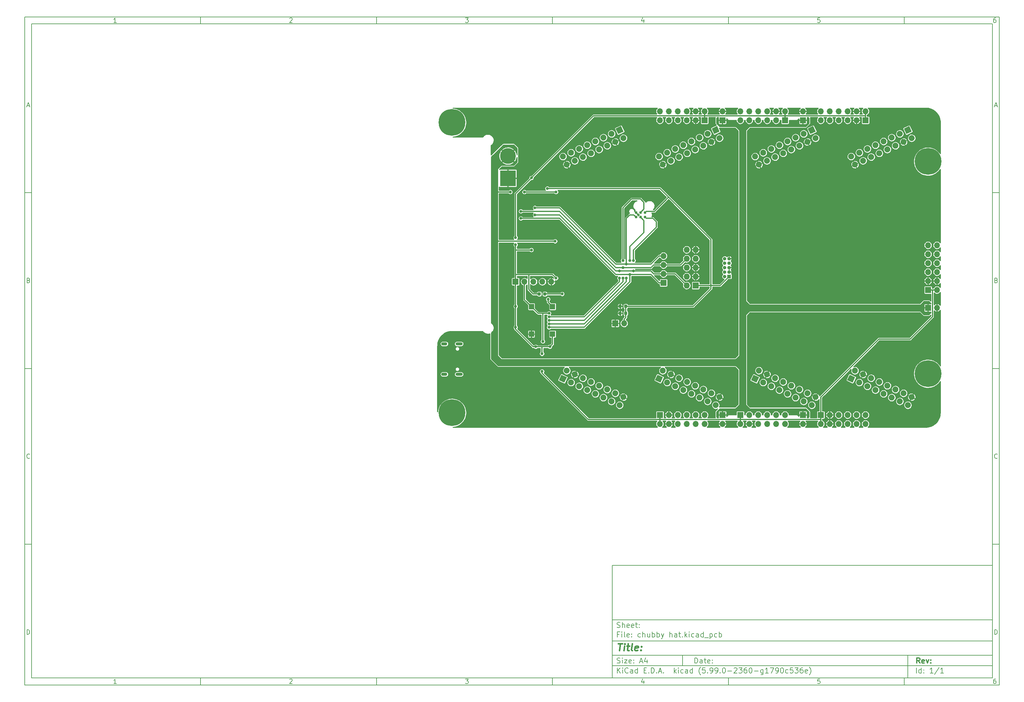
<source format=gbr>
%TF.GenerationSoftware,KiCad,Pcbnew,(5.99.0-2360-g1790c536e)*%
%TF.CreationDate,2020-08-29T16:27:00+02:00*%
%TF.ProjectId,chubby hat,63687562-6279-4206-9861-742e6b696361,rev?*%
%TF.SameCoordinates,Original*%
%TF.FileFunction,Copper,L1,Top*%
%TF.FilePolarity,Positive*%
%FSLAX46Y46*%
G04 Gerber Fmt 4.6, Leading zero omitted, Abs format (unit mm)*
G04 Created by KiCad (PCBNEW (5.99.0-2360-g1790c536e)) date 2020-08-29 16:27:00*
%MOMM*%
%LPD*%
G01*
G04 APERTURE LIST*
%ADD10C,0.000000*%
%ADD11C,0.150000*%
%ADD12C,0.300000*%
%ADD13C,0.400000*%
%TA.AperFunction,SMDPad,CuDef*%
%ADD14R,1.500000X1.500000*%
%TD*%
%TA.AperFunction,ComponentPad*%
%ADD15O,1.700000X1.700000*%
%TD*%
%TA.AperFunction,ComponentPad*%
%ADD16R,1.700000X1.700000*%
%TD*%
%TA.AperFunction,ComponentPad*%
%ADD17O,1.727200X1.727200*%
%TD*%
%TA.AperFunction,ComponentPad*%
%ADD18R,1.727200X1.727200*%
%TD*%
%TA.AperFunction,ConnectorPad*%
%ADD19C,0.787400*%
%TD*%
%TA.AperFunction,ComponentPad*%
%ADD20O,1.000000X1.000000*%
%TD*%
%TA.AperFunction,ComponentPad*%
%ADD21R,1.000000X1.000000*%
%TD*%
%TA.AperFunction,ComponentPad*%
%ADD22O,2.000000X0.900000*%
%TD*%
%TA.AperFunction,ComponentPad*%
%ADD23O,1.700000X0.900000*%
%TD*%
%TA.AperFunction,ComponentPad*%
%ADD24C,4.500880*%
%TD*%
%TA.AperFunction,ComponentPad*%
%ADD25R,4.500880X4.500880*%
%TD*%
%TA.AperFunction,ComponentPad*%
%ADD26C,7.600000*%
%TD*%
%TA.AperFunction,ViaPad*%
%ADD27C,0.800000*%
%TD*%
%TA.AperFunction,Conductor*%
%ADD28C,0.300000*%
%TD*%
%TA.AperFunction,Conductor*%
%ADD29C,0.254000*%
%TD*%
G04 APERTURE END LIST*
D10*
D11*
X177002200Y-166007200D02*
X177002200Y-198007200D01*
X285002200Y-198007200D01*
X285002200Y-166007200D01*
X177002200Y-166007200D01*
D10*
D11*
X10000000Y-10000000D02*
X10000000Y-200007200D01*
X287002200Y-200007200D01*
X287002200Y-10000000D01*
X10000000Y-10000000D01*
D10*
D11*
X12000000Y-12000000D02*
X12000000Y-198007200D01*
X285002200Y-198007200D01*
X285002200Y-12000000D01*
X12000000Y-12000000D01*
D10*
D11*
X60000000Y-12000000D02*
X60000000Y-10000000D01*
D10*
D11*
X110000000Y-12000000D02*
X110000000Y-10000000D01*
D10*
D11*
X160000000Y-12000000D02*
X160000000Y-10000000D01*
D10*
D11*
X210000000Y-12000000D02*
X210000000Y-10000000D01*
D10*
D11*
X260000000Y-12000000D02*
X260000000Y-10000000D01*
D10*
D11*
X36065476Y-11588095D02*
X35322619Y-11588095D01*
X35694047Y-11588095D02*
X35694047Y-10288095D01*
X35570238Y-10473809D01*
X35446428Y-10597619D01*
X35322619Y-10659523D01*
D10*
D11*
X85322619Y-10411904D02*
X85384523Y-10350000D01*
X85508333Y-10288095D01*
X85817857Y-10288095D01*
X85941666Y-10350000D01*
X86003571Y-10411904D01*
X86065476Y-10535714D01*
X86065476Y-10659523D01*
X86003571Y-10845238D01*
X85260714Y-11588095D01*
X86065476Y-11588095D01*
D10*
D11*
X135260714Y-10288095D02*
X136065476Y-10288095D01*
X135632142Y-10783333D01*
X135817857Y-10783333D01*
X135941666Y-10845238D01*
X136003571Y-10907142D01*
X136065476Y-11030952D01*
X136065476Y-11340476D01*
X136003571Y-11464285D01*
X135941666Y-11526190D01*
X135817857Y-11588095D01*
X135446428Y-11588095D01*
X135322619Y-11526190D01*
X135260714Y-11464285D01*
D10*
D11*
X185941666Y-10721428D02*
X185941666Y-11588095D01*
X185632142Y-10226190D02*
X185322619Y-11154761D01*
X186127380Y-11154761D01*
D10*
D11*
X236003571Y-10288095D02*
X235384523Y-10288095D01*
X235322619Y-10907142D01*
X235384523Y-10845238D01*
X235508333Y-10783333D01*
X235817857Y-10783333D01*
X235941666Y-10845238D01*
X236003571Y-10907142D01*
X236065476Y-11030952D01*
X236065476Y-11340476D01*
X236003571Y-11464285D01*
X235941666Y-11526190D01*
X235817857Y-11588095D01*
X235508333Y-11588095D01*
X235384523Y-11526190D01*
X235322619Y-11464285D01*
D10*
D11*
X285941666Y-10288095D02*
X285694047Y-10288095D01*
X285570238Y-10350000D01*
X285508333Y-10411904D01*
X285384523Y-10597619D01*
X285322619Y-10845238D01*
X285322619Y-11340476D01*
X285384523Y-11464285D01*
X285446428Y-11526190D01*
X285570238Y-11588095D01*
X285817857Y-11588095D01*
X285941666Y-11526190D01*
X286003571Y-11464285D01*
X286065476Y-11340476D01*
X286065476Y-11030952D01*
X286003571Y-10907142D01*
X285941666Y-10845238D01*
X285817857Y-10783333D01*
X285570238Y-10783333D01*
X285446428Y-10845238D01*
X285384523Y-10907142D01*
X285322619Y-11030952D01*
D10*
D11*
X60000000Y-198007200D02*
X60000000Y-200007200D01*
D10*
D11*
X110000000Y-198007200D02*
X110000000Y-200007200D01*
D10*
D11*
X160000000Y-198007200D02*
X160000000Y-200007200D01*
D10*
D11*
X210000000Y-198007200D02*
X210000000Y-200007200D01*
D10*
D11*
X260000000Y-198007200D02*
X260000000Y-200007200D01*
D10*
D11*
X36065476Y-199595295D02*
X35322619Y-199595295D01*
X35694047Y-199595295D02*
X35694047Y-198295295D01*
X35570238Y-198481009D01*
X35446428Y-198604819D01*
X35322619Y-198666723D01*
D10*
D11*
X85322619Y-198419104D02*
X85384523Y-198357200D01*
X85508333Y-198295295D01*
X85817857Y-198295295D01*
X85941666Y-198357200D01*
X86003571Y-198419104D01*
X86065476Y-198542914D01*
X86065476Y-198666723D01*
X86003571Y-198852438D01*
X85260714Y-199595295D01*
X86065476Y-199595295D01*
D10*
D11*
X135260714Y-198295295D02*
X136065476Y-198295295D01*
X135632142Y-198790533D01*
X135817857Y-198790533D01*
X135941666Y-198852438D01*
X136003571Y-198914342D01*
X136065476Y-199038152D01*
X136065476Y-199347676D01*
X136003571Y-199471485D01*
X135941666Y-199533390D01*
X135817857Y-199595295D01*
X135446428Y-199595295D01*
X135322619Y-199533390D01*
X135260714Y-199471485D01*
D10*
D11*
X185941666Y-198728628D02*
X185941666Y-199595295D01*
X185632142Y-198233390D02*
X185322619Y-199161961D01*
X186127380Y-199161961D01*
D10*
D11*
X236003571Y-198295295D02*
X235384523Y-198295295D01*
X235322619Y-198914342D01*
X235384523Y-198852438D01*
X235508333Y-198790533D01*
X235817857Y-198790533D01*
X235941666Y-198852438D01*
X236003571Y-198914342D01*
X236065476Y-199038152D01*
X236065476Y-199347676D01*
X236003571Y-199471485D01*
X235941666Y-199533390D01*
X235817857Y-199595295D01*
X235508333Y-199595295D01*
X235384523Y-199533390D01*
X235322619Y-199471485D01*
D10*
D11*
X285941666Y-198295295D02*
X285694047Y-198295295D01*
X285570238Y-198357200D01*
X285508333Y-198419104D01*
X285384523Y-198604819D01*
X285322619Y-198852438D01*
X285322619Y-199347676D01*
X285384523Y-199471485D01*
X285446428Y-199533390D01*
X285570238Y-199595295D01*
X285817857Y-199595295D01*
X285941666Y-199533390D01*
X286003571Y-199471485D01*
X286065476Y-199347676D01*
X286065476Y-199038152D01*
X286003571Y-198914342D01*
X285941666Y-198852438D01*
X285817857Y-198790533D01*
X285570238Y-198790533D01*
X285446428Y-198852438D01*
X285384523Y-198914342D01*
X285322619Y-199038152D01*
D10*
D11*
X10000000Y-60000000D02*
X12000000Y-60000000D01*
D10*
D11*
X10000000Y-110000000D02*
X12000000Y-110000000D01*
D10*
D11*
X10000000Y-160000000D02*
X12000000Y-160000000D01*
D10*
D11*
X10690476Y-35216666D02*
X11309523Y-35216666D01*
X10566666Y-35588095D02*
X11000000Y-34288095D01*
X11433333Y-35588095D01*
D10*
D11*
X11092857Y-84907142D02*
X11278571Y-84969047D01*
X11340476Y-85030952D01*
X11402380Y-85154761D01*
X11402380Y-85340476D01*
X11340476Y-85464285D01*
X11278571Y-85526190D01*
X11154761Y-85588095D01*
X10659523Y-85588095D01*
X10659523Y-84288095D01*
X11092857Y-84288095D01*
X11216666Y-84350000D01*
X11278571Y-84411904D01*
X11340476Y-84535714D01*
X11340476Y-84659523D01*
X11278571Y-84783333D01*
X11216666Y-84845238D01*
X11092857Y-84907142D01*
X10659523Y-84907142D01*
D10*
D11*
X11402380Y-135464285D02*
X11340476Y-135526190D01*
X11154761Y-135588095D01*
X11030952Y-135588095D01*
X10845238Y-135526190D01*
X10721428Y-135402380D01*
X10659523Y-135278571D01*
X10597619Y-135030952D01*
X10597619Y-134845238D01*
X10659523Y-134597619D01*
X10721428Y-134473809D01*
X10845238Y-134350000D01*
X11030952Y-134288095D01*
X11154761Y-134288095D01*
X11340476Y-134350000D01*
X11402380Y-134411904D01*
D10*
D11*
X10659523Y-185588095D02*
X10659523Y-184288095D01*
X10969047Y-184288095D01*
X11154761Y-184350000D01*
X11278571Y-184473809D01*
X11340476Y-184597619D01*
X11402380Y-184845238D01*
X11402380Y-185030952D01*
X11340476Y-185278571D01*
X11278571Y-185402380D01*
X11154761Y-185526190D01*
X10969047Y-185588095D01*
X10659523Y-185588095D01*
D10*
D11*
X287002200Y-60000000D02*
X285002200Y-60000000D01*
D10*
D11*
X287002200Y-110000000D02*
X285002200Y-110000000D01*
D10*
D11*
X287002200Y-160000000D02*
X285002200Y-160000000D01*
D10*
D11*
X285692676Y-35216666D02*
X286311723Y-35216666D01*
X285568866Y-35588095D02*
X286002200Y-34288095D01*
X286435533Y-35588095D01*
D10*
D11*
X286095057Y-84907142D02*
X286280771Y-84969047D01*
X286342676Y-85030952D01*
X286404580Y-85154761D01*
X286404580Y-85340476D01*
X286342676Y-85464285D01*
X286280771Y-85526190D01*
X286156961Y-85588095D01*
X285661723Y-85588095D01*
X285661723Y-84288095D01*
X286095057Y-84288095D01*
X286218866Y-84350000D01*
X286280771Y-84411904D01*
X286342676Y-84535714D01*
X286342676Y-84659523D01*
X286280771Y-84783333D01*
X286218866Y-84845238D01*
X286095057Y-84907142D01*
X285661723Y-84907142D01*
D10*
D11*
X286404580Y-135464285D02*
X286342676Y-135526190D01*
X286156961Y-135588095D01*
X286033152Y-135588095D01*
X285847438Y-135526190D01*
X285723628Y-135402380D01*
X285661723Y-135278571D01*
X285599819Y-135030952D01*
X285599819Y-134845238D01*
X285661723Y-134597619D01*
X285723628Y-134473809D01*
X285847438Y-134350000D01*
X286033152Y-134288095D01*
X286156961Y-134288095D01*
X286342676Y-134350000D01*
X286404580Y-134411904D01*
D10*
D11*
X285661723Y-185588095D02*
X285661723Y-184288095D01*
X285971247Y-184288095D01*
X286156961Y-184350000D01*
X286280771Y-184473809D01*
X286342676Y-184597619D01*
X286404580Y-184845238D01*
X286404580Y-185030952D01*
X286342676Y-185278571D01*
X286280771Y-185402380D01*
X286156961Y-185526190D01*
X285971247Y-185588095D01*
X285661723Y-185588095D01*
D10*
D11*
X200434342Y-193785771D02*
X200434342Y-192285771D01*
X200791485Y-192285771D01*
X201005771Y-192357200D01*
X201148628Y-192500057D01*
X201220057Y-192642914D01*
X201291485Y-192928628D01*
X201291485Y-193142914D01*
X201220057Y-193428628D01*
X201148628Y-193571485D01*
X201005771Y-193714342D01*
X200791485Y-193785771D01*
X200434342Y-193785771D01*
X202577200Y-193785771D02*
X202577200Y-193000057D01*
X202505771Y-192857200D01*
X202362914Y-192785771D01*
X202077200Y-192785771D01*
X201934342Y-192857200D01*
X202577200Y-193714342D02*
X202434342Y-193785771D01*
X202077200Y-193785771D01*
X201934342Y-193714342D01*
X201862914Y-193571485D01*
X201862914Y-193428628D01*
X201934342Y-193285771D01*
X202077200Y-193214342D01*
X202434342Y-193214342D01*
X202577200Y-193142914D01*
X203077200Y-192785771D02*
X203648628Y-192785771D01*
X203291485Y-192285771D02*
X203291485Y-193571485D01*
X203362914Y-193714342D01*
X203505771Y-193785771D01*
X203648628Y-193785771D01*
X204720057Y-193714342D02*
X204577200Y-193785771D01*
X204291485Y-193785771D01*
X204148628Y-193714342D01*
X204077200Y-193571485D01*
X204077200Y-193000057D01*
X204148628Y-192857200D01*
X204291485Y-192785771D01*
X204577200Y-192785771D01*
X204720057Y-192857200D01*
X204791485Y-193000057D01*
X204791485Y-193142914D01*
X204077200Y-193285771D01*
X205434342Y-193642914D02*
X205505771Y-193714342D01*
X205434342Y-193785771D01*
X205362914Y-193714342D01*
X205434342Y-193642914D01*
X205434342Y-193785771D01*
X205434342Y-192857200D02*
X205505771Y-192928628D01*
X205434342Y-193000057D01*
X205362914Y-192928628D01*
X205434342Y-192857200D01*
X205434342Y-193000057D01*
D10*
D11*
X177002200Y-194507200D02*
X285002200Y-194507200D01*
D10*
D11*
X178434342Y-196585771D02*
X178434342Y-195085771D01*
X179291485Y-196585771D02*
X178648628Y-195728628D01*
X179291485Y-195085771D02*
X178434342Y-195942914D01*
X179934342Y-196585771D02*
X179934342Y-195585771D01*
X179934342Y-195085771D02*
X179862914Y-195157200D01*
X179934342Y-195228628D01*
X180005771Y-195157200D01*
X179934342Y-195085771D01*
X179934342Y-195228628D01*
X181505771Y-196442914D02*
X181434342Y-196514342D01*
X181220057Y-196585771D01*
X181077200Y-196585771D01*
X180862914Y-196514342D01*
X180720057Y-196371485D01*
X180648628Y-196228628D01*
X180577200Y-195942914D01*
X180577200Y-195728628D01*
X180648628Y-195442914D01*
X180720057Y-195300057D01*
X180862914Y-195157200D01*
X181077200Y-195085771D01*
X181220057Y-195085771D01*
X181434342Y-195157200D01*
X181505771Y-195228628D01*
X182791485Y-196585771D02*
X182791485Y-195800057D01*
X182720057Y-195657200D01*
X182577200Y-195585771D01*
X182291485Y-195585771D01*
X182148628Y-195657200D01*
X182791485Y-196514342D02*
X182648628Y-196585771D01*
X182291485Y-196585771D01*
X182148628Y-196514342D01*
X182077200Y-196371485D01*
X182077200Y-196228628D01*
X182148628Y-196085771D01*
X182291485Y-196014342D01*
X182648628Y-196014342D01*
X182791485Y-195942914D01*
X184148628Y-196585771D02*
X184148628Y-195085771D01*
X184148628Y-196514342D02*
X184005771Y-196585771D01*
X183720057Y-196585771D01*
X183577200Y-196514342D01*
X183505771Y-196442914D01*
X183434342Y-196300057D01*
X183434342Y-195871485D01*
X183505771Y-195728628D01*
X183577200Y-195657200D01*
X183720057Y-195585771D01*
X184005771Y-195585771D01*
X184148628Y-195657200D01*
X186005771Y-195800057D02*
X186505771Y-195800057D01*
X186720057Y-196585771D02*
X186005771Y-196585771D01*
X186005771Y-195085771D01*
X186720057Y-195085771D01*
X187362914Y-196442914D02*
X187434342Y-196514342D01*
X187362914Y-196585771D01*
X187291485Y-196514342D01*
X187362914Y-196442914D01*
X187362914Y-196585771D01*
X188077200Y-196585771D02*
X188077200Y-195085771D01*
X188434342Y-195085771D01*
X188648628Y-195157200D01*
X188791485Y-195300057D01*
X188862914Y-195442914D01*
X188934342Y-195728628D01*
X188934342Y-195942914D01*
X188862914Y-196228628D01*
X188791485Y-196371485D01*
X188648628Y-196514342D01*
X188434342Y-196585771D01*
X188077200Y-196585771D01*
X189577200Y-196442914D02*
X189648628Y-196514342D01*
X189577200Y-196585771D01*
X189505771Y-196514342D01*
X189577200Y-196442914D01*
X189577200Y-196585771D01*
X190220057Y-196157200D02*
X190934342Y-196157200D01*
X190077200Y-196585771D02*
X190577200Y-195085771D01*
X191077200Y-196585771D01*
X191577200Y-196442914D02*
X191648628Y-196514342D01*
X191577200Y-196585771D01*
X191505771Y-196514342D01*
X191577200Y-196442914D01*
X191577200Y-196585771D01*
X194577200Y-196585771D02*
X194577200Y-195085771D01*
X194720057Y-196014342D02*
X195148628Y-196585771D01*
X195148628Y-195585771D02*
X194577200Y-196157200D01*
X195791485Y-196585771D02*
X195791485Y-195585771D01*
X195791485Y-195085771D02*
X195720057Y-195157200D01*
X195791485Y-195228628D01*
X195862914Y-195157200D01*
X195791485Y-195085771D01*
X195791485Y-195228628D01*
X197148628Y-196514342D02*
X197005771Y-196585771D01*
X196720057Y-196585771D01*
X196577200Y-196514342D01*
X196505771Y-196442914D01*
X196434342Y-196300057D01*
X196434342Y-195871485D01*
X196505771Y-195728628D01*
X196577200Y-195657200D01*
X196720057Y-195585771D01*
X197005771Y-195585771D01*
X197148628Y-195657200D01*
X198434342Y-196585771D02*
X198434342Y-195800057D01*
X198362914Y-195657200D01*
X198220057Y-195585771D01*
X197934342Y-195585771D01*
X197791485Y-195657200D01*
X198434342Y-196514342D02*
X198291485Y-196585771D01*
X197934342Y-196585771D01*
X197791485Y-196514342D01*
X197720057Y-196371485D01*
X197720057Y-196228628D01*
X197791485Y-196085771D01*
X197934342Y-196014342D01*
X198291485Y-196014342D01*
X198434342Y-195942914D01*
X199791485Y-196585771D02*
X199791485Y-195085771D01*
X199791485Y-196514342D02*
X199648628Y-196585771D01*
X199362914Y-196585771D01*
X199220057Y-196514342D01*
X199148628Y-196442914D01*
X199077200Y-196300057D01*
X199077200Y-195871485D01*
X199148628Y-195728628D01*
X199220057Y-195657200D01*
X199362914Y-195585771D01*
X199648628Y-195585771D01*
X199791485Y-195657200D01*
X202077200Y-197157200D02*
X202005771Y-197085771D01*
X201862914Y-196871485D01*
X201791485Y-196728628D01*
X201720057Y-196514342D01*
X201648628Y-196157200D01*
X201648628Y-195871485D01*
X201720057Y-195514342D01*
X201791485Y-195300057D01*
X201862914Y-195157200D01*
X202005771Y-194942914D01*
X202077200Y-194871485D01*
X203362914Y-195085771D02*
X202648628Y-195085771D01*
X202577200Y-195800057D01*
X202648628Y-195728628D01*
X202791485Y-195657200D01*
X203148628Y-195657200D01*
X203291485Y-195728628D01*
X203362914Y-195800057D01*
X203434342Y-195942914D01*
X203434342Y-196300057D01*
X203362914Y-196442914D01*
X203291485Y-196514342D01*
X203148628Y-196585771D01*
X202791485Y-196585771D01*
X202648628Y-196514342D01*
X202577200Y-196442914D01*
X204077200Y-196442914D02*
X204148628Y-196514342D01*
X204077200Y-196585771D01*
X204005771Y-196514342D01*
X204077200Y-196442914D01*
X204077200Y-196585771D01*
X204862914Y-196585771D02*
X205148628Y-196585771D01*
X205291485Y-196514342D01*
X205362914Y-196442914D01*
X205505771Y-196228628D01*
X205577200Y-195942914D01*
X205577200Y-195371485D01*
X205505771Y-195228628D01*
X205434342Y-195157200D01*
X205291485Y-195085771D01*
X205005771Y-195085771D01*
X204862914Y-195157200D01*
X204791485Y-195228628D01*
X204720057Y-195371485D01*
X204720057Y-195728628D01*
X204791485Y-195871485D01*
X204862914Y-195942914D01*
X205005771Y-196014342D01*
X205291485Y-196014342D01*
X205434342Y-195942914D01*
X205505771Y-195871485D01*
X205577200Y-195728628D01*
X206291485Y-196585771D02*
X206577200Y-196585771D01*
X206720057Y-196514342D01*
X206791485Y-196442914D01*
X206934342Y-196228628D01*
X207005771Y-195942914D01*
X207005771Y-195371485D01*
X206934342Y-195228628D01*
X206862914Y-195157200D01*
X206720057Y-195085771D01*
X206434342Y-195085771D01*
X206291485Y-195157200D01*
X206220057Y-195228628D01*
X206148628Y-195371485D01*
X206148628Y-195728628D01*
X206220057Y-195871485D01*
X206291485Y-195942914D01*
X206434342Y-196014342D01*
X206720057Y-196014342D01*
X206862914Y-195942914D01*
X206934342Y-195871485D01*
X207005771Y-195728628D01*
X207648628Y-196442914D02*
X207720057Y-196514342D01*
X207648628Y-196585771D01*
X207577200Y-196514342D01*
X207648628Y-196442914D01*
X207648628Y-196585771D01*
X208648628Y-195085771D02*
X208791485Y-195085771D01*
X208934342Y-195157200D01*
X209005771Y-195228628D01*
X209077200Y-195371485D01*
X209148628Y-195657200D01*
X209148628Y-196014342D01*
X209077200Y-196300057D01*
X209005771Y-196442914D01*
X208934342Y-196514342D01*
X208791485Y-196585771D01*
X208648628Y-196585771D01*
X208505771Y-196514342D01*
X208434342Y-196442914D01*
X208362914Y-196300057D01*
X208291485Y-196014342D01*
X208291485Y-195657200D01*
X208362914Y-195371485D01*
X208434342Y-195228628D01*
X208505771Y-195157200D01*
X208648628Y-195085771D01*
X209791485Y-196014342D02*
X210934342Y-196014342D01*
X211577200Y-195228628D02*
X211648628Y-195157200D01*
X211791485Y-195085771D01*
X212148628Y-195085771D01*
X212291485Y-195157200D01*
X212362914Y-195228628D01*
X212434342Y-195371485D01*
X212434342Y-195514342D01*
X212362914Y-195728628D01*
X211505771Y-196585771D01*
X212434342Y-196585771D01*
X212934342Y-195085771D02*
X213862914Y-195085771D01*
X213362914Y-195657200D01*
X213577200Y-195657200D01*
X213720057Y-195728628D01*
X213791485Y-195800057D01*
X213862914Y-195942914D01*
X213862914Y-196300057D01*
X213791485Y-196442914D01*
X213720057Y-196514342D01*
X213577200Y-196585771D01*
X213148628Y-196585771D01*
X213005771Y-196514342D01*
X212934342Y-196442914D01*
X215148628Y-195085771D02*
X214862914Y-195085771D01*
X214720057Y-195157200D01*
X214648628Y-195228628D01*
X214505771Y-195442914D01*
X214434342Y-195728628D01*
X214434342Y-196300057D01*
X214505771Y-196442914D01*
X214577200Y-196514342D01*
X214720057Y-196585771D01*
X215005771Y-196585771D01*
X215148628Y-196514342D01*
X215220057Y-196442914D01*
X215291485Y-196300057D01*
X215291485Y-195942914D01*
X215220057Y-195800057D01*
X215148628Y-195728628D01*
X215005771Y-195657200D01*
X214720057Y-195657200D01*
X214577200Y-195728628D01*
X214505771Y-195800057D01*
X214434342Y-195942914D01*
X216220057Y-195085771D02*
X216362914Y-195085771D01*
X216505771Y-195157200D01*
X216577200Y-195228628D01*
X216648628Y-195371485D01*
X216720057Y-195657200D01*
X216720057Y-196014342D01*
X216648628Y-196300057D01*
X216577200Y-196442914D01*
X216505771Y-196514342D01*
X216362914Y-196585771D01*
X216220057Y-196585771D01*
X216077200Y-196514342D01*
X216005771Y-196442914D01*
X215934342Y-196300057D01*
X215862914Y-196014342D01*
X215862914Y-195657200D01*
X215934342Y-195371485D01*
X216005771Y-195228628D01*
X216077200Y-195157200D01*
X216220057Y-195085771D01*
X217362914Y-196014342D02*
X218505771Y-196014342D01*
X219862914Y-195585771D02*
X219862914Y-196800057D01*
X219791485Y-196942914D01*
X219720057Y-197014342D01*
X219577200Y-197085771D01*
X219362914Y-197085771D01*
X219220057Y-197014342D01*
X219862914Y-196514342D02*
X219720057Y-196585771D01*
X219434342Y-196585771D01*
X219291485Y-196514342D01*
X219220057Y-196442914D01*
X219148628Y-196300057D01*
X219148628Y-195871485D01*
X219220057Y-195728628D01*
X219291485Y-195657200D01*
X219434342Y-195585771D01*
X219720057Y-195585771D01*
X219862914Y-195657200D01*
X221362914Y-196585771D02*
X220505771Y-196585771D01*
X220934342Y-196585771D02*
X220934342Y-195085771D01*
X220791485Y-195300057D01*
X220648628Y-195442914D01*
X220505771Y-195514342D01*
X221862914Y-195085771D02*
X222862914Y-195085771D01*
X222220057Y-196585771D01*
X223505771Y-196585771D02*
X223791485Y-196585771D01*
X223934342Y-196514342D01*
X224005771Y-196442914D01*
X224148628Y-196228628D01*
X224220057Y-195942914D01*
X224220057Y-195371485D01*
X224148628Y-195228628D01*
X224077200Y-195157200D01*
X223934342Y-195085771D01*
X223648628Y-195085771D01*
X223505771Y-195157200D01*
X223434342Y-195228628D01*
X223362914Y-195371485D01*
X223362914Y-195728628D01*
X223434342Y-195871485D01*
X223505771Y-195942914D01*
X223648628Y-196014342D01*
X223934342Y-196014342D01*
X224077200Y-195942914D01*
X224148628Y-195871485D01*
X224220057Y-195728628D01*
X225148628Y-195085771D02*
X225291485Y-195085771D01*
X225434342Y-195157200D01*
X225505771Y-195228628D01*
X225577200Y-195371485D01*
X225648628Y-195657200D01*
X225648628Y-196014342D01*
X225577200Y-196300057D01*
X225505771Y-196442914D01*
X225434342Y-196514342D01*
X225291485Y-196585771D01*
X225148628Y-196585771D01*
X225005771Y-196514342D01*
X224934342Y-196442914D01*
X224862914Y-196300057D01*
X224791485Y-196014342D01*
X224791485Y-195657200D01*
X224862914Y-195371485D01*
X224934342Y-195228628D01*
X225005771Y-195157200D01*
X225148628Y-195085771D01*
X226934342Y-196514342D02*
X226791485Y-196585771D01*
X226505771Y-196585771D01*
X226362914Y-196514342D01*
X226291485Y-196442914D01*
X226220057Y-196300057D01*
X226220057Y-195871485D01*
X226291485Y-195728628D01*
X226362914Y-195657200D01*
X226505771Y-195585771D01*
X226791485Y-195585771D01*
X226934342Y-195657200D01*
X228291485Y-195085771D02*
X227577199Y-195085771D01*
X227505771Y-195800057D01*
X227577199Y-195728628D01*
X227720057Y-195657200D01*
X228077199Y-195657200D01*
X228220057Y-195728628D01*
X228291485Y-195800057D01*
X228362914Y-195942914D01*
X228362914Y-196300057D01*
X228291485Y-196442914D01*
X228220057Y-196514342D01*
X228077199Y-196585771D01*
X227720057Y-196585771D01*
X227577199Y-196514342D01*
X227505771Y-196442914D01*
X228862914Y-195085771D02*
X229791485Y-195085771D01*
X229291485Y-195657200D01*
X229505771Y-195657200D01*
X229648628Y-195728628D01*
X229720057Y-195800057D01*
X229791485Y-195942914D01*
X229791485Y-196300057D01*
X229720057Y-196442914D01*
X229648628Y-196514342D01*
X229505771Y-196585771D01*
X229077199Y-196585771D01*
X228934342Y-196514342D01*
X228862914Y-196442914D01*
X231077199Y-195085771D02*
X230791485Y-195085771D01*
X230648628Y-195157200D01*
X230577199Y-195228628D01*
X230434342Y-195442914D01*
X230362914Y-195728628D01*
X230362914Y-196300057D01*
X230434342Y-196442914D01*
X230505771Y-196514342D01*
X230648628Y-196585771D01*
X230934342Y-196585771D01*
X231077199Y-196514342D01*
X231148628Y-196442914D01*
X231220057Y-196300057D01*
X231220057Y-195942914D01*
X231148628Y-195800057D01*
X231077199Y-195728628D01*
X230934342Y-195657200D01*
X230648628Y-195657200D01*
X230505771Y-195728628D01*
X230434342Y-195800057D01*
X230362914Y-195942914D01*
X232434342Y-196514342D02*
X232291485Y-196585771D01*
X232005771Y-196585771D01*
X231862914Y-196514342D01*
X231791485Y-196371485D01*
X231791485Y-195800057D01*
X231862914Y-195657200D01*
X232005771Y-195585771D01*
X232291485Y-195585771D01*
X232434342Y-195657200D01*
X232505771Y-195800057D01*
X232505771Y-195942914D01*
X231791485Y-196085771D01*
X233005771Y-197157200D02*
X233077199Y-197085771D01*
X233220057Y-196871485D01*
X233291485Y-196728628D01*
X233362914Y-196514342D01*
X233434342Y-196157200D01*
X233434342Y-195871485D01*
X233362914Y-195514342D01*
X233291485Y-195300057D01*
X233220057Y-195157200D01*
X233077199Y-194942914D01*
X233005771Y-194871485D01*
D10*
D11*
X177002200Y-191507200D02*
X285002200Y-191507200D01*
D10*
D12*
X264411485Y-193785771D02*
X263911485Y-193071485D01*
X263554342Y-193785771D02*
X263554342Y-192285771D01*
X264125771Y-192285771D01*
X264268628Y-192357200D01*
X264340057Y-192428628D01*
X264411485Y-192571485D01*
X264411485Y-192785771D01*
X264340057Y-192928628D01*
X264268628Y-193000057D01*
X264125771Y-193071485D01*
X263554342Y-193071485D01*
X265625771Y-193714342D02*
X265482914Y-193785771D01*
X265197200Y-193785771D01*
X265054342Y-193714342D01*
X264982914Y-193571485D01*
X264982914Y-193000057D01*
X265054342Y-192857200D01*
X265197200Y-192785771D01*
X265482914Y-192785771D01*
X265625771Y-192857200D01*
X265697200Y-193000057D01*
X265697200Y-193142914D01*
X264982914Y-193285771D01*
X266197200Y-192785771D02*
X266554342Y-193785771D01*
X266911485Y-192785771D01*
X267482914Y-193642914D02*
X267554342Y-193714342D01*
X267482914Y-193785771D01*
X267411485Y-193714342D01*
X267482914Y-193642914D01*
X267482914Y-193785771D01*
X267482914Y-192857200D02*
X267554342Y-192928628D01*
X267482914Y-193000057D01*
X267411485Y-192928628D01*
X267482914Y-192857200D01*
X267482914Y-193000057D01*
D10*
D11*
X178362914Y-193714342D02*
X178577200Y-193785771D01*
X178934342Y-193785771D01*
X179077200Y-193714342D01*
X179148628Y-193642914D01*
X179220057Y-193500057D01*
X179220057Y-193357200D01*
X179148628Y-193214342D01*
X179077200Y-193142914D01*
X178934342Y-193071485D01*
X178648628Y-193000057D01*
X178505771Y-192928628D01*
X178434342Y-192857200D01*
X178362914Y-192714342D01*
X178362914Y-192571485D01*
X178434342Y-192428628D01*
X178505771Y-192357200D01*
X178648628Y-192285771D01*
X179005771Y-192285771D01*
X179220057Y-192357200D01*
X179862914Y-193785771D02*
X179862914Y-192785771D01*
X179862914Y-192285771D02*
X179791485Y-192357200D01*
X179862914Y-192428628D01*
X179934342Y-192357200D01*
X179862914Y-192285771D01*
X179862914Y-192428628D01*
X180434342Y-192785771D02*
X181220057Y-192785771D01*
X180434342Y-193785771D01*
X181220057Y-193785771D01*
X182362914Y-193714342D02*
X182220057Y-193785771D01*
X181934342Y-193785771D01*
X181791485Y-193714342D01*
X181720057Y-193571485D01*
X181720057Y-193000057D01*
X181791485Y-192857200D01*
X181934342Y-192785771D01*
X182220057Y-192785771D01*
X182362914Y-192857200D01*
X182434342Y-193000057D01*
X182434342Y-193142914D01*
X181720057Y-193285771D01*
X183077200Y-193642914D02*
X183148628Y-193714342D01*
X183077200Y-193785771D01*
X183005771Y-193714342D01*
X183077200Y-193642914D01*
X183077200Y-193785771D01*
X183077200Y-192857200D02*
X183148628Y-192928628D01*
X183077200Y-193000057D01*
X183005771Y-192928628D01*
X183077200Y-192857200D01*
X183077200Y-193000057D01*
X184862914Y-193357200D02*
X185577200Y-193357200D01*
X184720057Y-193785771D02*
X185220057Y-192285771D01*
X185720057Y-193785771D01*
X186862914Y-192785771D02*
X186862914Y-193785771D01*
X186505771Y-192214342D02*
X186148628Y-193285771D01*
X187077200Y-193285771D01*
D10*
D11*
X263434342Y-196585771D02*
X263434342Y-195085771D01*
X264791485Y-196585771D02*
X264791485Y-195085771D01*
X264791485Y-196514342D02*
X264648628Y-196585771D01*
X264362914Y-196585771D01*
X264220057Y-196514342D01*
X264148628Y-196442914D01*
X264077200Y-196300057D01*
X264077200Y-195871485D01*
X264148628Y-195728628D01*
X264220057Y-195657200D01*
X264362914Y-195585771D01*
X264648628Y-195585771D01*
X264791485Y-195657200D01*
X265505771Y-196442914D02*
X265577200Y-196514342D01*
X265505771Y-196585771D01*
X265434342Y-196514342D01*
X265505771Y-196442914D01*
X265505771Y-196585771D01*
X265505771Y-195657200D02*
X265577200Y-195728628D01*
X265505771Y-195800057D01*
X265434342Y-195728628D01*
X265505771Y-195657200D01*
X265505771Y-195800057D01*
X268148628Y-196585771D02*
X267291485Y-196585771D01*
X267720057Y-196585771D02*
X267720057Y-195085771D01*
X267577200Y-195300057D01*
X267434342Y-195442914D01*
X267291485Y-195514342D01*
X269862914Y-195014342D02*
X268577200Y-196942914D01*
X271148628Y-196585771D02*
X270291485Y-196585771D01*
X270720057Y-196585771D02*
X270720057Y-195085771D01*
X270577200Y-195300057D01*
X270434342Y-195442914D01*
X270291485Y-195514342D01*
D10*
D11*
X177002200Y-187507200D02*
X285002200Y-187507200D01*
D10*
D13*
X178714580Y-188211961D02*
X179857438Y-188211961D01*
X179036009Y-190211961D02*
X179286009Y-188211961D01*
X180274104Y-190211961D02*
X180440771Y-188878628D01*
X180524104Y-188211961D02*
X180416961Y-188307200D01*
X180500295Y-188402438D01*
X180607438Y-188307200D01*
X180524104Y-188211961D01*
X180500295Y-188402438D01*
X181107438Y-188878628D02*
X181869342Y-188878628D01*
X181476485Y-188211961D02*
X181262200Y-189926247D01*
X181333628Y-190116723D01*
X181512200Y-190211961D01*
X181702676Y-190211961D01*
X182655057Y-190211961D02*
X182476485Y-190116723D01*
X182405057Y-189926247D01*
X182619342Y-188211961D01*
X184190771Y-190116723D02*
X183988390Y-190211961D01*
X183607438Y-190211961D01*
X183428866Y-190116723D01*
X183357438Y-189926247D01*
X183452676Y-189164342D01*
X183571723Y-188973866D01*
X183774104Y-188878628D01*
X184155057Y-188878628D01*
X184333628Y-188973866D01*
X184405057Y-189164342D01*
X184381247Y-189354819D01*
X183405057Y-189545295D01*
X185155057Y-190021485D02*
X185238390Y-190116723D01*
X185131247Y-190211961D01*
X185047914Y-190116723D01*
X185155057Y-190021485D01*
X185131247Y-190211961D01*
X185286009Y-188973866D02*
X185369342Y-189069104D01*
X185262200Y-189164342D01*
X185178866Y-189069104D01*
X185286009Y-188973866D01*
X185262200Y-189164342D01*
D10*
D11*
X178934342Y-185600057D02*
X178434342Y-185600057D01*
X178434342Y-186385771D02*
X178434342Y-184885771D01*
X179148628Y-184885771D01*
X179720057Y-186385771D02*
X179720057Y-185385771D01*
X179720057Y-184885771D02*
X179648628Y-184957200D01*
X179720057Y-185028628D01*
X179791485Y-184957200D01*
X179720057Y-184885771D01*
X179720057Y-185028628D01*
X180648628Y-186385771D02*
X180505771Y-186314342D01*
X180434342Y-186171485D01*
X180434342Y-184885771D01*
X181791485Y-186314342D02*
X181648628Y-186385771D01*
X181362914Y-186385771D01*
X181220057Y-186314342D01*
X181148628Y-186171485D01*
X181148628Y-185600057D01*
X181220057Y-185457200D01*
X181362914Y-185385771D01*
X181648628Y-185385771D01*
X181791485Y-185457200D01*
X181862914Y-185600057D01*
X181862914Y-185742914D01*
X181148628Y-185885771D01*
X182505771Y-186242914D02*
X182577200Y-186314342D01*
X182505771Y-186385771D01*
X182434342Y-186314342D01*
X182505771Y-186242914D01*
X182505771Y-186385771D01*
X182505771Y-185457200D02*
X182577200Y-185528628D01*
X182505771Y-185600057D01*
X182434342Y-185528628D01*
X182505771Y-185457200D01*
X182505771Y-185600057D01*
X185005771Y-186314342D02*
X184862914Y-186385771D01*
X184577200Y-186385771D01*
X184434342Y-186314342D01*
X184362914Y-186242914D01*
X184291485Y-186100057D01*
X184291485Y-185671485D01*
X184362914Y-185528628D01*
X184434342Y-185457200D01*
X184577200Y-185385771D01*
X184862914Y-185385771D01*
X185005771Y-185457200D01*
X185648628Y-186385771D02*
X185648628Y-184885771D01*
X186291485Y-186385771D02*
X186291485Y-185600057D01*
X186220057Y-185457200D01*
X186077200Y-185385771D01*
X185862914Y-185385771D01*
X185720057Y-185457200D01*
X185648628Y-185528628D01*
X187648628Y-185385771D02*
X187648628Y-186385771D01*
X187005771Y-185385771D02*
X187005771Y-186171485D01*
X187077200Y-186314342D01*
X187220057Y-186385771D01*
X187434342Y-186385771D01*
X187577200Y-186314342D01*
X187648628Y-186242914D01*
X188362914Y-186385771D02*
X188362914Y-184885771D01*
X188362914Y-185457200D02*
X188505771Y-185385771D01*
X188791485Y-185385771D01*
X188934342Y-185457200D01*
X189005771Y-185528628D01*
X189077200Y-185671485D01*
X189077200Y-186100057D01*
X189005771Y-186242914D01*
X188934342Y-186314342D01*
X188791485Y-186385771D01*
X188505771Y-186385771D01*
X188362914Y-186314342D01*
X189720057Y-186385771D02*
X189720057Y-184885771D01*
X189720057Y-185457200D02*
X189862914Y-185385771D01*
X190148628Y-185385771D01*
X190291485Y-185457200D01*
X190362914Y-185528628D01*
X190434342Y-185671485D01*
X190434342Y-186100057D01*
X190362914Y-186242914D01*
X190291485Y-186314342D01*
X190148628Y-186385771D01*
X189862914Y-186385771D01*
X189720057Y-186314342D01*
X190934342Y-185385771D02*
X191291485Y-186385771D01*
X191648628Y-185385771D02*
X191291485Y-186385771D01*
X191148628Y-186742914D01*
X191077200Y-186814342D01*
X190934342Y-186885771D01*
X193362914Y-186385771D02*
X193362914Y-184885771D01*
X194005771Y-186385771D02*
X194005771Y-185600057D01*
X193934342Y-185457200D01*
X193791485Y-185385771D01*
X193577200Y-185385771D01*
X193434342Y-185457200D01*
X193362914Y-185528628D01*
X195362914Y-186385771D02*
X195362914Y-185600057D01*
X195291485Y-185457200D01*
X195148628Y-185385771D01*
X194862914Y-185385771D01*
X194720057Y-185457200D01*
X195362914Y-186314342D02*
X195220057Y-186385771D01*
X194862914Y-186385771D01*
X194720057Y-186314342D01*
X194648628Y-186171485D01*
X194648628Y-186028628D01*
X194720057Y-185885771D01*
X194862914Y-185814342D01*
X195220057Y-185814342D01*
X195362914Y-185742914D01*
X195862914Y-185385771D02*
X196434342Y-185385771D01*
X196077200Y-184885771D02*
X196077200Y-186171485D01*
X196148628Y-186314342D01*
X196291485Y-186385771D01*
X196434342Y-186385771D01*
X196934342Y-186242914D02*
X197005771Y-186314342D01*
X196934342Y-186385771D01*
X196862914Y-186314342D01*
X196934342Y-186242914D01*
X196934342Y-186385771D01*
X197648628Y-186385771D02*
X197648628Y-184885771D01*
X197791485Y-185814342D02*
X198220057Y-186385771D01*
X198220057Y-185385771D02*
X197648628Y-185957200D01*
X198862914Y-186385771D02*
X198862914Y-185385771D01*
X198862914Y-184885771D02*
X198791485Y-184957200D01*
X198862914Y-185028628D01*
X198934342Y-184957200D01*
X198862914Y-184885771D01*
X198862914Y-185028628D01*
X200220057Y-186314342D02*
X200077200Y-186385771D01*
X199791485Y-186385771D01*
X199648628Y-186314342D01*
X199577200Y-186242914D01*
X199505771Y-186100057D01*
X199505771Y-185671485D01*
X199577200Y-185528628D01*
X199648628Y-185457200D01*
X199791485Y-185385771D01*
X200077200Y-185385771D01*
X200220057Y-185457200D01*
X201505771Y-186385771D02*
X201505771Y-185600057D01*
X201434342Y-185457200D01*
X201291485Y-185385771D01*
X201005771Y-185385771D01*
X200862914Y-185457200D01*
X201505771Y-186314342D02*
X201362914Y-186385771D01*
X201005771Y-186385771D01*
X200862914Y-186314342D01*
X200791485Y-186171485D01*
X200791485Y-186028628D01*
X200862914Y-185885771D01*
X201005771Y-185814342D01*
X201362914Y-185814342D01*
X201505771Y-185742914D01*
X202862914Y-186385771D02*
X202862914Y-184885771D01*
X202862914Y-186314342D02*
X202720057Y-186385771D01*
X202434342Y-186385771D01*
X202291485Y-186314342D01*
X202220057Y-186242914D01*
X202148628Y-186100057D01*
X202148628Y-185671485D01*
X202220057Y-185528628D01*
X202291485Y-185457200D01*
X202434342Y-185385771D01*
X202720057Y-185385771D01*
X202862914Y-185457200D01*
X203220057Y-186528628D02*
X204362914Y-186528628D01*
X204720057Y-185385771D02*
X204720057Y-186885771D01*
X204720057Y-185457200D02*
X204862914Y-185385771D01*
X205148628Y-185385771D01*
X205291485Y-185457200D01*
X205362914Y-185528628D01*
X205434342Y-185671485D01*
X205434342Y-186100057D01*
X205362914Y-186242914D01*
X205291485Y-186314342D01*
X205148628Y-186385771D01*
X204862914Y-186385771D01*
X204720057Y-186314342D01*
X206720057Y-186314342D02*
X206577200Y-186385771D01*
X206291485Y-186385771D01*
X206148628Y-186314342D01*
X206077200Y-186242914D01*
X206005771Y-186100057D01*
X206005771Y-185671485D01*
X206077200Y-185528628D01*
X206148628Y-185457200D01*
X206291485Y-185385771D01*
X206577200Y-185385771D01*
X206720057Y-185457200D01*
X207362914Y-186385771D02*
X207362914Y-184885771D01*
X207362914Y-185457200D02*
X207505771Y-185385771D01*
X207791485Y-185385771D01*
X207934342Y-185457200D01*
X208005771Y-185528628D01*
X208077200Y-185671485D01*
X208077200Y-186100057D01*
X208005771Y-186242914D01*
X207934342Y-186314342D01*
X207791485Y-186385771D01*
X207505771Y-186385771D01*
X207362914Y-186314342D01*
D10*
D11*
X177002200Y-181507200D02*
X285002200Y-181507200D01*
D10*
D11*
X178362914Y-183614342D02*
X178577200Y-183685771D01*
X178934342Y-183685771D01*
X179077200Y-183614342D01*
X179148628Y-183542914D01*
X179220057Y-183400057D01*
X179220057Y-183257200D01*
X179148628Y-183114342D01*
X179077200Y-183042914D01*
X178934342Y-182971485D01*
X178648628Y-182900057D01*
X178505771Y-182828628D01*
X178434342Y-182757200D01*
X178362914Y-182614342D01*
X178362914Y-182471485D01*
X178434342Y-182328628D01*
X178505771Y-182257200D01*
X178648628Y-182185771D01*
X179005771Y-182185771D01*
X179220057Y-182257200D01*
X179862914Y-183685771D02*
X179862914Y-182185771D01*
X180505771Y-183685771D02*
X180505771Y-182900057D01*
X180434342Y-182757200D01*
X180291485Y-182685771D01*
X180077200Y-182685771D01*
X179934342Y-182757200D01*
X179862914Y-182828628D01*
X181791485Y-183614342D02*
X181648628Y-183685771D01*
X181362914Y-183685771D01*
X181220057Y-183614342D01*
X181148628Y-183471485D01*
X181148628Y-182900057D01*
X181220057Y-182757200D01*
X181362914Y-182685771D01*
X181648628Y-182685771D01*
X181791485Y-182757200D01*
X181862914Y-182900057D01*
X181862914Y-183042914D01*
X181148628Y-183185771D01*
X183077200Y-183614342D02*
X182934342Y-183685771D01*
X182648628Y-183685771D01*
X182505771Y-183614342D01*
X182434342Y-183471485D01*
X182434342Y-182900057D01*
X182505771Y-182757200D01*
X182648628Y-182685771D01*
X182934342Y-182685771D01*
X183077200Y-182757200D01*
X183148628Y-182900057D01*
X183148628Y-183042914D01*
X182434342Y-183185771D01*
X183577200Y-182685771D02*
X184148628Y-182685771D01*
X183791485Y-182185771D02*
X183791485Y-183471485D01*
X183862914Y-183614342D01*
X184005771Y-183685771D01*
X184148628Y-183685771D01*
X184648628Y-183542914D02*
X184720057Y-183614342D01*
X184648628Y-183685771D01*
X184577200Y-183614342D01*
X184648628Y-183542914D01*
X184648628Y-183685771D01*
X184648628Y-182757200D02*
X184720057Y-182828628D01*
X184648628Y-182900057D01*
X184577200Y-182828628D01*
X184648628Y-182757200D01*
X184648628Y-182900057D01*
D10*
D12*
D10*
D11*
D10*
D11*
D10*
D11*
D10*
D11*
D10*
D11*
X197002200Y-191507200D02*
X197002200Y-194507200D01*
D10*
D11*
X261002200Y-191507200D02*
X261002200Y-198007200D01*
D14*
%TO.P,SW3,2,2*%
%TO.N,/Blue Pill/BOOT0*%
X160000000Y-92380000D03*
%TO.P,SW3,1,1*%
%TO.N,+3V3*%
X160000000Y-100180000D03*
%TD*%
%TO.P,C22,2*%
%TO.N,VDD*%
%TA.AperFunction,SMDPad,CuDef*%
G36*
G01*
X180350000Y-94536250D02*
X180350000Y-94023750D01*
G75*
G02*
X180568750Y-93805000I218750J0D01*
G01*
X181006250Y-93805000D01*
G75*
G02*
X181225000Y-94023750I0J-218750D01*
G01*
X181225000Y-94536250D01*
G75*
G02*
X181006250Y-94755000I-218750J0D01*
G01*
X180568750Y-94755000D01*
G75*
G02*
X180350000Y-94536250I0J218750D01*
G01*
G37*
%TD.AperFunction*%
%TO.P,C22,1*%
%TO.N,GND*%
%TA.AperFunction,SMDPad,CuDef*%
G36*
G01*
X178775000Y-94536250D02*
X178775000Y-94023750D01*
G75*
G02*
X178993750Y-93805000I218750J0D01*
G01*
X179431250Y-93805000D01*
G75*
G02*
X179650000Y-94023750I0J-218750D01*
G01*
X179650000Y-94536250D01*
G75*
G02*
X179431250Y-94755000I-218750J0D01*
G01*
X178993750Y-94755000D01*
G75*
G02*
X178775000Y-94536250I0J218750D01*
G01*
G37*
%TD.AperFunction*%
%TD*%
%TO.P,C21,2*%
%TO.N,VDD*%
%TA.AperFunction,SMDPad,CuDef*%
G36*
G01*
X180350000Y-92536250D02*
X180350000Y-92023750D01*
G75*
G02*
X180568750Y-91805000I218750J0D01*
G01*
X181006250Y-91805000D01*
G75*
G02*
X181225000Y-92023750I0J-218750D01*
G01*
X181225000Y-92536250D01*
G75*
G02*
X181006250Y-92755000I-218750J0D01*
G01*
X180568750Y-92755000D01*
G75*
G02*
X180350000Y-92536250I0J218750D01*
G01*
G37*
%TD.AperFunction*%
%TO.P,C21,1*%
%TO.N,GND*%
%TA.AperFunction,SMDPad,CuDef*%
G36*
G01*
X178775000Y-92536250D02*
X178775000Y-92023750D01*
G75*
G02*
X178993750Y-91805000I218750J0D01*
G01*
X179431250Y-91805000D01*
G75*
G02*
X179650000Y-92023750I0J-218750D01*
G01*
X179650000Y-92536250D01*
G75*
G02*
X179431250Y-92755000I-218750J0D01*
G01*
X178993750Y-92755000D01*
G75*
G02*
X178775000Y-92536250I0J218750D01*
G01*
G37*
%TD.AperFunction*%
%TD*%
D15*
%TO.P,J19,2,Pin_2*%
%TO.N,GND*%
X269240000Y-92710000D03*
D16*
%TO.P,J19,1,Pin_1*%
%TO.N,+5V*%
X266700000Y-92710000D03*
%TD*%
D15*
%TO.P,J18,2,Pin_2*%
%TO.N,GND*%
X231140000Y-125730000D03*
D16*
%TO.P,J18,1,Pin_1*%
%TO.N,+5V*%
X231140000Y-123190000D03*
%TD*%
D15*
%TO.P,J17,2,Pin_2*%
%TO.N,GND*%
X208280000Y-125730000D03*
D16*
%TO.P,J17,1,Pin_1*%
%TO.N,+5V*%
X208280000Y-123190000D03*
%TD*%
D15*
%TO.P,J16,2,Pin_2*%
%TO.N,GND*%
X208280000Y-36830000D03*
D16*
%TO.P,J16,1,Pin_1*%
%TO.N,+5V*%
X208280000Y-39370000D03*
%TD*%
D14*
%TO.P,SW2,2,2*%
%TO.N,/Blue Pill/STM32_~RESET~*%
X154000000Y-92380000D03*
%TO.P,SW2,1,1*%
%TO.N,GND*%
X154000000Y-100180000D03*
%TD*%
D15*
%TO.P,J15,2,Pin_2*%
%TO.N,GND*%
X231140000Y-36830000D03*
D16*
%TO.P,J15,1,Pin_1*%
%TO.N,+5V*%
X231140000Y-39370000D03*
%TD*%
%TO.P,D1,1,K*%
%TO.N,+3V3*%
%TA.AperFunction,SMDPad,CuDef*%
G36*
G01*
X155775000Y-89036250D02*
X155775000Y-88523750D01*
G75*
G02*
X155993750Y-88305000I218750J0D01*
G01*
X156431250Y-88305000D01*
G75*
G02*
X156650000Y-88523750I0J-218750D01*
G01*
X156650000Y-89036250D01*
G75*
G02*
X156431250Y-89255000I-218750J0D01*
G01*
X155993750Y-89255000D01*
G75*
G02*
X155775000Y-89036250I0J218750D01*
G01*
G37*
%TD.AperFunction*%
%TO.P,D1,2,A*%
%TO.N,Net-(D1-Pad2)*%
%TA.AperFunction,SMDPad,CuDef*%
G36*
G01*
X157350000Y-89036250D02*
X157350000Y-88523750D01*
G75*
G02*
X157568750Y-88305000I218750J0D01*
G01*
X158006250Y-88305000D01*
G75*
G02*
X158225000Y-88523750I0J-218750D01*
G01*
X158225000Y-89036250D01*
G75*
G02*
X158006250Y-89255000I-218750J0D01*
G01*
X157568750Y-89255000D01*
G75*
G02*
X157350000Y-89036250I0J218750D01*
G01*
G37*
%TD.AperFunction*%
%TD*%
D15*
%TO.P,J14,5,Pin_5*%
%TO.N,GND*%
X159660000Y-85280000D03*
%TO.P,J14,4,Pin_4*%
%TO.N,/Blue Pill/SWCLK*%
X157120000Y-85280000D03*
%TO.P,J14,3,Pin_3*%
%TO.N,/Blue Pill/SWDIO*%
X154580000Y-85280000D03*
%TO.P,J14,2,Pin_2*%
%TO.N,/Blue Pill/STM32_~RESET~*%
X152040000Y-85280000D03*
D16*
%TO.P,J14,1,Pin_1*%
%TO.N,+3V3*%
X149500000Y-85280000D03*
%TD*%
D17*
%TO.P,J13,10,~RESET~*%
%TO.N,Net-(J13-Pad10)*%
X198120000Y-76200000D03*
%TO.P,J13,9,GNDDetect*%
%TO.N,GND*%
X200660000Y-76200000D03*
%TO.P,J13,8,NC/TDI*%
%TO.N,/JTAG.TDI*%
X198120000Y-78740000D03*
%TO.P,J13,7,KEY*%
%TO.N,Net-(J13-Pad7)*%
X200660000Y-78740000D03*
%TO.P,J13,6,SWO/TDO*%
%TO.N,/JTAG.TDO*%
X198120000Y-81280000D03*
%TO.P,J13,5,GND*%
%TO.N,GND*%
X200660000Y-81280000D03*
%TO.P,J13,4,SWDCLK/TCK*%
%TO.N,/JTAG.TCK*%
X198120000Y-83820000D03*
%TO.P,J13,3,GND*%
%TO.N,GND*%
X200660000Y-83820000D03*
%TO.P,J13,2,SWDIO/TMS*%
%TO.N,/JTAG.TMS*%
X198120000Y-86360000D03*
D18*
%TO.P,J13,1,VTref*%
%TO.N,VDD*%
X200660000Y-86360000D03*
%TD*%
D15*
%TO.P,Pmod7,12,IO5*%
%TO.N,/Pmod7_IO5*%
X248920000Y-125730000D03*
%TO.P,Pmod7,11,IO1*%
%TO.N,/Pmod7_IO1*%
X248920000Y-123190000D03*
%TO.P,Pmod7,10,IO6*%
%TO.N,/Pmod7_IO6*%
X246380000Y-125730000D03*
%TO.P,Pmod7,9,IO2*%
%TO.N,/Pmod7_IO2*%
X246380000Y-123190000D03*
%TO.P,Pmod7,8,IO7*%
%TO.N,/Pmod7_IO7*%
X243840000Y-125730000D03*
%TO.P,Pmod7,7,IO3*%
%TO.N,/Pmod7_IO3*%
X243840000Y-123190000D03*
%TO.P,Pmod7,6,IO8*%
%TO.N,/Pmod7_IO8*%
X241300000Y-125730000D03*
%TO.P,Pmod7,5,IO4*%
%TO.N,/Pmod7_IO4*%
X241300000Y-123190000D03*
%TO.P,Pmod7,4,GND*%
%TO.N,GND*%
X238760000Y-125730000D03*
%TO.P,Pmod7,3,GND*%
X238760000Y-123190000D03*
%TO.P,Pmod7,2,VCC*%
%TO.N,+3V3*%
X236220000Y-125730000D03*
D16*
%TO.P,Pmod7,1,VCC*%
X236220000Y-123190000D03*
%TD*%
D15*
%TO.P,Pmod1,12,IO5*%
%TO.N,/Pmod1_IO5*%
X269240000Y-74930000D03*
%TO.P,Pmod1,11,IO1*%
%TO.N,/Pmod1_IO1*%
X266700000Y-74930000D03*
%TO.P,Pmod1,10,IO6*%
%TO.N,/Pmod1_IO6*%
X269240000Y-77470000D03*
%TO.P,Pmod1,9,IO2*%
%TO.N,/Pmod1_IO2*%
X266700000Y-77470000D03*
%TO.P,Pmod1,8,IO7*%
%TO.N,/Pmod1_IO7*%
X269240000Y-80010000D03*
%TO.P,Pmod1,7,IO3*%
%TO.N,/Pmod1_IO3*%
X266700000Y-80010000D03*
%TO.P,Pmod1,6,IO8*%
%TO.N,/Pmod1_IO8*%
X269240000Y-82550000D03*
%TO.P,Pmod1,5,IO4*%
%TO.N,/Pmod1_IO4*%
X266700000Y-82550000D03*
%TO.P,Pmod1,4,GND*%
%TO.N,GND*%
X269240000Y-85090000D03*
%TO.P,Pmod1,3,GND*%
X266700000Y-85090000D03*
%TO.P,Pmod1,2,VCC*%
%TO.N,+3V3*%
X269240000Y-87630000D03*
D16*
%TO.P,Pmod1,1,VCC*%
X266700000Y-87630000D03*
%TD*%
D15*
%TO.P,Pmod5,12,IO5*%
%TO.N,/Pmod5_IO5*%
X203200000Y-125730000D03*
%TO.P,Pmod5,11,IO1*%
%TO.N,/Pmod5_IO1*%
X203200000Y-123190000D03*
%TO.P,Pmod5,10,IO6*%
%TO.N,/Pmod5_IO6*%
X200660000Y-125730000D03*
%TO.P,Pmod5,9,IO2*%
%TO.N,/Pmod5_IO2*%
X200660000Y-123190000D03*
%TO.P,Pmod5,8,IO7*%
%TO.N,/Pmod5_IO7*%
X198120000Y-125730000D03*
%TO.P,Pmod5,7,IO3*%
%TO.N,/Pmod5_IO3*%
X198120000Y-123190000D03*
%TO.P,Pmod5,6,IO8*%
%TO.N,/Pmod5_IO8*%
X195580000Y-125730000D03*
%TO.P,Pmod5,5,IO4*%
%TO.N,/Pmod5_IO4*%
X195580000Y-123190000D03*
%TO.P,Pmod5,4,GND*%
%TO.N,GND*%
X193040000Y-125730000D03*
%TO.P,Pmod5,3,GND*%
X193040000Y-123190000D03*
%TO.P,Pmod5,2,VCC*%
%TO.N,+3V3*%
X190500000Y-125730000D03*
D16*
%TO.P,Pmod5,1,VCC*%
X190500000Y-123190000D03*
%TD*%
D15*
%TO.P,Pmod6,12,IO5*%
%TO.N,/Pmod6_IO5*%
X226060000Y-125730000D03*
%TO.P,Pmod6,11,IO1*%
%TO.N,/Pmod6_IO1*%
X226060000Y-123190000D03*
%TO.P,Pmod6,10,IO6*%
%TO.N,/Pmod6_IO6*%
X223520000Y-125730000D03*
%TO.P,Pmod6,9,IO2*%
%TO.N,/Pmod6_IO2*%
X223520000Y-123190000D03*
%TO.P,Pmod6,8,IO7*%
%TO.N,/Pmod6_IO7*%
X220980000Y-125730000D03*
%TO.P,Pmod6,7,IO3*%
%TO.N,/Pmod6_IO3*%
X220980000Y-123190000D03*
%TO.P,Pmod6,6,IO8*%
%TO.N,/Pmod6_IO8*%
X218440000Y-125730000D03*
%TO.P,Pmod6,5,IO4*%
%TO.N,/Pmod6_IO4*%
X218440000Y-123190000D03*
%TO.P,Pmod6,4,GND*%
%TO.N,GND*%
X215900000Y-125730000D03*
%TO.P,Pmod6,3,GND*%
X215900000Y-123190000D03*
%TO.P,Pmod6,2,VCC*%
%TO.N,+3V3*%
X213360000Y-125730000D03*
D16*
%TO.P,Pmod6,1,VCC*%
X213360000Y-123190000D03*
%TD*%
D15*
%TO.P,Pmod4,12,IO5*%
%TO.N,/Pmod4_IO5*%
X190500000Y-36830000D03*
%TO.P,Pmod4,11,IO1*%
%TO.N,/Pmod4_IO1*%
X190500000Y-39370000D03*
%TO.P,Pmod4,10,IO6*%
%TO.N,/Pmod4_IO6*%
X193040000Y-36830000D03*
%TO.P,Pmod4,9,IO2*%
%TO.N,/Pmod4_IO2*%
X193040000Y-39370000D03*
%TO.P,Pmod4,8,IO7*%
%TO.N,/Pmod4_IO7*%
X195580000Y-36830000D03*
%TO.P,Pmod4,7,IO3*%
%TO.N,/Pmod4_IO3*%
X195580000Y-39370000D03*
%TO.P,Pmod4,6,IO8*%
%TO.N,/Pmod4_IO8*%
X198120000Y-36830000D03*
%TO.P,Pmod4,5,IO4*%
%TO.N,/Pmod4_IO4*%
X198120000Y-39370000D03*
%TO.P,Pmod4,4,GND*%
%TO.N,GND*%
X200660000Y-36830000D03*
%TO.P,Pmod4,3,GND*%
X200660000Y-39370000D03*
%TO.P,Pmod4,2,VCC*%
%TO.N,+3V3*%
X203200000Y-36830000D03*
D16*
%TO.P,Pmod4,1,VCC*%
X203200000Y-39370000D03*
%TD*%
D15*
%TO.P,Pmod3,12,IO5*%
%TO.N,/Pmod3_IO5*%
X213360000Y-36830000D03*
%TO.P,Pmod3,11,IO1*%
%TO.N,/Pmod3_IO1*%
X213360000Y-39370000D03*
%TO.P,Pmod3,10,IO6*%
%TO.N,/Pmod3_IO6*%
X215900000Y-36830000D03*
%TO.P,Pmod3,9,IO2*%
%TO.N,/Pmod3_IO2*%
X215900000Y-39370000D03*
%TO.P,Pmod3,8,IO7*%
%TO.N,/Pmod3_IO7*%
X218440000Y-36830000D03*
%TO.P,Pmod3,7,IO3*%
%TO.N,/Pmod3_IO3*%
X218440000Y-39370000D03*
%TO.P,Pmod3,6,IO8*%
%TO.N,/Pmod3_IO8*%
X220980000Y-36830000D03*
%TO.P,Pmod3,5,IO4*%
%TO.N,/Pmod3_IO4*%
X220980000Y-39370000D03*
%TO.P,Pmod3,4,GND*%
%TO.N,GND*%
X223520000Y-36830000D03*
%TO.P,Pmod3,3,GND*%
X223520000Y-39370000D03*
%TO.P,Pmod3,2,VCC*%
%TO.N,+3V3*%
X226060000Y-36830000D03*
D16*
%TO.P,Pmod3,1,VCC*%
X226060000Y-39370000D03*
%TD*%
D15*
%TO.P,Pmod2,12,IO5*%
%TO.N,/Pmod2_IO5*%
X236220000Y-36830000D03*
%TO.P,Pmod2,11,IO1*%
%TO.N,/Pmod2_IO1*%
X236220000Y-39370000D03*
%TO.P,Pmod2,10,IO6*%
%TO.N,/Pmod2_IO6*%
X238760000Y-36830000D03*
%TO.P,Pmod2,9,IO2*%
%TO.N,/Pmod2_IO2*%
X238760000Y-39370000D03*
%TO.P,Pmod2,8,IO7*%
%TO.N,/Pmod2_IO7*%
X241300000Y-36830000D03*
%TO.P,Pmod2,7,IO3*%
%TO.N,/Pmod2_IO3*%
X241300000Y-39370000D03*
%TO.P,Pmod2,6,IO8*%
%TO.N,/Pmod2_IO8*%
X243840000Y-36830000D03*
%TO.P,Pmod2,5,IO4*%
%TO.N,/Pmod2_IO4*%
X243840000Y-39370000D03*
%TO.P,Pmod2,4,GND*%
%TO.N,GND*%
X246380000Y-36830000D03*
%TO.P,Pmod2,3,GND*%
X246380000Y-39370000D03*
%TO.P,Pmod2,2,VCC*%
%TO.N,+3V3*%
X248920000Y-36830000D03*
D16*
%TO.P,Pmod2,1,VCC*%
X248920000Y-39370000D03*
%TD*%
%TO.P,J8,16,Pin_16*%
%TO.N,GND*%
%TA.AperFunction,ComponentPad*%
G36*
G01*
X262417677Y-117323616D02*
X262417677Y-117323616D01*
G75*
G02*
X262828813Y-118453204I-359226J-770362D01*
G01*
X262828813Y-118453204D01*
G75*
G02*
X261699225Y-118864340I-770362J359226D01*
G01*
X261699225Y-118864340D01*
G75*
G02*
X261288089Y-117734752I359226J770362D01*
G01*
X261288089Y-117734752D01*
G75*
G02*
X262417677Y-117323616I770362J-359226D01*
G01*
G37*
%TD.AperFunction*%
%TO.P,J8,15,Pin_15*%
%TO.N,Net-(J8-Pad15)*%
%TA.AperFunction,ComponentPad*%
G36*
G01*
X261344226Y-119625638D02*
X261344226Y-119625638D01*
G75*
G02*
X261755362Y-120755226I-359226J-770362D01*
G01*
X261755362Y-120755226D01*
G75*
G02*
X260625774Y-121166362I-770362J359226D01*
G01*
X260625774Y-121166362D01*
G75*
G02*
X260214638Y-120036774I359226J770362D01*
G01*
X260214638Y-120036774D01*
G75*
G02*
X261344226Y-119625638I770362J-359226D01*
G01*
G37*
%TD.AperFunction*%
%TO.P,J8,14,Pin_14*%
%TO.N,Net-(J8-Pad14)*%
%TA.AperFunction,ComponentPad*%
G36*
G01*
X260115655Y-116250166D02*
X260115655Y-116250166D01*
G75*
G02*
X260526791Y-117379754I-359226J-770362D01*
G01*
X260526791Y-117379754D01*
G75*
G02*
X259397203Y-117790890I-770362J359226D01*
G01*
X259397203Y-117790890D01*
G75*
G02*
X258986067Y-116661302I359226J770362D01*
G01*
X258986067Y-116661302D01*
G75*
G02*
X260115655Y-116250166I770362J-359226D01*
G01*
G37*
%TD.AperFunction*%
%TO.P,J8,13,Pin_13*%
%TO.N,Net-(J8-Pad13)*%
%TA.AperFunction,ComponentPad*%
G36*
G01*
X259042205Y-118552187D02*
X259042205Y-118552187D01*
G75*
G02*
X259453341Y-119681775I-359226J-770362D01*
G01*
X259453341Y-119681775D01*
G75*
G02*
X258323753Y-120092911I-770362J359226D01*
G01*
X258323753Y-120092911D01*
G75*
G02*
X257912617Y-118963323I359226J770362D01*
G01*
X257912617Y-118963323D01*
G75*
G02*
X259042205Y-118552187I770362J-359226D01*
G01*
G37*
%TD.AperFunction*%
%TO.P,J8,12,Pin_12*%
%TO.N,Net-(J8-Pad12)*%
%TA.AperFunction,ComponentPad*%
G36*
G01*
X257813633Y-115176715D02*
X257813633Y-115176715D01*
G75*
G02*
X258224769Y-116306303I-359226J-770362D01*
G01*
X258224769Y-116306303D01*
G75*
G02*
X257095181Y-116717439I-770362J359226D01*
G01*
X257095181Y-116717439D01*
G75*
G02*
X256684045Y-115587851I359226J770362D01*
G01*
X256684045Y-115587851D01*
G75*
G02*
X257813633Y-115176715I770362J-359226D01*
G01*
G37*
%TD.AperFunction*%
%TO.P,J8,11,Pin_11*%
%TO.N,Net-(J8-Pad11)*%
%TA.AperFunction,ComponentPad*%
G36*
G01*
X256740183Y-117478737D02*
X256740183Y-117478737D01*
G75*
G02*
X257151319Y-118608325I-359226J-770362D01*
G01*
X257151319Y-118608325D01*
G75*
G02*
X256021731Y-119019461I-770362J359226D01*
G01*
X256021731Y-119019461D01*
G75*
G02*
X255610595Y-117889873I359226J770362D01*
G01*
X255610595Y-117889873D01*
G75*
G02*
X256740183Y-117478737I770362J-359226D01*
G01*
G37*
%TD.AperFunction*%
%TO.P,J8,10,Pin_10*%
%TO.N,Net-(J8-Pad10)*%
%TA.AperFunction,ComponentPad*%
G36*
G01*
X255511612Y-114103265D02*
X255511612Y-114103265D01*
G75*
G02*
X255922748Y-115232853I-359226J-770362D01*
G01*
X255922748Y-115232853D01*
G75*
G02*
X254793160Y-115643989I-770362J359226D01*
G01*
X254793160Y-115643989D01*
G75*
G02*
X254382024Y-114514401I359226J770362D01*
G01*
X254382024Y-114514401D01*
G75*
G02*
X255511612Y-114103265I770362J-359226D01*
G01*
G37*
%TD.AperFunction*%
%TO.P,J8,9,Pin_9*%
%TO.N,Net-(J8-Pad9)*%
%TA.AperFunction,ComponentPad*%
G36*
G01*
X254438161Y-116405287D02*
X254438161Y-116405287D01*
G75*
G02*
X254849297Y-117534875I-359226J-770362D01*
G01*
X254849297Y-117534875D01*
G75*
G02*
X253719709Y-117946011I-770362J359226D01*
G01*
X253719709Y-117946011D01*
G75*
G02*
X253308573Y-116816423I359226J770362D01*
G01*
X253308573Y-116816423D01*
G75*
G02*
X254438161Y-116405287I770362J-359226D01*
G01*
G37*
%TD.AperFunction*%
%TO.P,J8,8,Pin_8*%
%TO.N,Net-(J8-Pad8)*%
%TA.AperFunction,ComponentPad*%
G36*
G01*
X253209590Y-113029814D02*
X253209590Y-113029814D01*
G75*
G02*
X253620726Y-114159402I-359226J-770362D01*
G01*
X253620726Y-114159402D01*
G75*
G02*
X252491138Y-114570538I-770362J359226D01*
G01*
X252491138Y-114570538D01*
G75*
G02*
X252080002Y-113440950I359226J770362D01*
G01*
X252080002Y-113440950D01*
G75*
G02*
X253209590Y-113029814I770362J-359226D01*
G01*
G37*
%TD.AperFunction*%
%TO.P,J8,7,Pin_7*%
%TO.N,/Pmod7_IO5*%
%TA.AperFunction,ComponentPad*%
G36*
G01*
X252136139Y-115331836D02*
X252136139Y-115331836D01*
G75*
G02*
X252547275Y-116461424I-359226J-770362D01*
G01*
X252547275Y-116461424D01*
G75*
G02*
X251417687Y-116872560I-770362J359226D01*
G01*
X251417687Y-116872560D01*
G75*
G02*
X251006551Y-115742972I359226J770362D01*
G01*
X251006551Y-115742972D01*
G75*
G02*
X252136139Y-115331836I770362J-359226D01*
G01*
G37*
%TD.AperFunction*%
%TO.P,J8,6,Pin_6*%
%TO.N,/Pmod7_IO3*%
%TA.AperFunction,ComponentPad*%
G36*
G01*
X250907568Y-111956364D02*
X250907568Y-111956364D01*
G75*
G02*
X251318704Y-113085952I-359226J-770362D01*
G01*
X251318704Y-113085952D01*
G75*
G02*
X250189116Y-113497088I-770362J359226D01*
G01*
X250189116Y-113497088D01*
G75*
G02*
X249777980Y-112367500I359226J770362D01*
G01*
X249777980Y-112367500D01*
G75*
G02*
X250907568Y-111956364I770362J-359226D01*
G01*
G37*
%TD.AperFunction*%
%TO.P,J8,5,Pin_5*%
%TO.N,/Pmod7_IO1*%
%TA.AperFunction,ComponentPad*%
G36*
G01*
X249834118Y-114258386D02*
X249834118Y-114258386D01*
G75*
G02*
X250245254Y-115387974I-359226J-770362D01*
G01*
X250245254Y-115387974D01*
G75*
G02*
X249115666Y-115799110I-770362J359226D01*
G01*
X249115666Y-115799110D01*
G75*
G02*
X248704530Y-114669522I359226J770362D01*
G01*
X248704530Y-114669522D01*
G75*
G02*
X249834118Y-114258386I770362J-359226D01*
G01*
G37*
%TD.AperFunction*%
%TO.P,J8,4,Pin_4*%
%TO.N,GND*%
%TA.AperFunction,ComponentPad*%
G36*
G01*
X248605546Y-110882914D02*
X248605546Y-110882914D01*
G75*
G02*
X249016682Y-112012502I-359226J-770362D01*
G01*
X249016682Y-112012502D01*
G75*
G02*
X247887094Y-112423638I-770362J359226D01*
G01*
X247887094Y-112423638D01*
G75*
G02*
X247475958Y-111294050I359226J770362D01*
G01*
X247475958Y-111294050D01*
G75*
G02*
X248605546Y-110882914I770362J-359226D01*
G01*
G37*
%TD.AperFunction*%
%TO.P,J8,3,Pin_3*%
%TO.N,/Pmod7_IO6*%
%TA.AperFunction,ComponentPad*%
G36*
G01*
X247532096Y-113184935D02*
X247532096Y-113184935D01*
G75*
G02*
X247943232Y-114314523I-359226J-770362D01*
G01*
X247943232Y-114314523D01*
G75*
G02*
X246813644Y-114725659I-770362J359226D01*
G01*
X246813644Y-114725659D01*
G75*
G02*
X246402508Y-113596071I359226J770362D01*
G01*
X246402508Y-113596071D01*
G75*
G02*
X247532096Y-113184935I770362J-359226D01*
G01*
G37*
%TD.AperFunction*%
%TO.P,J8,2,Pin_2*%
%TO.N,/Pmod7_IO7*%
%TA.AperFunction,ComponentPad*%
G36*
G01*
X246303524Y-109809463D02*
X246303524Y-109809463D01*
G75*
G02*
X246714660Y-110939051I-359226J-770362D01*
G01*
X246714660Y-110939051D01*
G75*
G02*
X245585072Y-111350187I-770362J359226D01*
G01*
X245585072Y-111350187D01*
G75*
G02*
X245173936Y-110220599I359226J770362D01*
G01*
X245173936Y-110220599D01*
G75*
G02*
X246303524Y-109809463I770362J-359226D01*
G01*
G37*
%TD.AperFunction*%
%TA.AperFunction,ComponentPad*%
%TO.P,J8,1,Pin_1*%
%TO.N,/Pmod7_IO2*%
G36*
X244459712Y-111752260D02*
G01*
X246000435Y-112470711D01*
X245281984Y-114011434D01*
X243741261Y-113292983D01*
X244459712Y-111752260D01*
G37*
%TD.AperFunction*%
%TD*%
D19*
%TO.P,J21,1,Pin_1*%
%TO.N,VDD*%
X186270000Y-65645000D03*
%TO.P,J21,2,Pin_2*%
%TO.N,/JTAG.TMS*%
X186270000Y-66915000D03*
%TO.P,J21,3,Pin_3*%
%TO.N,/JTAG.TDI*%
X185000000Y-65645000D03*
%TO.P,J21,4,Pin_4*%
%TO.N,/JTAG.TCK*%
X185000000Y-66915000D03*
%TO.P,J21,5,Pin_5*%
%TO.N,GND*%
X183730000Y-65645000D03*
%TO.P,J21,6,Pin_6*%
%TO.N,/JTAG.TDO*%
X183730000Y-66915000D03*
%TD*%
D20*
%TO.P,J20,10,~RESET~*%
%TO.N,Net-(J20-Pad10)*%
X208915000Y-78740000D03*
%TO.P,J20,9,GNDDetect*%
%TO.N,GND*%
X210185000Y-78740000D03*
%TO.P,J20,8,NC/TDI*%
%TO.N,/JTAG.TDI*%
X208915000Y-80010000D03*
%TO.P,J20,7,KEY*%
%TO.N,Net-(J20-Pad7)*%
X210185000Y-80010000D03*
%TO.P,J20,6,SWO/TDO*%
%TO.N,/JTAG.TDO*%
X208915000Y-81280000D03*
%TO.P,J20,5,GND*%
%TO.N,GND*%
X210185000Y-81280000D03*
%TO.P,J20,4,SWDCLK/TCK*%
%TO.N,/JTAG.TCK*%
X208915000Y-82550000D03*
%TO.P,J20,3,GND*%
%TO.N,GND*%
X210185000Y-82550000D03*
%TO.P,J20,2,SWDIO/TMS*%
%TO.N,/JTAG.TMS*%
X208915000Y-83820000D03*
D21*
%TO.P,J20,1,VTref*%
%TO.N,VDD*%
X210185000Y-83820000D03*
%TD*%
%TO.P,J1,16,Pin_16*%
%TO.N,GND*%
%TA.AperFunction,ComponentPad*%
G36*
G01*
X246303524Y-52750536D02*
X246303524Y-52750536D01*
G75*
G02*
X245173936Y-52339400I-359226J770362D01*
G01*
X245173936Y-52339400D01*
G75*
G02*
X245585072Y-51209812I770362J359226D01*
G01*
X245585072Y-51209812D01*
G75*
G02*
X246714660Y-51620948I359226J-770362D01*
G01*
X246714660Y-51620948D01*
G75*
G02*
X246303524Y-52750536I-770362J-359226D01*
G01*
G37*
%TD.AperFunction*%
%TO.P,J1,15,Pin_15*%
%TO.N,/Pmod1_IO4*%
%TA.AperFunction,ComponentPad*%
G36*
G01*
X245230074Y-50448515D02*
X245230074Y-50448515D01*
G75*
G02*
X244100486Y-50037379I-359226J770362D01*
G01*
X244100486Y-50037379D01*
G75*
G02*
X244511622Y-48907791I770362J359226D01*
G01*
X244511622Y-48907791D01*
G75*
G02*
X245641210Y-49318927I359226J-770362D01*
G01*
X245641210Y-49318927D01*
G75*
G02*
X245230074Y-50448515I-770362J-359226D01*
G01*
G37*
%TD.AperFunction*%
%TO.P,J1,14,Pin_14*%
%TO.N,/Pmod1_IO8*%
%TA.AperFunction,ComponentPad*%
G36*
G01*
X248605546Y-51677086D02*
X248605546Y-51677086D01*
G75*
G02*
X247475958Y-51265950I-359226J770362D01*
G01*
X247475958Y-51265950D01*
G75*
G02*
X247887094Y-50136362I770362J359226D01*
G01*
X247887094Y-50136362D01*
G75*
G02*
X249016682Y-50547498I359226J-770362D01*
G01*
X249016682Y-50547498D01*
G75*
G02*
X248605546Y-51677086I-770362J-359226D01*
G01*
G37*
%TD.AperFunction*%
%TO.P,J1,13,Pin_13*%
%TO.N,/Pmod1_IO3*%
%TA.AperFunction,ComponentPad*%
G36*
G01*
X247532095Y-49375064D02*
X247532095Y-49375064D01*
G75*
G02*
X246402507Y-48963928I-359226J770362D01*
G01*
X246402507Y-48963928D01*
G75*
G02*
X246813643Y-47834340I770362J359226D01*
G01*
X246813643Y-47834340D01*
G75*
G02*
X247943231Y-48245476I359226J-770362D01*
G01*
X247943231Y-48245476D01*
G75*
G02*
X247532095Y-49375064I-770362J-359226D01*
G01*
G37*
%TD.AperFunction*%
%TO.P,J1,12,Pin_12*%
%TO.N,/Pmod1_IO7*%
%TA.AperFunction,ComponentPad*%
G36*
G01*
X250907567Y-50603636D02*
X250907567Y-50603636D01*
G75*
G02*
X249777979Y-50192500I-359226J770362D01*
G01*
X249777979Y-50192500D01*
G75*
G02*
X250189115Y-49062912I770362J359226D01*
G01*
X250189115Y-49062912D01*
G75*
G02*
X251318703Y-49474048I359226J-770362D01*
G01*
X251318703Y-49474048D01*
G75*
G02*
X250907567Y-50603636I-770362J-359226D01*
G01*
G37*
%TD.AperFunction*%
%TO.P,J1,11,Pin_11*%
%TO.N,/Pmod1_IO2*%
%TA.AperFunction,ComponentPad*%
G36*
G01*
X249834117Y-48301614D02*
X249834117Y-48301614D01*
G75*
G02*
X248704529Y-47890478I-359226J770362D01*
G01*
X248704529Y-47890478D01*
G75*
G02*
X249115665Y-46760890I770362J359226D01*
G01*
X249115665Y-46760890D01*
G75*
G02*
X250245253Y-47172026I359226J-770362D01*
G01*
X250245253Y-47172026D01*
G75*
G02*
X249834117Y-48301614I-770362J-359226D01*
G01*
G37*
%TD.AperFunction*%
%TO.P,J1,10,Pin_10*%
%TO.N,/Pmod1_IO6*%
%TA.AperFunction,ComponentPad*%
G36*
G01*
X253209589Y-49530185D02*
X253209589Y-49530185D01*
G75*
G02*
X252080001Y-49119049I-359226J770362D01*
G01*
X252080001Y-49119049D01*
G75*
G02*
X252491137Y-47989461I770362J359226D01*
G01*
X252491137Y-47989461D01*
G75*
G02*
X253620725Y-48400597I359226J-770362D01*
G01*
X253620725Y-48400597D01*
G75*
G02*
X253209589Y-49530185I-770362J-359226D01*
G01*
G37*
%TD.AperFunction*%
%TO.P,J1,9,Pin_9*%
%TO.N,/Pmod1_IO1*%
%TA.AperFunction,ComponentPad*%
G36*
G01*
X252136139Y-47228164D02*
X252136139Y-47228164D01*
G75*
G02*
X251006551Y-46817028I-359226J770362D01*
G01*
X251006551Y-46817028D01*
G75*
G02*
X251417687Y-45687440I770362J359226D01*
G01*
X251417687Y-45687440D01*
G75*
G02*
X252547275Y-46098576I359226J-770362D01*
G01*
X252547275Y-46098576D01*
G75*
G02*
X252136139Y-47228164I-770362J-359226D01*
G01*
G37*
%TD.AperFunction*%
%TO.P,J1,8,Pin_8*%
%TO.N,/Pmod1_IO5*%
%TA.AperFunction,ComponentPad*%
G36*
G01*
X255511611Y-48456735D02*
X255511611Y-48456735D01*
G75*
G02*
X254382023Y-48045599I-359226J770362D01*
G01*
X254382023Y-48045599D01*
G75*
G02*
X254793159Y-46916011I770362J359226D01*
G01*
X254793159Y-46916011D01*
G75*
G02*
X255922747Y-47327147I359226J-770362D01*
G01*
X255922747Y-47327147D01*
G75*
G02*
X255511611Y-48456735I-770362J-359226D01*
G01*
G37*
%TD.AperFunction*%
%TO.P,J1,7,Pin_7*%
%TO.N,/Pmod2_IO6*%
%TA.AperFunction,ComponentPad*%
G36*
G01*
X254438161Y-46154713D02*
X254438161Y-46154713D01*
G75*
G02*
X253308573Y-45743577I-359226J770362D01*
G01*
X253308573Y-45743577D01*
G75*
G02*
X253719709Y-44613989I770362J359226D01*
G01*
X253719709Y-44613989D01*
G75*
G02*
X254849297Y-45025125I359226J-770362D01*
G01*
X254849297Y-45025125D01*
G75*
G02*
X254438161Y-46154713I-770362J-359226D01*
G01*
G37*
%TD.AperFunction*%
%TO.P,J1,6,Pin_6*%
%TO.N,/Pmod2_IO4*%
%TA.AperFunction,ComponentPad*%
G36*
G01*
X257813633Y-47383285D02*
X257813633Y-47383285D01*
G75*
G02*
X256684045Y-46972149I-359226J770362D01*
G01*
X256684045Y-46972149D01*
G75*
G02*
X257095181Y-45842561I770362J359226D01*
G01*
X257095181Y-45842561D01*
G75*
G02*
X258224769Y-46253697I359226J-770362D01*
G01*
X258224769Y-46253697D01*
G75*
G02*
X257813633Y-47383285I-770362J-359226D01*
G01*
G37*
%TD.AperFunction*%
%TO.P,J1,5,Pin_5*%
%TO.N,/Pmod2_IO2*%
%TA.AperFunction,ComponentPad*%
G36*
G01*
X256740182Y-45081263D02*
X256740182Y-45081263D01*
G75*
G02*
X255610594Y-44670127I-359226J770362D01*
G01*
X255610594Y-44670127D01*
G75*
G02*
X256021730Y-43540539I770362J359226D01*
G01*
X256021730Y-43540539D01*
G75*
G02*
X257151318Y-43951675I359226J-770362D01*
G01*
X257151318Y-43951675D01*
G75*
G02*
X256740182Y-45081263I-770362J-359226D01*
G01*
G37*
%TD.AperFunction*%
%TO.P,J1,4,Pin_4*%
%TO.N,GND*%
%TA.AperFunction,ComponentPad*%
G36*
G01*
X260115655Y-46309834D02*
X260115655Y-46309834D01*
G75*
G02*
X258986067Y-45898698I-359226J770362D01*
G01*
X258986067Y-45898698D01*
G75*
G02*
X259397203Y-44769110I770362J359226D01*
G01*
X259397203Y-44769110D01*
G75*
G02*
X260526791Y-45180246I359226J-770362D01*
G01*
X260526791Y-45180246D01*
G75*
G02*
X260115655Y-46309834I-770362J-359226D01*
G01*
G37*
%TD.AperFunction*%
%TO.P,J1,3,Pin_3*%
%TO.N,/Pmod2_IO7*%
%TA.AperFunction,ComponentPad*%
G36*
G01*
X259042204Y-44007812D02*
X259042204Y-44007812D01*
G75*
G02*
X257912616Y-43596676I-359226J770362D01*
G01*
X257912616Y-43596676D01*
G75*
G02*
X258323752Y-42467088I770362J359226D01*
G01*
X258323752Y-42467088D01*
G75*
G02*
X259453340Y-42878224I359226J-770362D01*
G01*
X259453340Y-42878224D01*
G75*
G02*
X259042204Y-44007812I-770362J-359226D01*
G01*
G37*
%TD.AperFunction*%
%TO.P,J1,2,Pin_2*%
%TO.N,/Pmod2_IO8*%
%TA.AperFunction,ComponentPad*%
G36*
G01*
X262417676Y-45236384D02*
X262417676Y-45236384D01*
G75*
G02*
X261288088Y-44825248I-359226J770362D01*
G01*
X261288088Y-44825248D01*
G75*
G02*
X261699224Y-43695660I770362J359226D01*
G01*
X261699224Y-43695660D01*
G75*
G02*
X262828812Y-44106796I359226J-770362D01*
G01*
X262828812Y-44106796D01*
G75*
G02*
X262417676Y-45236384I-770362J-359226D01*
G01*
G37*
%TD.AperFunction*%
%TA.AperFunction,ComponentPad*%
%TO.P,J1,1,Pin_1*%
%TO.N,/Pmod2_IO3*%
G36*
X262114587Y-42575136D02*
G01*
X260573864Y-43293587D01*
X259855413Y-41752864D01*
X261396136Y-41034413D01*
X262114587Y-42575136D01*
G37*
%TD.AperFunction*%
%TD*%
D22*
%TO.P,J12,S1,SHIELD*%
%TO.N,Earth*%
X133430000Y-111600000D03*
X133430000Y-102960000D03*
D23*
X129260000Y-111600000D03*
X129260000Y-102960000D03*
%TD*%
D15*
%TO.P,J11,4,Pin_4*%
%TO.N,/JTAG.TDO*%
X191516000Y-77978000D03*
%TO.P,J11,3,Pin_3*%
%TO.N,/JTAG.TDI*%
X191516000Y-80518000D03*
%TO.P,J11,2,Pin_2*%
%TO.N,/JTAG.TMS*%
X191516000Y-83058000D03*
D16*
%TO.P,J11,1,Pin_1*%
%TO.N,/JTAG.TCK*%
X191516000Y-85598000D03*
%TD*%
D15*
%TO.P,J10,2,Pin_2*%
%TO.N,VDD*%
X180340000Y-97155000D03*
D16*
%TO.P,J10,1,Pin_1*%
%TO.N,GND*%
X177800000Y-97155000D03*
%TD*%
D24*
%TO.P,J9,2,Pin_2*%
%TO.N,+5V*%
X147320000Y-49530000D03*
D25*
%TO.P,J9,1,Pin_1*%
%TO.N,GND*%
X147320000Y-55880000D03*
%TD*%
D26*
%TO.P,H4,1*%
%TO.N,N/C*%
X266700000Y-111442500D03*
%TD*%
%TO.P,H3,1*%
%TO.N,N/C*%
X131445000Y-122555000D03*
%TD*%
%TO.P,H2,1*%
%TO.N,N/C*%
X266700000Y-51117500D03*
%TD*%
%TO.P,H1,1*%
%TO.N,N/C*%
X131445000Y-40005000D03*
%TD*%
%TO.P,J7,16,Pin_16*%
%TO.N,GND*%
%TA.AperFunction,ComponentPad*%
G36*
G01*
X235112677Y-117323616D02*
X235112677Y-117323616D01*
G75*
G02*
X235523813Y-118453204I-359226J-770362D01*
G01*
X235523813Y-118453204D01*
G75*
G02*
X234394225Y-118864340I-770362J359226D01*
G01*
X234394225Y-118864340D01*
G75*
G02*
X233983089Y-117734752I359226J770362D01*
G01*
X233983089Y-117734752D01*
G75*
G02*
X235112677Y-117323616I770362J-359226D01*
G01*
G37*
%TD.AperFunction*%
%TO.P,J7,15,Pin_15*%
%TO.N,Net-(J7-Pad15)*%
%TA.AperFunction,ComponentPad*%
G36*
G01*
X234039226Y-119625638D02*
X234039226Y-119625638D01*
G75*
G02*
X234450362Y-120755226I-359226J-770362D01*
G01*
X234450362Y-120755226D01*
G75*
G02*
X233320774Y-121166362I-770362J359226D01*
G01*
X233320774Y-121166362D01*
G75*
G02*
X232909638Y-120036774I359226J770362D01*
G01*
X232909638Y-120036774D01*
G75*
G02*
X234039226Y-119625638I770362J-359226D01*
G01*
G37*
%TD.AperFunction*%
%TO.P,J7,14,Pin_14*%
%TO.N,Net-(J7-Pad14)*%
%TA.AperFunction,ComponentPad*%
G36*
G01*
X232810655Y-116250166D02*
X232810655Y-116250166D01*
G75*
G02*
X233221791Y-117379754I-359226J-770362D01*
G01*
X233221791Y-117379754D01*
G75*
G02*
X232092203Y-117790890I-770362J359226D01*
G01*
X232092203Y-117790890D01*
G75*
G02*
X231681067Y-116661302I359226J770362D01*
G01*
X231681067Y-116661302D01*
G75*
G02*
X232810655Y-116250166I770362J-359226D01*
G01*
G37*
%TD.AperFunction*%
%TO.P,J7,13,Pin_13*%
%TO.N,Net-(J7-Pad13)*%
%TA.AperFunction,ComponentPad*%
G36*
G01*
X231737205Y-118552187D02*
X231737205Y-118552187D01*
G75*
G02*
X232148341Y-119681775I-359226J-770362D01*
G01*
X232148341Y-119681775D01*
G75*
G02*
X231018753Y-120092911I-770362J359226D01*
G01*
X231018753Y-120092911D01*
G75*
G02*
X230607617Y-118963323I359226J770362D01*
G01*
X230607617Y-118963323D01*
G75*
G02*
X231737205Y-118552187I770362J-359226D01*
G01*
G37*
%TD.AperFunction*%
%TO.P,J7,12,Pin_12*%
%TO.N,Net-(J7-Pad12)*%
%TA.AperFunction,ComponentPad*%
G36*
G01*
X230508633Y-115176715D02*
X230508633Y-115176715D01*
G75*
G02*
X230919769Y-116306303I-359226J-770362D01*
G01*
X230919769Y-116306303D01*
G75*
G02*
X229790181Y-116717439I-770362J359226D01*
G01*
X229790181Y-116717439D01*
G75*
G02*
X229379045Y-115587851I359226J770362D01*
G01*
X229379045Y-115587851D01*
G75*
G02*
X230508633Y-115176715I770362J-359226D01*
G01*
G37*
%TD.AperFunction*%
%TO.P,J7,11,Pin_11*%
%TO.N,Net-(J7-Pad11)*%
%TA.AperFunction,ComponentPad*%
G36*
G01*
X229435183Y-117478737D02*
X229435183Y-117478737D01*
G75*
G02*
X229846319Y-118608325I-359226J-770362D01*
G01*
X229846319Y-118608325D01*
G75*
G02*
X228716731Y-119019461I-770362J359226D01*
G01*
X228716731Y-119019461D01*
G75*
G02*
X228305595Y-117889873I359226J770362D01*
G01*
X228305595Y-117889873D01*
G75*
G02*
X229435183Y-117478737I770362J-359226D01*
G01*
G37*
%TD.AperFunction*%
%TO.P,J7,10,Pin_10*%
%TO.N,Net-(J7-Pad10)*%
%TA.AperFunction,ComponentPad*%
G36*
G01*
X228206612Y-114103265D02*
X228206612Y-114103265D01*
G75*
G02*
X228617748Y-115232853I-359226J-770362D01*
G01*
X228617748Y-115232853D01*
G75*
G02*
X227488160Y-115643989I-770362J359226D01*
G01*
X227488160Y-115643989D01*
G75*
G02*
X227077024Y-114514401I359226J770362D01*
G01*
X227077024Y-114514401D01*
G75*
G02*
X228206612Y-114103265I770362J-359226D01*
G01*
G37*
%TD.AperFunction*%
%TO.P,J7,9,Pin_9*%
%TO.N,Net-(J7-Pad9)*%
%TA.AperFunction,ComponentPad*%
G36*
G01*
X227133161Y-116405287D02*
X227133161Y-116405287D01*
G75*
G02*
X227544297Y-117534875I-359226J-770362D01*
G01*
X227544297Y-117534875D01*
G75*
G02*
X226414709Y-117946011I-770362J359226D01*
G01*
X226414709Y-117946011D01*
G75*
G02*
X226003573Y-116816423I359226J770362D01*
G01*
X226003573Y-116816423D01*
G75*
G02*
X227133161Y-116405287I770362J-359226D01*
G01*
G37*
%TD.AperFunction*%
%TO.P,J7,8,Pin_8*%
%TO.N,Net-(J7-Pad8)*%
%TA.AperFunction,ComponentPad*%
G36*
G01*
X225904590Y-113029814D02*
X225904590Y-113029814D01*
G75*
G02*
X226315726Y-114159402I-359226J-770362D01*
G01*
X226315726Y-114159402D01*
G75*
G02*
X225186138Y-114570538I-770362J359226D01*
G01*
X225186138Y-114570538D01*
G75*
G02*
X224775002Y-113440950I359226J770362D01*
G01*
X224775002Y-113440950D01*
G75*
G02*
X225904590Y-113029814I770362J-359226D01*
G01*
G37*
%TD.AperFunction*%
%TO.P,J7,7,Pin_7*%
%TO.N,/Pmod6_IO5*%
%TA.AperFunction,ComponentPad*%
G36*
G01*
X224831139Y-115331836D02*
X224831139Y-115331836D01*
G75*
G02*
X225242275Y-116461424I-359226J-770362D01*
G01*
X225242275Y-116461424D01*
G75*
G02*
X224112687Y-116872560I-770362J359226D01*
G01*
X224112687Y-116872560D01*
G75*
G02*
X223701551Y-115742972I359226J770362D01*
G01*
X223701551Y-115742972D01*
G75*
G02*
X224831139Y-115331836I770362J-359226D01*
G01*
G37*
%TD.AperFunction*%
%TO.P,J7,6,Pin_6*%
%TO.N,/Pmod7_IO4*%
%TA.AperFunction,ComponentPad*%
G36*
G01*
X223602568Y-111956364D02*
X223602568Y-111956364D01*
G75*
G02*
X224013704Y-113085952I-359226J-770362D01*
G01*
X224013704Y-113085952D01*
G75*
G02*
X222884116Y-113497088I-770362J359226D01*
G01*
X222884116Y-113497088D01*
G75*
G02*
X222472980Y-112367500I359226J770362D01*
G01*
X222472980Y-112367500D01*
G75*
G02*
X223602568Y-111956364I770362J-359226D01*
G01*
G37*
%TD.AperFunction*%
%TO.P,J7,5,Pin_5*%
%TO.N,/Pmod6_IO1*%
%TA.AperFunction,ComponentPad*%
G36*
G01*
X222529118Y-114258386D02*
X222529118Y-114258386D01*
G75*
G02*
X222940254Y-115387974I-359226J-770362D01*
G01*
X222940254Y-115387974D01*
G75*
G02*
X221810666Y-115799110I-770362J359226D01*
G01*
X221810666Y-115799110D01*
G75*
G02*
X221399530Y-114669522I359226J770362D01*
G01*
X221399530Y-114669522D01*
G75*
G02*
X222529118Y-114258386I770362J-359226D01*
G01*
G37*
%TD.AperFunction*%
%TO.P,J7,4,Pin_4*%
%TO.N,GND*%
%TA.AperFunction,ComponentPad*%
G36*
G01*
X221300546Y-110882914D02*
X221300546Y-110882914D01*
G75*
G02*
X221711682Y-112012502I-359226J-770362D01*
G01*
X221711682Y-112012502D01*
G75*
G02*
X220582094Y-112423638I-770362J359226D01*
G01*
X220582094Y-112423638D01*
G75*
G02*
X220170958Y-111294050I359226J770362D01*
G01*
X220170958Y-111294050D01*
G75*
G02*
X221300546Y-110882914I770362J-359226D01*
G01*
G37*
%TD.AperFunction*%
%TO.P,J7,3,Pin_3*%
%TO.N,/Pmod6_IO6*%
%TA.AperFunction,ComponentPad*%
G36*
G01*
X220227096Y-113184935D02*
X220227096Y-113184935D01*
G75*
G02*
X220638232Y-114314523I-359226J-770362D01*
G01*
X220638232Y-114314523D01*
G75*
G02*
X219508644Y-114725659I-770362J359226D01*
G01*
X219508644Y-114725659D01*
G75*
G02*
X219097508Y-113596071I359226J770362D01*
G01*
X219097508Y-113596071D01*
G75*
G02*
X220227096Y-113184935I770362J-359226D01*
G01*
G37*
%TD.AperFunction*%
%TO.P,J7,2,Pin_2*%
%TO.N,/Pmod7_IO8*%
%TA.AperFunction,ComponentPad*%
G36*
G01*
X218998524Y-109809463D02*
X218998524Y-109809463D01*
G75*
G02*
X219409660Y-110939051I-359226J-770362D01*
G01*
X219409660Y-110939051D01*
G75*
G02*
X218280072Y-111350187I-770362J359226D01*
G01*
X218280072Y-111350187D01*
G75*
G02*
X217868936Y-110220599I359226J770362D01*
G01*
X217868936Y-110220599D01*
G75*
G02*
X218998524Y-109809463I770362J-359226D01*
G01*
G37*
%TD.AperFunction*%
%TA.AperFunction,ComponentPad*%
%TO.P,J7,1,Pin_1*%
%TO.N,/Pmod6_IO2*%
G36*
X217154712Y-111752260D02*
G01*
X218695435Y-112470711D01*
X217976984Y-114011434D01*
X216436261Y-113292983D01*
X217154712Y-111752260D01*
G37*
%TD.AperFunction*%
%TD*%
%TO.P,J6,16,Pin_16*%
%TO.N,GND*%
%TA.AperFunction,ComponentPad*%
G36*
G01*
X207807677Y-117323616D02*
X207807677Y-117323616D01*
G75*
G02*
X208218813Y-118453204I-359226J-770362D01*
G01*
X208218813Y-118453204D01*
G75*
G02*
X207089225Y-118864340I-770362J359226D01*
G01*
X207089225Y-118864340D01*
G75*
G02*
X206678089Y-117734752I359226J770362D01*
G01*
X206678089Y-117734752D01*
G75*
G02*
X207807677Y-117323616I770362J-359226D01*
G01*
G37*
%TD.AperFunction*%
%TO.P,J6,15,Pin_15*%
%TO.N,Net-(J6-Pad15)*%
%TA.AperFunction,ComponentPad*%
G36*
G01*
X206734226Y-119625638D02*
X206734226Y-119625638D01*
G75*
G02*
X207145362Y-120755226I-359226J-770362D01*
G01*
X207145362Y-120755226D01*
G75*
G02*
X206015774Y-121166362I-770362J359226D01*
G01*
X206015774Y-121166362D01*
G75*
G02*
X205604638Y-120036774I359226J770362D01*
G01*
X205604638Y-120036774D01*
G75*
G02*
X206734226Y-119625638I770362J-359226D01*
G01*
G37*
%TD.AperFunction*%
%TO.P,J6,14,Pin_14*%
%TO.N,Net-(J6-Pad14)*%
%TA.AperFunction,ComponentPad*%
G36*
G01*
X205505655Y-116250166D02*
X205505655Y-116250166D01*
G75*
G02*
X205916791Y-117379754I-359226J-770362D01*
G01*
X205916791Y-117379754D01*
G75*
G02*
X204787203Y-117790890I-770362J359226D01*
G01*
X204787203Y-117790890D01*
G75*
G02*
X204376067Y-116661302I359226J770362D01*
G01*
X204376067Y-116661302D01*
G75*
G02*
X205505655Y-116250166I770362J-359226D01*
G01*
G37*
%TD.AperFunction*%
%TO.P,J6,13,Pin_13*%
%TO.N,Net-(J6-Pad13)*%
%TA.AperFunction,ComponentPad*%
G36*
G01*
X204432205Y-118552187D02*
X204432205Y-118552187D01*
G75*
G02*
X204843341Y-119681775I-359226J-770362D01*
G01*
X204843341Y-119681775D01*
G75*
G02*
X203713753Y-120092911I-770362J359226D01*
G01*
X203713753Y-120092911D01*
G75*
G02*
X203302617Y-118963323I359226J770362D01*
G01*
X203302617Y-118963323D01*
G75*
G02*
X204432205Y-118552187I770362J-359226D01*
G01*
G37*
%TD.AperFunction*%
%TO.P,J6,12,Pin_12*%
%TO.N,Net-(J6-Pad12)*%
%TA.AperFunction,ComponentPad*%
G36*
G01*
X203203633Y-115176715D02*
X203203633Y-115176715D01*
G75*
G02*
X203614769Y-116306303I-359226J-770362D01*
G01*
X203614769Y-116306303D01*
G75*
G02*
X202485181Y-116717439I-770362J359226D01*
G01*
X202485181Y-116717439D01*
G75*
G02*
X202074045Y-115587851I359226J770362D01*
G01*
X202074045Y-115587851D01*
G75*
G02*
X203203633Y-115176715I770362J-359226D01*
G01*
G37*
%TD.AperFunction*%
%TO.P,J6,11,Pin_11*%
%TO.N,Net-(J6-Pad11)*%
%TA.AperFunction,ComponentPad*%
G36*
G01*
X202130183Y-117478737D02*
X202130183Y-117478737D01*
G75*
G02*
X202541319Y-118608325I-359226J-770362D01*
G01*
X202541319Y-118608325D01*
G75*
G02*
X201411731Y-119019461I-770362J359226D01*
G01*
X201411731Y-119019461D01*
G75*
G02*
X201000595Y-117889873I359226J770362D01*
G01*
X201000595Y-117889873D01*
G75*
G02*
X202130183Y-117478737I770362J-359226D01*
G01*
G37*
%TD.AperFunction*%
%TO.P,J6,10,Pin_10*%
%TO.N,Net-(J6-Pad10)*%
%TA.AperFunction,ComponentPad*%
G36*
G01*
X200901612Y-114103265D02*
X200901612Y-114103265D01*
G75*
G02*
X201312748Y-115232853I-359226J-770362D01*
G01*
X201312748Y-115232853D01*
G75*
G02*
X200183160Y-115643989I-770362J359226D01*
G01*
X200183160Y-115643989D01*
G75*
G02*
X199772024Y-114514401I359226J770362D01*
G01*
X199772024Y-114514401D01*
G75*
G02*
X200901612Y-114103265I770362J-359226D01*
G01*
G37*
%TD.AperFunction*%
%TO.P,J6,9,Pin_9*%
%TO.N,Net-(J6-Pad9)*%
%TA.AperFunction,ComponentPad*%
G36*
G01*
X199828161Y-116405287D02*
X199828161Y-116405287D01*
G75*
G02*
X200239297Y-117534875I-359226J-770362D01*
G01*
X200239297Y-117534875D01*
G75*
G02*
X199109709Y-117946011I-770362J359226D01*
G01*
X199109709Y-117946011D01*
G75*
G02*
X198698573Y-116816423I359226J770362D01*
G01*
X198698573Y-116816423D01*
G75*
G02*
X199828161Y-116405287I770362J-359226D01*
G01*
G37*
%TD.AperFunction*%
%TO.P,J6,8,Pin_8*%
%TO.N,Net-(J6-Pad8)*%
%TA.AperFunction,ComponentPad*%
G36*
G01*
X198599590Y-113029814D02*
X198599590Y-113029814D01*
G75*
G02*
X199010726Y-114159402I-359226J-770362D01*
G01*
X199010726Y-114159402D01*
G75*
G02*
X197881138Y-114570538I-770362J359226D01*
G01*
X197881138Y-114570538D01*
G75*
G02*
X197470002Y-113440950I359226J770362D01*
G01*
X197470002Y-113440950D01*
G75*
G02*
X198599590Y-113029814I770362J-359226D01*
G01*
G37*
%TD.AperFunction*%
%TO.P,J6,7,Pin_7*%
%TO.N,/Pmod5_IO5*%
%TA.AperFunction,ComponentPad*%
G36*
G01*
X197526139Y-115331836D02*
X197526139Y-115331836D01*
G75*
G02*
X197937275Y-116461424I-359226J-770362D01*
G01*
X197937275Y-116461424D01*
G75*
G02*
X196807687Y-116872560I-770362J359226D01*
G01*
X196807687Y-116872560D01*
G75*
G02*
X196396551Y-115742972I359226J770362D01*
G01*
X196396551Y-115742972D01*
G75*
G02*
X197526139Y-115331836I770362J-359226D01*
G01*
G37*
%TD.AperFunction*%
%TO.P,J6,6,Pin_6*%
%TO.N,/Pmod6_IO4*%
%TA.AperFunction,ComponentPad*%
G36*
G01*
X196297568Y-111956364D02*
X196297568Y-111956364D01*
G75*
G02*
X196708704Y-113085952I-359226J-770362D01*
G01*
X196708704Y-113085952D01*
G75*
G02*
X195579116Y-113497088I-770362J359226D01*
G01*
X195579116Y-113497088D01*
G75*
G02*
X195167980Y-112367500I359226J770362D01*
G01*
X195167980Y-112367500D01*
G75*
G02*
X196297568Y-111956364I770362J-359226D01*
G01*
G37*
%TD.AperFunction*%
%TO.P,J6,5,Pin_5*%
%TO.N,/Pmod5_IO1*%
%TA.AperFunction,ComponentPad*%
G36*
G01*
X195224118Y-114258386D02*
X195224118Y-114258386D01*
G75*
G02*
X195635254Y-115387974I-359226J-770362D01*
G01*
X195635254Y-115387974D01*
G75*
G02*
X194505666Y-115799110I-770362J359226D01*
G01*
X194505666Y-115799110D01*
G75*
G02*
X194094530Y-114669522I359226J770362D01*
G01*
X194094530Y-114669522D01*
G75*
G02*
X195224118Y-114258386I770362J-359226D01*
G01*
G37*
%TD.AperFunction*%
%TO.P,J6,4,Pin_4*%
%TO.N,GND*%
%TA.AperFunction,ComponentPad*%
G36*
G01*
X193995546Y-110882914D02*
X193995546Y-110882914D01*
G75*
G02*
X194406682Y-112012502I-359226J-770362D01*
G01*
X194406682Y-112012502D01*
G75*
G02*
X193277094Y-112423638I-770362J359226D01*
G01*
X193277094Y-112423638D01*
G75*
G02*
X192865958Y-111294050I359226J770362D01*
G01*
X192865958Y-111294050D01*
G75*
G02*
X193995546Y-110882914I770362J-359226D01*
G01*
G37*
%TD.AperFunction*%
%TO.P,J6,3,Pin_3*%
%TO.N,/Pmod6_IO7*%
%TA.AperFunction,ComponentPad*%
G36*
G01*
X192922096Y-113184935D02*
X192922096Y-113184935D01*
G75*
G02*
X193333232Y-114314523I-359226J-770362D01*
G01*
X193333232Y-114314523D01*
G75*
G02*
X192203644Y-114725659I-770362J359226D01*
G01*
X192203644Y-114725659D01*
G75*
G02*
X191792508Y-113596071I359226J770362D01*
G01*
X191792508Y-113596071D01*
G75*
G02*
X192922096Y-113184935I770362J-359226D01*
G01*
G37*
%TD.AperFunction*%
%TO.P,J6,2,Pin_2*%
%TO.N,/Pmod6_IO8*%
%TA.AperFunction,ComponentPad*%
G36*
G01*
X191693524Y-109809463D02*
X191693524Y-109809463D01*
G75*
G02*
X192104660Y-110939051I-359226J-770362D01*
G01*
X192104660Y-110939051D01*
G75*
G02*
X190975072Y-111350187I-770362J359226D01*
G01*
X190975072Y-111350187D01*
G75*
G02*
X190563936Y-110220599I359226J770362D01*
G01*
X190563936Y-110220599D01*
G75*
G02*
X191693524Y-109809463I770362J-359226D01*
G01*
G37*
%TD.AperFunction*%
%TA.AperFunction,ComponentPad*%
%TO.P,J6,1,Pin_1*%
%TO.N,/Pmod6_IO3*%
G36*
X189849712Y-111752260D02*
G01*
X191390435Y-112470711D01*
X190671984Y-114011434D01*
X189131261Y-113292983D01*
X189849712Y-111752260D01*
G37*
%TD.AperFunction*%
%TD*%
%TO.P,J5,16,Pin_16*%
%TO.N,GND*%
%TA.AperFunction,ComponentPad*%
G36*
G01*
X180502677Y-117323616D02*
X180502677Y-117323616D01*
G75*
G02*
X180913813Y-118453204I-359226J-770362D01*
G01*
X180913813Y-118453204D01*
G75*
G02*
X179784225Y-118864340I-770362J359226D01*
G01*
X179784225Y-118864340D01*
G75*
G02*
X179373089Y-117734752I359226J770362D01*
G01*
X179373089Y-117734752D01*
G75*
G02*
X180502677Y-117323616I770362J-359226D01*
G01*
G37*
%TD.AperFunction*%
%TO.P,J5,15,Pin_15*%
%TO.N,Net-(J5-Pad15)*%
%TA.AperFunction,ComponentPad*%
G36*
G01*
X179429226Y-119625638D02*
X179429226Y-119625638D01*
G75*
G02*
X179840362Y-120755226I-359226J-770362D01*
G01*
X179840362Y-120755226D01*
G75*
G02*
X178710774Y-121166362I-770362J359226D01*
G01*
X178710774Y-121166362D01*
G75*
G02*
X178299638Y-120036774I359226J770362D01*
G01*
X178299638Y-120036774D01*
G75*
G02*
X179429226Y-119625638I770362J-359226D01*
G01*
G37*
%TD.AperFunction*%
%TO.P,J5,14,Pin_14*%
%TO.N,Net-(J5-Pad14)*%
%TA.AperFunction,ComponentPad*%
G36*
G01*
X178200655Y-116250166D02*
X178200655Y-116250166D01*
G75*
G02*
X178611791Y-117379754I-359226J-770362D01*
G01*
X178611791Y-117379754D01*
G75*
G02*
X177482203Y-117790890I-770362J359226D01*
G01*
X177482203Y-117790890D01*
G75*
G02*
X177071067Y-116661302I359226J770362D01*
G01*
X177071067Y-116661302D01*
G75*
G02*
X178200655Y-116250166I770362J-359226D01*
G01*
G37*
%TD.AperFunction*%
%TO.P,J5,13,Pin_13*%
%TO.N,Net-(J5-Pad13)*%
%TA.AperFunction,ComponentPad*%
G36*
G01*
X177127205Y-118552187D02*
X177127205Y-118552187D01*
G75*
G02*
X177538341Y-119681775I-359226J-770362D01*
G01*
X177538341Y-119681775D01*
G75*
G02*
X176408753Y-120092911I-770362J359226D01*
G01*
X176408753Y-120092911D01*
G75*
G02*
X175997617Y-118963323I359226J770362D01*
G01*
X175997617Y-118963323D01*
G75*
G02*
X177127205Y-118552187I770362J-359226D01*
G01*
G37*
%TD.AperFunction*%
%TO.P,J5,12,Pin_12*%
%TO.N,Net-(J5-Pad12)*%
%TA.AperFunction,ComponentPad*%
G36*
G01*
X175898633Y-115176715D02*
X175898633Y-115176715D01*
G75*
G02*
X176309769Y-116306303I-359226J-770362D01*
G01*
X176309769Y-116306303D01*
G75*
G02*
X175180181Y-116717439I-770362J359226D01*
G01*
X175180181Y-116717439D01*
G75*
G02*
X174769045Y-115587851I359226J770362D01*
G01*
X174769045Y-115587851D01*
G75*
G02*
X175898633Y-115176715I770362J-359226D01*
G01*
G37*
%TD.AperFunction*%
%TO.P,J5,11,Pin_11*%
%TO.N,Net-(J5-Pad11)*%
%TA.AperFunction,ComponentPad*%
G36*
G01*
X174825183Y-117478737D02*
X174825183Y-117478737D01*
G75*
G02*
X175236319Y-118608325I-359226J-770362D01*
G01*
X175236319Y-118608325D01*
G75*
G02*
X174106731Y-119019461I-770362J359226D01*
G01*
X174106731Y-119019461D01*
G75*
G02*
X173695595Y-117889873I359226J770362D01*
G01*
X173695595Y-117889873D01*
G75*
G02*
X174825183Y-117478737I770362J-359226D01*
G01*
G37*
%TD.AperFunction*%
%TO.P,J5,10,Pin_10*%
%TO.N,Net-(J5-Pad10)*%
%TA.AperFunction,ComponentPad*%
G36*
G01*
X173596612Y-114103265D02*
X173596612Y-114103265D01*
G75*
G02*
X174007748Y-115232853I-359226J-770362D01*
G01*
X174007748Y-115232853D01*
G75*
G02*
X172878160Y-115643989I-770362J359226D01*
G01*
X172878160Y-115643989D01*
G75*
G02*
X172467024Y-114514401I359226J770362D01*
G01*
X172467024Y-114514401D01*
G75*
G02*
X173596612Y-114103265I770362J-359226D01*
G01*
G37*
%TD.AperFunction*%
%TO.P,J5,9,Pin_9*%
%TO.N,Net-(J5-Pad9)*%
%TA.AperFunction,ComponentPad*%
G36*
G01*
X172523161Y-116405287D02*
X172523161Y-116405287D01*
G75*
G02*
X172934297Y-117534875I-359226J-770362D01*
G01*
X172934297Y-117534875D01*
G75*
G02*
X171804709Y-117946011I-770362J359226D01*
G01*
X171804709Y-117946011D01*
G75*
G02*
X171393573Y-116816423I359226J770362D01*
G01*
X171393573Y-116816423D01*
G75*
G02*
X172523161Y-116405287I770362J-359226D01*
G01*
G37*
%TD.AperFunction*%
%TO.P,J5,8,Pin_8*%
%TO.N,Net-(J5-Pad8)*%
%TA.AperFunction,ComponentPad*%
G36*
G01*
X171294590Y-113029814D02*
X171294590Y-113029814D01*
G75*
G02*
X171705726Y-114159402I-359226J-770362D01*
G01*
X171705726Y-114159402D01*
G75*
G02*
X170576138Y-114570538I-770362J359226D01*
G01*
X170576138Y-114570538D01*
G75*
G02*
X170165002Y-113440950I359226J770362D01*
G01*
X170165002Y-113440950D01*
G75*
G02*
X171294590Y-113029814I770362J-359226D01*
G01*
G37*
%TD.AperFunction*%
%TO.P,J5,7,Pin_7*%
%TO.N,/Pmod5_IO7*%
%TA.AperFunction,ComponentPad*%
G36*
G01*
X170221139Y-115331836D02*
X170221139Y-115331836D01*
G75*
G02*
X170632275Y-116461424I-359226J-770362D01*
G01*
X170632275Y-116461424D01*
G75*
G02*
X169502687Y-116872560I-770362J359226D01*
G01*
X169502687Y-116872560D01*
G75*
G02*
X169091551Y-115742972I359226J770362D01*
G01*
X169091551Y-115742972D01*
G75*
G02*
X170221139Y-115331836I770362J-359226D01*
G01*
G37*
%TD.AperFunction*%
%TO.P,J5,6,Pin_6*%
%TO.N,/Pmod5_IO2*%
%TA.AperFunction,ComponentPad*%
G36*
G01*
X168992568Y-111956364D02*
X168992568Y-111956364D01*
G75*
G02*
X169403704Y-113085952I-359226J-770362D01*
G01*
X169403704Y-113085952D01*
G75*
G02*
X168274116Y-113497088I-770362J359226D01*
G01*
X168274116Y-113497088D01*
G75*
G02*
X167862980Y-112367500I359226J770362D01*
G01*
X167862980Y-112367500D01*
G75*
G02*
X168992568Y-111956364I770362J-359226D01*
G01*
G37*
%TD.AperFunction*%
%TO.P,J5,5,Pin_5*%
%TO.N,/Pmod5_IO3*%
%TA.AperFunction,ComponentPad*%
G36*
G01*
X167919118Y-114258386D02*
X167919118Y-114258386D01*
G75*
G02*
X168330254Y-115387974I-359226J-770362D01*
G01*
X168330254Y-115387974D01*
G75*
G02*
X167200666Y-115799110I-770362J359226D01*
G01*
X167200666Y-115799110D01*
G75*
G02*
X166789530Y-114669522I359226J770362D01*
G01*
X166789530Y-114669522D01*
G75*
G02*
X167919118Y-114258386I770362J-359226D01*
G01*
G37*
%TD.AperFunction*%
%TO.P,J5,4,Pin_4*%
%TO.N,GND*%
%TA.AperFunction,ComponentPad*%
G36*
G01*
X166690546Y-110882914D02*
X166690546Y-110882914D01*
G75*
G02*
X167101682Y-112012502I-359226J-770362D01*
G01*
X167101682Y-112012502D01*
G75*
G02*
X165972094Y-112423638I-770362J359226D01*
G01*
X165972094Y-112423638D01*
G75*
G02*
X165560958Y-111294050I359226J770362D01*
G01*
X165560958Y-111294050D01*
G75*
G02*
X166690546Y-110882914I770362J-359226D01*
G01*
G37*
%TD.AperFunction*%
%TO.P,J5,3,Pin_3*%
%TO.N,/Pmod5_IO8*%
%TA.AperFunction,ComponentPad*%
G36*
G01*
X165617096Y-113184935D02*
X165617096Y-113184935D01*
G75*
G02*
X166028232Y-114314523I-359226J-770362D01*
G01*
X166028232Y-114314523D01*
G75*
G02*
X164898644Y-114725659I-770362J359226D01*
G01*
X164898644Y-114725659D01*
G75*
G02*
X164487508Y-113596071I359226J770362D01*
G01*
X164487508Y-113596071D01*
G75*
G02*
X165617096Y-113184935I770362J-359226D01*
G01*
G37*
%TD.AperFunction*%
%TO.P,J5,2,Pin_2*%
%TO.N,/Pmod5_IO6*%
%TA.AperFunction,ComponentPad*%
G36*
G01*
X164388524Y-109809463D02*
X164388524Y-109809463D01*
G75*
G02*
X164799660Y-110939051I-359226J-770362D01*
G01*
X164799660Y-110939051D01*
G75*
G02*
X163670072Y-111350187I-770362J359226D01*
G01*
X163670072Y-111350187D01*
G75*
G02*
X163258936Y-110220599I359226J770362D01*
G01*
X163258936Y-110220599D01*
G75*
G02*
X164388524Y-109809463I770362J-359226D01*
G01*
G37*
%TD.AperFunction*%
%TA.AperFunction,ComponentPad*%
%TO.P,J5,1,Pin_1*%
%TO.N,/Pmod5_IO4*%
G36*
X162544712Y-111752260D02*
G01*
X164085435Y-112470711D01*
X163366984Y-114011434D01*
X161826261Y-113292983D01*
X162544712Y-111752260D01*
G37*
%TD.AperFunction*%
%TD*%
%TO.P,J4,16,Pin_16*%
%TO.N,GND*%
%TA.AperFunction,ComponentPad*%
G36*
G01*
X164388524Y-52750536D02*
X164388524Y-52750536D01*
G75*
G02*
X163258936Y-52339400I-359226J770362D01*
G01*
X163258936Y-52339400D01*
G75*
G02*
X163670072Y-51209812I770362J359226D01*
G01*
X163670072Y-51209812D01*
G75*
G02*
X164799660Y-51620948I359226J-770362D01*
G01*
X164799660Y-51620948D01*
G75*
G02*
X164388524Y-52750536I-770362J-359226D01*
G01*
G37*
%TD.AperFunction*%
%TO.P,J4,15,Pin_15*%
%TO.N,Net-(J4-Pad15)*%
%TA.AperFunction,ComponentPad*%
G36*
G01*
X163315074Y-50448515D02*
X163315074Y-50448515D01*
G75*
G02*
X162185486Y-50037379I-359226J770362D01*
G01*
X162185486Y-50037379D01*
G75*
G02*
X162596622Y-48907791I770362J359226D01*
G01*
X162596622Y-48907791D01*
G75*
G02*
X163726210Y-49318927I359226J-770362D01*
G01*
X163726210Y-49318927D01*
G75*
G02*
X163315074Y-50448515I-770362J-359226D01*
G01*
G37*
%TD.AperFunction*%
%TO.P,J4,14,Pin_14*%
%TO.N,Net-(J4-Pad14)*%
%TA.AperFunction,ComponentPad*%
G36*
G01*
X166690546Y-51677086D02*
X166690546Y-51677086D01*
G75*
G02*
X165560958Y-51265950I-359226J770362D01*
G01*
X165560958Y-51265950D01*
G75*
G02*
X165972094Y-50136362I770362J359226D01*
G01*
X165972094Y-50136362D01*
G75*
G02*
X167101682Y-50547498I359226J-770362D01*
G01*
X167101682Y-50547498D01*
G75*
G02*
X166690546Y-51677086I-770362J-359226D01*
G01*
G37*
%TD.AperFunction*%
%TO.P,J4,13,Pin_13*%
%TO.N,Net-(J4-Pad13)*%
%TA.AperFunction,ComponentPad*%
G36*
G01*
X165617095Y-49375064D02*
X165617095Y-49375064D01*
G75*
G02*
X164487507Y-48963928I-359226J770362D01*
G01*
X164487507Y-48963928D01*
G75*
G02*
X164898643Y-47834340I770362J359226D01*
G01*
X164898643Y-47834340D01*
G75*
G02*
X166028231Y-48245476I359226J-770362D01*
G01*
X166028231Y-48245476D01*
G75*
G02*
X165617095Y-49375064I-770362J-359226D01*
G01*
G37*
%TD.AperFunction*%
%TO.P,J4,12,Pin_12*%
%TO.N,Net-(J4-Pad12)*%
%TA.AperFunction,ComponentPad*%
G36*
G01*
X168992567Y-50603636D02*
X168992567Y-50603636D01*
G75*
G02*
X167862979Y-50192500I-359226J770362D01*
G01*
X167862979Y-50192500D01*
G75*
G02*
X168274115Y-49062912I770362J359226D01*
G01*
X168274115Y-49062912D01*
G75*
G02*
X169403703Y-49474048I359226J-770362D01*
G01*
X169403703Y-49474048D01*
G75*
G02*
X168992567Y-50603636I-770362J-359226D01*
G01*
G37*
%TD.AperFunction*%
%TO.P,J4,11,Pin_11*%
%TO.N,Net-(J4-Pad11)*%
%TA.AperFunction,ComponentPad*%
G36*
G01*
X167919117Y-48301614D02*
X167919117Y-48301614D01*
G75*
G02*
X166789529Y-47890478I-359226J770362D01*
G01*
X166789529Y-47890478D01*
G75*
G02*
X167200665Y-46760890I770362J359226D01*
G01*
X167200665Y-46760890D01*
G75*
G02*
X168330253Y-47172026I359226J-770362D01*
G01*
X168330253Y-47172026D01*
G75*
G02*
X167919117Y-48301614I-770362J-359226D01*
G01*
G37*
%TD.AperFunction*%
%TO.P,J4,10,Pin_10*%
%TO.N,Net-(J4-Pad10)*%
%TA.AperFunction,ComponentPad*%
G36*
G01*
X171294589Y-49530185D02*
X171294589Y-49530185D01*
G75*
G02*
X170165001Y-49119049I-359226J770362D01*
G01*
X170165001Y-49119049D01*
G75*
G02*
X170576137Y-47989461I770362J359226D01*
G01*
X170576137Y-47989461D01*
G75*
G02*
X171705725Y-48400597I359226J-770362D01*
G01*
X171705725Y-48400597D01*
G75*
G02*
X171294589Y-49530185I-770362J-359226D01*
G01*
G37*
%TD.AperFunction*%
%TO.P,J4,9,Pin_9*%
%TO.N,Net-(J4-Pad9)*%
%TA.AperFunction,ComponentPad*%
G36*
G01*
X170221139Y-47228164D02*
X170221139Y-47228164D01*
G75*
G02*
X169091551Y-46817028I-359226J770362D01*
G01*
X169091551Y-46817028D01*
G75*
G02*
X169502687Y-45687440I770362J359226D01*
G01*
X169502687Y-45687440D01*
G75*
G02*
X170632275Y-46098576I359226J-770362D01*
G01*
X170632275Y-46098576D01*
G75*
G02*
X170221139Y-47228164I-770362J-359226D01*
G01*
G37*
%TD.AperFunction*%
%TO.P,J4,8,Pin_8*%
%TO.N,Net-(J4-Pad8)*%
%TA.AperFunction,ComponentPad*%
G36*
G01*
X173596611Y-48456735D02*
X173596611Y-48456735D01*
G75*
G02*
X172467023Y-48045599I-359226J770362D01*
G01*
X172467023Y-48045599D01*
G75*
G02*
X172878159Y-46916011I770362J359226D01*
G01*
X172878159Y-46916011D01*
G75*
G02*
X174007747Y-47327147I359226J-770362D01*
G01*
X174007747Y-47327147D01*
G75*
G02*
X173596611Y-48456735I-770362J-359226D01*
G01*
G37*
%TD.AperFunction*%
%TO.P,J4,7,Pin_7*%
%TO.N,/Pmod4_IO5*%
%TA.AperFunction,ComponentPad*%
G36*
G01*
X172523161Y-46154713D02*
X172523161Y-46154713D01*
G75*
G02*
X171393573Y-45743577I-359226J770362D01*
G01*
X171393573Y-45743577D01*
G75*
G02*
X171804709Y-44613989I770362J359226D01*
G01*
X171804709Y-44613989D01*
G75*
G02*
X172934297Y-45025125I359226J-770362D01*
G01*
X172934297Y-45025125D01*
G75*
G02*
X172523161Y-46154713I-770362J-359226D01*
G01*
G37*
%TD.AperFunction*%
%TO.P,J4,6,Pin_6*%
%TO.N,/Pmod4_IO3*%
%TA.AperFunction,ComponentPad*%
G36*
G01*
X175898633Y-47383285D02*
X175898633Y-47383285D01*
G75*
G02*
X174769045Y-46972149I-359226J770362D01*
G01*
X174769045Y-46972149D01*
G75*
G02*
X175180181Y-45842561I770362J359226D01*
G01*
X175180181Y-45842561D01*
G75*
G02*
X176309769Y-46253697I359226J-770362D01*
G01*
X176309769Y-46253697D01*
G75*
G02*
X175898633Y-47383285I-770362J-359226D01*
G01*
G37*
%TD.AperFunction*%
%TO.P,J4,5,Pin_5*%
%TO.N,/Pmod4_IO1*%
%TA.AperFunction,ComponentPad*%
G36*
G01*
X174825182Y-45081263D02*
X174825182Y-45081263D01*
G75*
G02*
X173695594Y-44670127I-359226J770362D01*
G01*
X173695594Y-44670127D01*
G75*
G02*
X174106730Y-43540539I770362J359226D01*
G01*
X174106730Y-43540539D01*
G75*
G02*
X175236318Y-43951675I359226J-770362D01*
G01*
X175236318Y-43951675D01*
G75*
G02*
X174825182Y-45081263I-770362J-359226D01*
G01*
G37*
%TD.AperFunction*%
%TO.P,J4,4,Pin_4*%
%TO.N,GND*%
%TA.AperFunction,ComponentPad*%
G36*
G01*
X178200655Y-46309834D02*
X178200655Y-46309834D01*
G75*
G02*
X177071067Y-45898698I-359226J770362D01*
G01*
X177071067Y-45898698D01*
G75*
G02*
X177482203Y-44769110I770362J359226D01*
G01*
X177482203Y-44769110D01*
G75*
G02*
X178611791Y-45180246I359226J-770362D01*
G01*
X178611791Y-45180246D01*
G75*
G02*
X178200655Y-46309834I-770362J-359226D01*
G01*
G37*
%TD.AperFunction*%
%TO.P,J4,3,Pin_3*%
%TO.N,/Pmod4_IO6*%
%TA.AperFunction,ComponentPad*%
G36*
G01*
X177127204Y-44007812D02*
X177127204Y-44007812D01*
G75*
G02*
X175997616Y-43596676I-359226J770362D01*
G01*
X175997616Y-43596676D01*
G75*
G02*
X176408752Y-42467088I770362J359226D01*
G01*
X176408752Y-42467088D01*
G75*
G02*
X177538340Y-42878224I359226J-770362D01*
G01*
X177538340Y-42878224D01*
G75*
G02*
X177127204Y-44007812I-770362J-359226D01*
G01*
G37*
%TD.AperFunction*%
%TO.P,J4,2,Pin_2*%
%TO.N,/Pmod4_IO7*%
%TA.AperFunction,ComponentPad*%
G36*
G01*
X180502676Y-45236384D02*
X180502676Y-45236384D01*
G75*
G02*
X179373088Y-44825248I-359226J770362D01*
G01*
X179373088Y-44825248D01*
G75*
G02*
X179784224Y-43695660I770362J359226D01*
G01*
X179784224Y-43695660D01*
G75*
G02*
X180913812Y-44106796I359226J-770362D01*
G01*
X180913812Y-44106796D01*
G75*
G02*
X180502676Y-45236384I-770362J-359226D01*
G01*
G37*
%TD.AperFunction*%
%TA.AperFunction,ComponentPad*%
%TO.P,J4,1,Pin_1*%
%TO.N,/Pmod4_IO2*%
G36*
X180199587Y-42575136D02*
G01*
X178658864Y-43293587D01*
X177940413Y-41752864D01*
X179481136Y-41034413D01*
X180199587Y-42575136D01*
G37*
%TD.AperFunction*%
%TD*%
%TO.P,J3,16,Pin_16*%
%TO.N,GND*%
%TA.AperFunction,ComponentPad*%
G36*
G01*
X191693524Y-52750536D02*
X191693524Y-52750536D01*
G75*
G02*
X190563936Y-52339400I-359226J770362D01*
G01*
X190563936Y-52339400D01*
G75*
G02*
X190975072Y-51209812I770362J359226D01*
G01*
X190975072Y-51209812D01*
G75*
G02*
X192104660Y-51620948I359226J-770362D01*
G01*
X192104660Y-51620948D01*
G75*
G02*
X191693524Y-52750536I-770362J-359226D01*
G01*
G37*
%TD.AperFunction*%
%TO.P,J3,15,Pin_15*%
%TO.N,Net-(J3-Pad15)*%
%TA.AperFunction,ComponentPad*%
G36*
G01*
X190620074Y-50448515D02*
X190620074Y-50448515D01*
G75*
G02*
X189490486Y-50037379I-359226J770362D01*
G01*
X189490486Y-50037379D01*
G75*
G02*
X189901622Y-48907791I770362J359226D01*
G01*
X189901622Y-48907791D01*
G75*
G02*
X191031210Y-49318927I359226J-770362D01*
G01*
X191031210Y-49318927D01*
G75*
G02*
X190620074Y-50448515I-770362J-359226D01*
G01*
G37*
%TD.AperFunction*%
%TO.P,J3,14,Pin_14*%
%TO.N,Net-(J3-Pad14)*%
%TA.AperFunction,ComponentPad*%
G36*
G01*
X193995546Y-51677086D02*
X193995546Y-51677086D01*
G75*
G02*
X192865958Y-51265950I-359226J770362D01*
G01*
X192865958Y-51265950D01*
G75*
G02*
X193277094Y-50136362I770362J359226D01*
G01*
X193277094Y-50136362D01*
G75*
G02*
X194406682Y-50547498I359226J-770362D01*
G01*
X194406682Y-50547498D01*
G75*
G02*
X193995546Y-51677086I-770362J-359226D01*
G01*
G37*
%TD.AperFunction*%
%TO.P,J3,13,Pin_13*%
%TO.N,Net-(J3-Pad13)*%
%TA.AperFunction,ComponentPad*%
G36*
G01*
X192922095Y-49375064D02*
X192922095Y-49375064D01*
G75*
G02*
X191792507Y-48963928I-359226J770362D01*
G01*
X191792507Y-48963928D01*
G75*
G02*
X192203643Y-47834340I770362J359226D01*
G01*
X192203643Y-47834340D01*
G75*
G02*
X193333231Y-48245476I359226J-770362D01*
G01*
X193333231Y-48245476D01*
G75*
G02*
X192922095Y-49375064I-770362J-359226D01*
G01*
G37*
%TD.AperFunction*%
%TO.P,J3,12,Pin_12*%
%TO.N,Net-(J3-Pad12)*%
%TA.AperFunction,ComponentPad*%
G36*
G01*
X196297567Y-50603636D02*
X196297567Y-50603636D01*
G75*
G02*
X195167979Y-50192500I-359226J770362D01*
G01*
X195167979Y-50192500D01*
G75*
G02*
X195579115Y-49062912I770362J359226D01*
G01*
X195579115Y-49062912D01*
G75*
G02*
X196708703Y-49474048I359226J-770362D01*
G01*
X196708703Y-49474048D01*
G75*
G02*
X196297567Y-50603636I-770362J-359226D01*
G01*
G37*
%TD.AperFunction*%
%TO.P,J3,11,Pin_11*%
%TO.N,Net-(J3-Pad11)*%
%TA.AperFunction,ComponentPad*%
G36*
G01*
X195224117Y-48301614D02*
X195224117Y-48301614D01*
G75*
G02*
X194094529Y-47890478I-359226J770362D01*
G01*
X194094529Y-47890478D01*
G75*
G02*
X194505665Y-46760890I770362J359226D01*
G01*
X194505665Y-46760890D01*
G75*
G02*
X195635253Y-47172026I359226J-770362D01*
G01*
X195635253Y-47172026D01*
G75*
G02*
X195224117Y-48301614I-770362J-359226D01*
G01*
G37*
%TD.AperFunction*%
%TO.P,J3,10,Pin_10*%
%TO.N,Net-(J3-Pad10)*%
%TA.AperFunction,ComponentPad*%
G36*
G01*
X198599589Y-49530185D02*
X198599589Y-49530185D01*
G75*
G02*
X197470001Y-49119049I-359226J770362D01*
G01*
X197470001Y-49119049D01*
G75*
G02*
X197881137Y-47989461I770362J359226D01*
G01*
X197881137Y-47989461D01*
G75*
G02*
X199010725Y-48400597I359226J-770362D01*
G01*
X199010725Y-48400597D01*
G75*
G02*
X198599589Y-49530185I-770362J-359226D01*
G01*
G37*
%TD.AperFunction*%
%TO.P,J3,9,Pin_9*%
%TO.N,Net-(J3-Pad9)*%
%TA.AperFunction,ComponentPad*%
G36*
G01*
X197526139Y-47228164D02*
X197526139Y-47228164D01*
G75*
G02*
X196396551Y-46817028I-359226J770362D01*
G01*
X196396551Y-46817028D01*
G75*
G02*
X196807687Y-45687440I770362J359226D01*
G01*
X196807687Y-45687440D01*
G75*
G02*
X197937275Y-46098576I359226J-770362D01*
G01*
X197937275Y-46098576D01*
G75*
G02*
X197526139Y-47228164I-770362J-359226D01*
G01*
G37*
%TD.AperFunction*%
%TO.P,J3,8,Pin_8*%
%TO.N,Net-(J3-Pad8)*%
%TA.AperFunction,ComponentPad*%
G36*
G01*
X200901611Y-48456735D02*
X200901611Y-48456735D01*
G75*
G02*
X199772023Y-48045599I-359226J770362D01*
G01*
X199772023Y-48045599D01*
G75*
G02*
X200183159Y-46916011I770362J359226D01*
G01*
X200183159Y-46916011D01*
G75*
G02*
X201312747Y-47327147I359226J-770362D01*
G01*
X201312747Y-47327147D01*
G75*
G02*
X200901611Y-48456735I-770362J-359226D01*
G01*
G37*
%TD.AperFunction*%
%TO.P,J3,7,Pin_7*%
%TO.N,/Pmod4_IO8*%
%TA.AperFunction,ComponentPad*%
G36*
G01*
X199828161Y-46154713D02*
X199828161Y-46154713D01*
G75*
G02*
X198698573Y-45743577I-359226J770362D01*
G01*
X198698573Y-45743577D01*
G75*
G02*
X199109709Y-44613989I770362J359226D01*
G01*
X199109709Y-44613989D01*
G75*
G02*
X200239297Y-45025125I359226J-770362D01*
G01*
X200239297Y-45025125D01*
G75*
G02*
X199828161Y-46154713I-770362J-359226D01*
G01*
G37*
%TD.AperFunction*%
%TO.P,J3,6,Pin_6*%
%TO.N,/Pmod3_IO2*%
%TA.AperFunction,ComponentPad*%
G36*
G01*
X203203633Y-47383285D02*
X203203633Y-47383285D01*
G75*
G02*
X202074045Y-46972149I-359226J770362D01*
G01*
X202074045Y-46972149D01*
G75*
G02*
X202485181Y-45842561I770362J359226D01*
G01*
X202485181Y-45842561D01*
G75*
G02*
X203614769Y-46253697I359226J-770362D01*
G01*
X203614769Y-46253697D01*
G75*
G02*
X203203633Y-47383285I-770362J-359226D01*
G01*
G37*
%TD.AperFunction*%
%TO.P,J3,5,Pin_5*%
%TO.N,/Pmod4_IO4*%
%TA.AperFunction,ComponentPad*%
G36*
G01*
X202130182Y-45081263D02*
X202130182Y-45081263D01*
G75*
G02*
X201000594Y-44670127I-359226J770362D01*
G01*
X201000594Y-44670127D01*
G75*
G02*
X201411730Y-43540539I770362J359226D01*
G01*
X201411730Y-43540539D01*
G75*
G02*
X202541318Y-43951675I359226J-770362D01*
G01*
X202541318Y-43951675D01*
G75*
G02*
X202130182Y-45081263I-770362J-359226D01*
G01*
G37*
%TD.AperFunction*%
%TO.P,J3,4,Pin_4*%
%TO.N,GND*%
%TA.AperFunction,ComponentPad*%
G36*
G01*
X205505655Y-46309834D02*
X205505655Y-46309834D01*
G75*
G02*
X204376067Y-45898698I-359226J770362D01*
G01*
X204376067Y-45898698D01*
G75*
G02*
X204787203Y-44769110I770362J359226D01*
G01*
X204787203Y-44769110D01*
G75*
G02*
X205916791Y-45180246I359226J-770362D01*
G01*
X205916791Y-45180246D01*
G75*
G02*
X205505655Y-46309834I-770362J-359226D01*
G01*
G37*
%TD.AperFunction*%
%TO.P,J3,3,Pin_3*%
%TO.N,/Pmod3_IO5*%
%TA.AperFunction,ComponentPad*%
G36*
G01*
X204432204Y-44007812D02*
X204432204Y-44007812D01*
G75*
G02*
X203302616Y-43596676I-359226J770362D01*
G01*
X203302616Y-43596676D01*
G75*
G02*
X203713752Y-42467088I770362J359226D01*
G01*
X203713752Y-42467088D01*
G75*
G02*
X204843340Y-42878224I359226J-770362D01*
G01*
X204843340Y-42878224D01*
G75*
G02*
X204432204Y-44007812I-770362J-359226D01*
G01*
G37*
%TD.AperFunction*%
%TO.P,J3,2,Pin_2*%
%TO.N,/Pmod3_IO6*%
%TA.AperFunction,ComponentPad*%
G36*
G01*
X207807676Y-45236384D02*
X207807676Y-45236384D01*
G75*
G02*
X206678088Y-44825248I-359226J770362D01*
G01*
X206678088Y-44825248D01*
G75*
G02*
X207089224Y-43695660I770362J359226D01*
G01*
X207089224Y-43695660D01*
G75*
G02*
X208218812Y-44106796I359226J-770362D01*
G01*
X208218812Y-44106796D01*
G75*
G02*
X207807676Y-45236384I-770362J-359226D01*
G01*
G37*
%TD.AperFunction*%
%TA.AperFunction,ComponentPad*%
%TO.P,J3,1,Pin_1*%
%TO.N,/Pmod3_IO1*%
G36*
X207504587Y-42575136D02*
G01*
X205963864Y-43293587D01*
X205245413Y-41752864D01*
X206786136Y-41034413D01*
X207504587Y-42575136D01*
G37*
%TD.AperFunction*%
%TD*%
%TO.P,J2,16,Pin_16*%
%TO.N,GND*%
%TA.AperFunction,ComponentPad*%
G36*
G01*
X218998524Y-52750536D02*
X218998524Y-52750536D01*
G75*
G02*
X217868936Y-52339400I-359226J770362D01*
G01*
X217868936Y-52339400D01*
G75*
G02*
X218280072Y-51209812I770362J359226D01*
G01*
X218280072Y-51209812D01*
G75*
G02*
X219409660Y-51620948I359226J-770362D01*
G01*
X219409660Y-51620948D01*
G75*
G02*
X218998524Y-52750536I-770362J-359226D01*
G01*
G37*
%TD.AperFunction*%
%TO.P,J2,15,Pin_15*%
%TO.N,Net-(J2-Pad15)*%
%TA.AperFunction,ComponentPad*%
G36*
G01*
X217925074Y-50448515D02*
X217925074Y-50448515D01*
G75*
G02*
X216795486Y-50037379I-359226J770362D01*
G01*
X216795486Y-50037379D01*
G75*
G02*
X217206622Y-48907791I770362J359226D01*
G01*
X217206622Y-48907791D01*
G75*
G02*
X218336210Y-49318927I359226J-770362D01*
G01*
X218336210Y-49318927D01*
G75*
G02*
X217925074Y-50448515I-770362J-359226D01*
G01*
G37*
%TD.AperFunction*%
%TO.P,J2,14,Pin_14*%
%TO.N,Net-(J2-Pad14)*%
%TA.AperFunction,ComponentPad*%
G36*
G01*
X221300546Y-51677086D02*
X221300546Y-51677086D01*
G75*
G02*
X220170958Y-51265950I-359226J770362D01*
G01*
X220170958Y-51265950D01*
G75*
G02*
X220582094Y-50136362I770362J359226D01*
G01*
X220582094Y-50136362D01*
G75*
G02*
X221711682Y-50547498I359226J-770362D01*
G01*
X221711682Y-50547498D01*
G75*
G02*
X221300546Y-51677086I-770362J-359226D01*
G01*
G37*
%TD.AperFunction*%
%TO.P,J2,13,Pin_13*%
%TO.N,Net-(J2-Pad13)*%
%TA.AperFunction,ComponentPad*%
G36*
G01*
X220227095Y-49375064D02*
X220227095Y-49375064D01*
G75*
G02*
X219097507Y-48963928I-359226J770362D01*
G01*
X219097507Y-48963928D01*
G75*
G02*
X219508643Y-47834340I770362J359226D01*
G01*
X219508643Y-47834340D01*
G75*
G02*
X220638231Y-48245476I359226J-770362D01*
G01*
X220638231Y-48245476D01*
G75*
G02*
X220227095Y-49375064I-770362J-359226D01*
G01*
G37*
%TD.AperFunction*%
%TO.P,J2,12,Pin_12*%
%TO.N,Net-(J2-Pad12)*%
%TA.AperFunction,ComponentPad*%
G36*
G01*
X223602567Y-50603636D02*
X223602567Y-50603636D01*
G75*
G02*
X222472979Y-50192500I-359226J770362D01*
G01*
X222472979Y-50192500D01*
G75*
G02*
X222884115Y-49062912I770362J359226D01*
G01*
X222884115Y-49062912D01*
G75*
G02*
X224013703Y-49474048I359226J-770362D01*
G01*
X224013703Y-49474048D01*
G75*
G02*
X223602567Y-50603636I-770362J-359226D01*
G01*
G37*
%TD.AperFunction*%
%TO.P,J2,11,Pin_11*%
%TO.N,Net-(J2-Pad11)*%
%TA.AperFunction,ComponentPad*%
G36*
G01*
X222529117Y-48301614D02*
X222529117Y-48301614D01*
G75*
G02*
X221399529Y-47890478I-359226J770362D01*
G01*
X221399529Y-47890478D01*
G75*
G02*
X221810665Y-46760890I770362J359226D01*
G01*
X221810665Y-46760890D01*
G75*
G02*
X222940253Y-47172026I359226J-770362D01*
G01*
X222940253Y-47172026D01*
G75*
G02*
X222529117Y-48301614I-770362J-359226D01*
G01*
G37*
%TD.AperFunction*%
%TO.P,J2,10,Pin_10*%
%TO.N,Net-(J2-Pad10)*%
%TA.AperFunction,ComponentPad*%
G36*
G01*
X225904589Y-49530185D02*
X225904589Y-49530185D01*
G75*
G02*
X224775001Y-49119049I-359226J770362D01*
G01*
X224775001Y-49119049D01*
G75*
G02*
X225186137Y-47989461I770362J359226D01*
G01*
X225186137Y-47989461D01*
G75*
G02*
X226315725Y-48400597I359226J-770362D01*
G01*
X226315725Y-48400597D01*
G75*
G02*
X225904589Y-49530185I-770362J-359226D01*
G01*
G37*
%TD.AperFunction*%
%TO.P,J2,9,Pin_9*%
%TO.N,Net-(J2-Pad9)*%
%TA.AperFunction,ComponentPad*%
G36*
G01*
X224831139Y-47228164D02*
X224831139Y-47228164D01*
G75*
G02*
X223701551Y-46817028I-359226J770362D01*
G01*
X223701551Y-46817028D01*
G75*
G02*
X224112687Y-45687440I770362J359226D01*
G01*
X224112687Y-45687440D01*
G75*
G02*
X225242275Y-46098576I359226J-770362D01*
G01*
X225242275Y-46098576D01*
G75*
G02*
X224831139Y-47228164I-770362J-359226D01*
G01*
G37*
%TD.AperFunction*%
%TO.P,J2,8,Pin_8*%
%TO.N,Net-(J2-Pad8)*%
%TA.AperFunction,ComponentPad*%
G36*
G01*
X228206611Y-48456735D02*
X228206611Y-48456735D01*
G75*
G02*
X227077023Y-48045599I-359226J770362D01*
G01*
X227077023Y-48045599D01*
G75*
G02*
X227488159Y-46916011I770362J359226D01*
G01*
X227488159Y-46916011D01*
G75*
G02*
X228617747Y-47327147I359226J-770362D01*
G01*
X228617747Y-47327147D01*
G75*
G02*
X228206611Y-48456735I-770362J-359226D01*
G01*
G37*
%TD.AperFunction*%
%TO.P,J2,7,Pin_7*%
%TO.N,/Pmod3_IO7*%
%TA.AperFunction,ComponentPad*%
G36*
G01*
X227133161Y-46154713D02*
X227133161Y-46154713D01*
G75*
G02*
X226003573Y-45743577I-359226J770362D01*
G01*
X226003573Y-45743577D01*
G75*
G02*
X226414709Y-44613989I770362J359226D01*
G01*
X226414709Y-44613989D01*
G75*
G02*
X227544297Y-45025125I359226J-770362D01*
G01*
X227544297Y-45025125D01*
G75*
G02*
X227133161Y-46154713I-770362J-359226D01*
G01*
G37*
%TD.AperFunction*%
%TO.P,J2,6,Pin_6*%
%TO.N,/Pmod2_IO1*%
%TA.AperFunction,ComponentPad*%
G36*
G01*
X230508633Y-47383285D02*
X230508633Y-47383285D01*
G75*
G02*
X229379045Y-46972149I-359226J770362D01*
G01*
X229379045Y-46972149D01*
G75*
G02*
X229790181Y-45842561I770362J359226D01*
G01*
X229790181Y-45842561D01*
G75*
G02*
X230919769Y-46253697I359226J-770362D01*
G01*
X230919769Y-46253697D01*
G75*
G02*
X230508633Y-47383285I-770362J-359226D01*
G01*
G37*
%TD.AperFunction*%
%TO.P,J2,5,Pin_5*%
%TO.N,/Pmod3_IO3*%
%TA.AperFunction,ComponentPad*%
G36*
G01*
X229435182Y-45081263D02*
X229435182Y-45081263D01*
G75*
G02*
X228305594Y-44670127I-359226J770362D01*
G01*
X228305594Y-44670127D01*
G75*
G02*
X228716730Y-43540539I770362J359226D01*
G01*
X228716730Y-43540539D01*
G75*
G02*
X229846318Y-43951675I359226J-770362D01*
G01*
X229846318Y-43951675D01*
G75*
G02*
X229435182Y-45081263I-770362J-359226D01*
G01*
G37*
%TD.AperFunction*%
%TO.P,J2,4,Pin_4*%
%TO.N,GND*%
%TA.AperFunction,ComponentPad*%
G36*
G01*
X232810655Y-46309834D02*
X232810655Y-46309834D01*
G75*
G02*
X231681067Y-45898698I-359226J770362D01*
G01*
X231681067Y-45898698D01*
G75*
G02*
X232092203Y-44769110I770362J359226D01*
G01*
X232092203Y-44769110D01*
G75*
G02*
X233221791Y-45180246I359226J-770362D01*
G01*
X233221791Y-45180246D01*
G75*
G02*
X232810655Y-46309834I-770362J-359226D01*
G01*
G37*
%TD.AperFunction*%
%TO.P,J2,3,Pin_3*%
%TO.N,/Pmod3_IO8*%
%TA.AperFunction,ComponentPad*%
G36*
G01*
X231737204Y-44007812D02*
X231737204Y-44007812D01*
G75*
G02*
X230607616Y-43596676I-359226J770362D01*
G01*
X230607616Y-43596676D01*
G75*
G02*
X231018752Y-42467088I770362J359226D01*
G01*
X231018752Y-42467088D01*
G75*
G02*
X232148340Y-42878224I359226J-770362D01*
G01*
X232148340Y-42878224D01*
G75*
G02*
X231737204Y-44007812I-770362J-359226D01*
G01*
G37*
%TD.AperFunction*%
%TO.P,J2,2,Pin_2*%
%TO.N,/Pmod2_IO5*%
%TA.AperFunction,ComponentPad*%
G36*
G01*
X235112676Y-45236384D02*
X235112676Y-45236384D01*
G75*
G02*
X233983088Y-44825248I-359226J770362D01*
G01*
X233983088Y-44825248D01*
G75*
G02*
X234394224Y-43695660I770362J359226D01*
G01*
X234394224Y-43695660D01*
G75*
G02*
X235523812Y-44106796I359226J-770362D01*
G01*
X235523812Y-44106796D01*
G75*
G02*
X235112676Y-45236384I-770362J-359226D01*
G01*
G37*
%TD.AperFunction*%
%TA.AperFunction,ComponentPad*%
%TO.P,J2,1,Pin_1*%
%TO.N,/Pmod3_IO4*%
G36*
X234809587Y-42575136D02*
G01*
X233268864Y-43293587D01*
X232550413Y-41752864D01*
X234091136Y-41034413D01*
X234809587Y-42575136D01*
G37*
%TD.AperFunction*%
%TD*%
D27*
%TO.N,GND*%
X234000000Y-40280000D03*
%TO.N,+5V*%
X161000000Y-59780000D03*
X152000000Y-59780000D03*
X148000000Y-59780000D03*
%TO.N,+3V3*%
X157000000Y-110780000D03*
X157000000Y-105780000D03*
X155250000Y-103780000D03*
%TO.N,/Blue Pill/STM32_~RESET~*%
X159000000Y-94280000D03*
%TO.N,/JTAG.TCK*%
X159000000Y-98280000D03*
%TO.N,/JTAG.TDO*%
X159000000Y-97280000D03*
%TO.N,/JTAG.TDI*%
X159000000Y-96280000D03*
%TO.N,/JTAG.TMS*%
X159000000Y-95280000D03*
%TO.N,GND*%
X182002046Y-64280000D03*
%TO.N,+3V3*%
X149500000Y-74780000D03*
X149500000Y-72780000D03*
%TO.N,Net-(D1-Pad2)*%
X162750000Y-88780000D03*
%TO.N,+3V3*%
X161000000Y-84280000D03*
%TO.N,/Blue Pill/BOOT0*%
X158750000Y-90280000D03*
%TO.N,+3V3*%
X159250000Y-103780000D03*
%TO.N,/Blue Pill/STM32_~RESET~*%
X157250000Y-102280000D03*
%TO.N,/JTAG.TMS*%
X183000000Y-79280000D03*
%TO.N,/JTAG.TCK*%
X182000000Y-79280000D03*
%TO.N,/JTAG.TDI*%
X180000000Y-79280000D03*
%TO.N,/JTAG.TDO*%
X181000000Y-80280000D03*
%TO.N,/JTAG.TDI*%
X180000000Y-81280000D03*
%TO.N,/JTAG.TMS*%
X183000000Y-82280000D03*
X179000000Y-82280000D03*
%TO.N,/JTAG.TCK*%
X182000000Y-83280000D03*
%TO.N,/JTAG.TMS*%
X179000000Y-84280000D03*
%TO.N,/JTAG.TDI*%
X180000000Y-84280000D03*
%TO.N,/JTAG.TDO*%
X181000000Y-84280000D03*
%TO.N,/JTAG.TDI*%
X151000000Y-65280000D03*
%TO.N,/JTAG.TDO*%
X155000000Y-64280000D03*
%TO.N,/JTAG.TMS*%
X155000000Y-66280000D03*
%TO.N,GND*%
X155750000Y-69030000D03*
%TO.N,+3V3*%
X154000000Y-55780000D03*
%TO.N,+5V*%
X143000000Y-99780000D03*
%TO.N,+3V3*%
X154000000Y-76280000D03*
%TO.N,GND*%
X234000000Y-39280000D03*
%TO.N,+5V*%
X144000000Y-101280000D03*
X144000000Y-100280000D03*
X144000000Y-99280000D03*
X144000000Y-98280000D03*
X160750000Y-73780000D03*
%TO.N,GND*%
X131000000Y-110280000D03*
X131000000Y-107280000D03*
X131000000Y-104280000D03*
%TO.N,VDD*%
X158500000Y-58780000D03*
%TO.N,/JTAG.TCK*%
X151000000Y-67280000D03*
%TO.N,GND*%
X140000000Y-105280000D03*
X140000000Y-109280000D03*
%TO.N,+3V3*%
X149500000Y-92280000D03*
X149500000Y-98280000D03*
%TO.N,GND*%
X161000000Y-71280000D03*
%TD*%
D28*
%TO.N,+5V*%
X161000000Y-59780000D02*
X152000000Y-59780000D01*
X148000000Y-59780000D02*
X144000000Y-59780000D01*
%TO.N,+3V3*%
X157000000Y-111280000D02*
X170000000Y-124280000D01*
X170000000Y-124280000D02*
X170180000Y-124460000D01*
X157000000Y-110780000D02*
X157000000Y-111280000D01*
X170180000Y-124460000D02*
X171180000Y-124460000D01*
X157000000Y-105780000D02*
X157000000Y-103780000D01*
X171180000Y-124460000D02*
X172180000Y-124460000D01*
X155250000Y-103780000D02*
X154500000Y-103780000D01*
X154500000Y-103780000D02*
X149500000Y-98780000D01*
X149500000Y-98780000D02*
X149500000Y-85280000D01*
X155250000Y-103780000D02*
X157000000Y-103780000D01*
X157000000Y-103780000D02*
X159250000Y-103780000D01*
%TO.N,/JTAG.TCK*%
X178000000Y-83280000D02*
X182000000Y-83280000D01*
X162000000Y-67280000D02*
X178000000Y-83280000D01*
X151000000Y-67280000D02*
X162000000Y-67280000D01*
%TO.N,/JTAG.TMS*%
X162000000Y-66280000D02*
X178000000Y-82280000D01*
X178000000Y-82280000D02*
X179000000Y-82280000D01*
X155000000Y-66280000D02*
X162000000Y-66280000D01*
%TO.N,/JTAG.TDI*%
X151000000Y-65280000D02*
X162000000Y-65280000D01*
X162000000Y-65280000D02*
X178000000Y-81280000D01*
X178000000Y-81280000D02*
X180000000Y-81280000D01*
%TO.N,/JTAG.TDO*%
X155000000Y-64280000D02*
X162000000Y-64280000D01*
X162000000Y-64280000D02*
X178000000Y-80280000D01*
X178000000Y-80280000D02*
X181000000Y-80280000D01*
%TO.N,/Blue Pill/STM32_~RESET~*%
X155900000Y-94280000D02*
X157250000Y-94280000D01*
X157250000Y-94280000D02*
X158000000Y-94280000D01*
X157250000Y-102280000D02*
X157250000Y-94280000D01*
X159000000Y-94280000D02*
X158000000Y-94280000D01*
%TO.N,/JTAG.TCK*%
X159000000Y-98280000D02*
X169000000Y-98280000D01*
%TO.N,/JTAG.TDO*%
X159000000Y-97280000D02*
X169000000Y-97280000D01*
%TO.N,/JTAG.TDI*%
X159000000Y-96280000D02*
X169000000Y-96280000D01*
%TO.N,/JTAG.TMS*%
X159000000Y-95280000D02*
X169000000Y-95280000D01*
%TO.N,/JTAG.TCK*%
X169000000Y-98280000D02*
X182000000Y-85280000D01*
X182000000Y-85280000D02*
X182000000Y-83280000D01*
%TO.N,/JTAG.TDO*%
X181000000Y-85280000D02*
X169000000Y-97280000D01*
%TO.N,/JTAG.TDI*%
X180000000Y-85280000D02*
X169000000Y-96280000D01*
%TO.N,/JTAG.TMS*%
X179000000Y-85280000D02*
X169000000Y-95280000D01*
%TO.N,/JTAG.TCK*%
X185000000Y-66915000D02*
X186000000Y-67915000D01*
X186000000Y-67915000D02*
X186000000Y-71280000D01*
X186000000Y-71280000D02*
X182000000Y-75280000D01*
X182000000Y-75280000D02*
X182000000Y-79280000D01*
%TO.N,/JTAG.TMS*%
X183000000Y-79280000D02*
X183000000Y-76280000D01*
X188500000Y-67280000D02*
X186635000Y-67280000D01*
X183000000Y-76280000D02*
X189500000Y-69780000D01*
X189500000Y-69780000D02*
X189500000Y-68280000D01*
X189500000Y-68280000D02*
X188500000Y-67280000D01*
X186635000Y-67280000D02*
X186270000Y-66915000D01*
%TO.N,GND*%
X182750000Y-64280000D02*
X182975000Y-64505000D01*
X183300000Y-64880000D02*
X183300000Y-64830000D01*
X183300000Y-64830000D02*
X182975000Y-64505000D01*
X183730000Y-65645000D02*
X183300000Y-65215000D01*
X183300000Y-65215000D02*
X183300000Y-64880000D01*
X182002046Y-64280000D02*
X182750000Y-64280000D01*
%TO.N,/JTAG.TDI*%
X185000000Y-65645000D02*
X186000000Y-64645000D01*
X186000000Y-64645000D02*
X186000000Y-62780000D01*
X186000000Y-62780000D02*
X185000000Y-61780000D01*
X180000000Y-64280000D02*
X180000000Y-79280000D01*
X185000000Y-61780000D02*
X182500000Y-61780000D01*
X182500000Y-61780000D02*
X180000000Y-64280000D01*
%TO.N,+3V3*%
X149500000Y-76280000D02*
X149500000Y-74780000D01*
X149500000Y-60280000D02*
X149500000Y-72780000D01*
%TO.N,Net-(D1-Pad2)*%
X162750000Y-88780000D02*
X157787500Y-88780000D01*
%TO.N,+3V3*%
X156212500Y-88780000D02*
X154500000Y-88780000D01*
X149500000Y-83280000D02*
X153250000Y-83280000D01*
X153250000Y-83280000D02*
X160000000Y-83280000D01*
X154500000Y-88780000D02*
X153250000Y-87530000D01*
X153250000Y-87530000D02*
X153250000Y-83280000D01*
X160000000Y-83280000D02*
X161000000Y-84280000D01*
%TO.N,/Blue Pill/BOOT0*%
X158750000Y-90280000D02*
X158750000Y-91130000D01*
X158750000Y-91130000D02*
X160000000Y-92380000D01*
%TO.N,+3V3*%
X160000000Y-100180000D02*
X160000000Y-103030000D01*
X160000000Y-103030000D02*
X159250000Y-103780000D01*
%TO.N,/Blue Pill/STM32_~RESET~*%
X155900000Y-94280000D02*
X154000000Y-92380000D01*
X152040000Y-85280000D02*
X152040000Y-90420000D01*
X152040000Y-90420000D02*
X154000000Y-92380000D01*
%TO.N,/JTAG.TDI*%
X196342000Y-80518000D02*
X198120000Y-78740000D01*
%TO.N,/JTAG.TMS*%
X191516000Y-83058000D02*
X194818000Y-83058000D01*
X194818000Y-83058000D02*
X198120000Y-86360000D01*
%TO.N,VDD*%
X200000000Y-92280000D02*
X205000000Y-87280000D01*
X205000000Y-87280000D02*
X205000000Y-86280000D01*
X204920000Y-86360000D02*
X207645000Y-86360000D01*
X207645000Y-86360000D02*
X210185000Y-83820000D01*
X205000000Y-86280000D02*
X205000000Y-73280000D01*
X200660000Y-86360000D02*
X204920000Y-86360000D01*
X204920000Y-86360000D02*
X205000000Y-86280000D01*
%TO.N,/JTAG.TDO*%
X181000000Y-67280000D02*
X181000000Y-80280000D01*
X188000000Y-80280000D02*
X181000000Y-80280000D01*
X190302000Y-77978000D02*
X188000000Y-80280000D01*
X191516000Y-77978000D02*
X190302000Y-77978000D01*
%TO.N,/JTAG.TDI*%
X188000000Y-81280000D02*
X180000000Y-81280000D01*
X188762000Y-80518000D02*
X188000000Y-81280000D01*
X188762000Y-80518000D02*
X196342000Y-80518000D01*
%TO.N,/JTAG.TMS*%
X183000000Y-82280000D02*
X179000000Y-82280000D01*
X188000000Y-82280000D02*
X183000000Y-82280000D01*
X191516000Y-83058000D02*
X188778000Y-83058000D01*
X188778000Y-83058000D02*
X188000000Y-82280000D01*
%TO.N,/JTAG.TCK*%
X191516000Y-85598000D02*
X190318000Y-85598000D01*
X190318000Y-85598000D02*
X188000000Y-83280000D01*
X188000000Y-83280000D02*
X182000000Y-83280000D01*
%TO.N,/JTAG.TMS*%
X179000000Y-84280000D02*
X179000000Y-85280000D01*
%TO.N,/JTAG.TDI*%
X180000000Y-84280000D02*
X180000000Y-85280000D01*
%TO.N,/JTAG.TDO*%
X181000000Y-84280000D02*
X181000000Y-85280000D01*
%TO.N,+3V3*%
X203200000Y-38100000D02*
X171680000Y-38100000D01*
X171680000Y-38100000D02*
X149500000Y-60280000D01*
%TO.N,VDD*%
X205000000Y-73280000D02*
X193000000Y-61280000D01*
X193000000Y-61280000D02*
X190500000Y-58780000D01*
X189000000Y-65280000D02*
X193000000Y-61280000D01*
X190500000Y-58780000D02*
X158500000Y-58780000D01*
X180787500Y-92280000D02*
X200000000Y-92280000D01*
X180340000Y-97155000D02*
X180340000Y-95940000D01*
X180340000Y-95940000D02*
X180787500Y-95492500D01*
X180787500Y-95492500D02*
X180787500Y-92280000D01*
%TO.N,+5V*%
X160750000Y-73780000D02*
X144000000Y-73780000D01*
%TO.N,+3V3*%
X154000000Y-76280000D02*
X149500000Y-76280000D01*
X149500000Y-83280000D02*
X149500000Y-76280000D01*
X267970000Y-87630000D02*
X267970000Y-95250000D01*
X267970000Y-95250000D02*
X261620000Y-101600000D01*
X261620000Y-101600000D02*
X252730000Y-101600000D01*
X252730000Y-101600000D02*
X236220000Y-118110000D01*
X236220000Y-118110000D02*
X236220000Y-123190000D01*
X266700000Y-87630000D02*
X267970000Y-87630000D01*
X267970000Y-87630000D02*
X269240000Y-87630000D01*
X190500000Y-124460000D02*
X172180000Y-124460000D01*
X203200000Y-38100000D02*
X248920000Y-38100000D01*
X203200000Y-36830000D02*
X203200000Y-38100000D01*
X203200000Y-38100000D02*
X203200000Y-39370000D01*
X248920000Y-38100000D02*
X248920000Y-36830000D01*
X248920000Y-39370000D02*
X248920000Y-38100000D01*
X226060000Y-39370000D02*
X226060000Y-38100000D01*
X226060000Y-38100000D02*
X226060000Y-36830000D01*
X213360000Y-124460000D02*
X190500000Y-124460000D01*
X236220000Y-124460000D02*
X236220000Y-123190000D01*
X236220000Y-125730000D02*
X236220000Y-124460000D01*
X213360000Y-125730000D02*
X213360000Y-124460000D01*
X213360000Y-124460000D02*
X213360000Y-123190000D01*
X236220000Y-124460000D02*
X213360000Y-124460000D01*
X190500000Y-125730000D02*
X190500000Y-123190000D01*
%TO.N,/JTAG.TDO*%
X182000000Y-66280000D02*
X181000000Y-67280000D01*
X183095000Y-66280000D02*
X182000000Y-66280000D01*
X183730000Y-66915000D02*
X183095000Y-66280000D01*
%TO.N,VDD*%
X186270000Y-65645000D02*
X186635000Y-65280000D01*
X186635000Y-65280000D02*
X189000000Y-65280000D01*
%TO.N,+3V3*%
X149500000Y-85280000D02*
X149500000Y-83280000D01*
%TD*%
%TO.N,GND*%
D29*
X140245488Y-99527846D02*
X140254823Y-99538469D01*
X140259703Y-99542904D01*
X140263177Y-99548543D01*
X140271944Y-99559727D01*
X140277194Y-99565061D01*
X140277223Y-99565091D01*
X140450741Y-99741142D01*
X140461733Y-99750040D01*
X140467284Y-99753586D01*
X140471687Y-99758591D01*
X140482274Y-99768181D01*
X140488366Y-99772557D01*
X140689001Y-99916808D01*
X140701339Y-99923729D01*
X140707407Y-99926287D01*
X140712580Y-99930472D01*
X140724627Y-99938141D01*
X140731324Y-99941406D01*
X140953452Y-100049816D01*
X140966778Y-100054558D01*
X140973188Y-100056057D01*
X140978960Y-100059292D01*
X140992053Y-100064799D01*
X140999236Y-100066908D01*
X140999286Y-100066923D01*
X141236528Y-100136366D01*
X141250462Y-100138795D01*
X141257039Y-100139193D01*
X141263323Y-100141427D01*
X141277257Y-100144661D01*
X141284719Y-100145521D01*
X141284719Y-100145520D01*
X141530144Y-100173982D01*
X141544289Y-100174029D01*
X141550836Y-100173313D01*
X141557354Y-100174447D01*
X141571533Y-100175293D01*
X141579008Y-100174897D01*
X141579060Y-100174894D01*
X141825898Y-100161591D01*
X141839848Y-100159254D01*
X141846185Y-100157445D01*
X141852811Y-100157464D01*
X141866947Y-100155905D01*
X141874247Y-100154252D01*
X141874280Y-100154245D01*
X142115337Y-100099544D01*
X142128692Y-100094891D01*
X142134634Y-100092040D01*
X142141186Y-100090939D01*
X142154887Y-100087008D01*
X142161803Y-100084146D01*
X142174000Y-100079098D01*
X142174000Y-107285304D01*
X142174892Y-107295876D01*
X142189082Y-107379396D01*
X142197934Y-107402585D01*
X142255657Y-107494449D01*
X142264480Y-107505513D01*
X144273234Y-109514267D01*
X144281339Y-109521111D01*
X144350431Y-109570135D01*
X144373086Y-109580273D01*
X144478861Y-109604416D01*
X144492924Y-109606000D01*
X163369680Y-109606000D01*
X163294031Y-109655503D01*
X163284426Y-109663226D01*
X163128500Y-109815921D01*
X163120577Y-109825362D01*
X162997278Y-110005435D01*
X162991340Y-110016236D01*
X162905367Y-110216829D01*
X162901641Y-110228576D01*
X162856265Y-110442046D01*
X162854891Y-110454295D01*
X162851844Y-110672515D01*
X162852876Y-110684796D01*
X162892272Y-110899451D01*
X162895670Y-110911298D01*
X162976010Y-111114213D01*
X162981643Y-111125175D01*
X163099866Y-111308621D01*
X163107521Y-111318280D01*
X163259124Y-111475269D01*
X163268510Y-111483257D01*
X163447717Y-111607810D01*
X163458476Y-111613823D01*
X163658463Y-111701195D01*
X163670185Y-111705003D01*
X163883334Y-111751867D01*
X163895572Y-111753326D01*
X164113765Y-111757896D01*
X164126054Y-111756951D01*
X164188354Y-111745966D01*
X165153866Y-111745966D01*
X165154898Y-111758247D01*
X165194294Y-111972902D01*
X165197692Y-111984749D01*
X165278032Y-112187664D01*
X165283665Y-112198626D01*
X165401888Y-112382072D01*
X165409543Y-112391731D01*
X165561146Y-112548720D01*
X165570532Y-112556708D01*
X165732211Y-112669078D01*
X165754677Y-112663016D01*
X165886952Y-112663016D01*
X165940568Y-112771499D01*
X166185356Y-112825318D01*
X166197594Y-112826777D01*
X166415787Y-112831347D01*
X166428076Y-112830402D01*
X166490382Y-112819416D01*
X167455888Y-112819416D01*
X167456920Y-112831697D01*
X167496316Y-113046352D01*
X167499714Y-113058199D01*
X167580054Y-113261114D01*
X167585687Y-113272076D01*
X167703910Y-113455522D01*
X167711565Y-113465181D01*
X167863168Y-113622170D01*
X167872554Y-113630158D01*
X168051761Y-113754711D01*
X168062520Y-113760724D01*
X168262507Y-113848096D01*
X168274229Y-113851904D01*
X168487378Y-113898768D01*
X168499616Y-113900227D01*
X168717809Y-113904797D01*
X168730098Y-113903852D01*
X168792404Y-113892866D01*
X169757910Y-113892866D01*
X169758942Y-113905147D01*
X169798338Y-114119802D01*
X169801736Y-114131649D01*
X169882076Y-114334564D01*
X169887709Y-114345526D01*
X170005932Y-114528972D01*
X170013587Y-114538631D01*
X170165190Y-114695620D01*
X170174576Y-114703608D01*
X170353783Y-114828161D01*
X170364542Y-114834174D01*
X170564529Y-114921546D01*
X170576251Y-114925354D01*
X170789400Y-114972218D01*
X170801638Y-114973677D01*
X171019831Y-114978247D01*
X171032120Y-114977302D01*
X171094420Y-114966317D01*
X172059932Y-114966317D01*
X172060964Y-114978598D01*
X172100360Y-115193253D01*
X172103758Y-115205100D01*
X172184098Y-115408015D01*
X172189731Y-115418977D01*
X172307954Y-115602423D01*
X172315609Y-115612082D01*
X172467212Y-115769071D01*
X172476598Y-115777059D01*
X172655805Y-115901612D01*
X172666564Y-115907625D01*
X172866551Y-115994997D01*
X172878273Y-115998805D01*
X173091422Y-116045669D01*
X173103660Y-116047128D01*
X173321853Y-116051698D01*
X173334142Y-116050753D01*
X173396448Y-116039767D01*
X174361953Y-116039767D01*
X174362985Y-116052048D01*
X174402381Y-116266703D01*
X174405779Y-116278550D01*
X174486119Y-116481465D01*
X174491752Y-116492427D01*
X174609975Y-116675873D01*
X174617630Y-116685532D01*
X174769233Y-116842521D01*
X174778619Y-116850509D01*
X174957826Y-116975062D01*
X174968585Y-116981075D01*
X175168572Y-117068447D01*
X175180294Y-117072255D01*
X175393443Y-117119119D01*
X175405681Y-117120578D01*
X175623874Y-117125148D01*
X175636163Y-117124203D01*
X175698463Y-117113218D01*
X176663975Y-117113218D01*
X176665007Y-117125499D01*
X176704403Y-117340154D01*
X176707801Y-117352001D01*
X176788141Y-117554916D01*
X176793774Y-117565878D01*
X176911997Y-117749324D01*
X176919652Y-117758983D01*
X177071255Y-117915972D01*
X177080641Y-117923960D01*
X177259848Y-118048513D01*
X177270607Y-118054526D01*
X177470594Y-118141898D01*
X177482316Y-118145706D01*
X177695465Y-118192570D01*
X177707703Y-118194029D01*
X177925896Y-118198599D01*
X177938185Y-118197654D01*
X178000491Y-118186668D01*
X178965997Y-118186668D01*
X178967029Y-118198949D01*
X179006425Y-118413604D01*
X179009823Y-118425451D01*
X179090163Y-118628366D01*
X179095796Y-118639328D01*
X179214019Y-118822774D01*
X179221674Y-118832433D01*
X179373277Y-118989422D01*
X179382663Y-118997410D01*
X179544342Y-119109780D01*
X179566808Y-119103718D01*
X179699083Y-119103718D01*
X179752699Y-119212201D01*
X179997487Y-119266020D01*
X180009725Y-119267479D01*
X180227918Y-119272049D01*
X180240207Y-119271104D01*
X180455131Y-119233208D01*
X180467003Y-119229893D01*
X180670473Y-119150971D01*
X180681474Y-119145414D01*
X180865740Y-119028475D01*
X180875452Y-119020887D01*
X181033496Y-118870385D01*
X181041549Y-118861055D01*
X181159449Y-118693922D01*
X181129164Y-118580105D01*
X180221953Y-118157064D01*
X180123866Y-118192765D01*
X179699083Y-119103718D01*
X179566808Y-119103718D01*
X179657535Y-119079238D01*
X180080365Y-118172480D01*
X180044664Y-118074393D01*
X179132917Y-117649240D01*
X179024138Y-117703475D01*
X178970418Y-117956200D01*
X178969044Y-117968448D01*
X178965997Y-118186668D01*
X178000491Y-118186668D01*
X178153109Y-118159758D01*
X178164981Y-118156443D01*
X178368451Y-118077521D01*
X178379452Y-118071964D01*
X178563718Y-117955025D01*
X178573430Y-117947437D01*
X178731474Y-117796935D01*
X178739527Y-117787605D01*
X178865328Y-117609271D01*
X178871416Y-117598554D01*
X178917218Y-117495680D01*
X179127801Y-117495680D01*
X179158596Y-117608251D01*
X180064949Y-118030892D01*
X180107303Y-118015476D01*
X180206537Y-118015476D01*
X180242238Y-118113563D01*
X181152445Y-118537998D01*
X181260628Y-118484999D01*
X181314543Y-118247691D01*
X181316106Y-118234577D01*
X181319576Y-117986177D01*
X181318379Y-117973024D01*
X181275903Y-117758507D01*
X181272341Y-117746708D01*
X181189175Y-117544935D01*
X181183389Y-117534053D01*
X181062617Y-117352277D01*
X181054827Y-117342726D01*
X180901048Y-117187869D01*
X180891552Y-117180013D01*
X180740960Y-117078436D01*
X180629011Y-117109481D01*
X180206537Y-118015476D01*
X180107303Y-118015476D01*
X180163036Y-117995191D01*
X180588583Y-117082598D01*
X180533724Y-116973523D01*
X180273036Y-116920012D01*
X180260779Y-116918724D01*
X180042544Y-116917200D01*
X180030269Y-116918317D01*
X179815895Y-116959212D01*
X179804071Y-116962691D01*
X179601723Y-117044445D01*
X179590801Y-117050155D01*
X179408184Y-117169656D01*
X179398579Y-117177379D01*
X179242653Y-117330074D01*
X179234731Y-117339515D01*
X179127801Y-117495680D01*
X178917218Y-117495680D01*
X178960182Y-117399182D01*
X178964073Y-117387487D01*
X179012521Y-117174241D01*
X179014084Y-117161127D01*
X179017554Y-116912727D01*
X179016357Y-116899574D01*
X178973881Y-116685057D01*
X178970319Y-116673258D01*
X178887153Y-116471485D01*
X178881367Y-116460603D01*
X178760595Y-116278827D01*
X178752805Y-116269276D01*
X178599026Y-116114419D01*
X178589530Y-116106563D01*
X178408601Y-115984523D01*
X178397759Y-115978661D01*
X178196571Y-115894090D01*
X178184797Y-115890446D01*
X177971014Y-115846562D01*
X177958757Y-115845274D01*
X177740522Y-115843750D01*
X177728247Y-115844867D01*
X177513873Y-115885762D01*
X177502049Y-115889241D01*
X177299701Y-115970995D01*
X177288779Y-115976705D01*
X177106162Y-116096206D01*
X177096557Y-116103929D01*
X176940631Y-116256624D01*
X176932708Y-116266065D01*
X176809409Y-116446138D01*
X176803471Y-116456939D01*
X176717498Y-116657532D01*
X176713772Y-116669279D01*
X176668396Y-116882749D01*
X176667022Y-116894998D01*
X176663975Y-117113218D01*
X175698463Y-117113218D01*
X175851087Y-117086307D01*
X175862959Y-117082992D01*
X176066429Y-117004070D01*
X176077430Y-116998513D01*
X176261696Y-116881574D01*
X176271408Y-116873986D01*
X176429452Y-116723484D01*
X176437505Y-116714154D01*
X176563306Y-116535820D01*
X176569394Y-116525103D01*
X176658160Y-116325731D01*
X176662051Y-116314036D01*
X176710499Y-116100790D01*
X176712062Y-116087676D01*
X176715532Y-115839276D01*
X176714335Y-115826123D01*
X176671859Y-115611606D01*
X176668297Y-115599807D01*
X176585131Y-115398034D01*
X176579345Y-115387152D01*
X176458573Y-115205376D01*
X176450783Y-115195825D01*
X176297004Y-115040968D01*
X176287508Y-115033112D01*
X176106579Y-114911072D01*
X176095737Y-114905210D01*
X175894549Y-114820639D01*
X175882775Y-114816995D01*
X175668992Y-114773111D01*
X175656735Y-114771823D01*
X175438500Y-114770299D01*
X175426225Y-114771416D01*
X175211851Y-114812311D01*
X175200027Y-114815790D01*
X174997679Y-114897544D01*
X174986757Y-114903254D01*
X174804140Y-115022755D01*
X174794535Y-115030478D01*
X174638609Y-115183173D01*
X174630686Y-115192614D01*
X174507387Y-115372687D01*
X174501449Y-115383488D01*
X174415476Y-115584081D01*
X174411750Y-115595828D01*
X174366374Y-115809298D01*
X174365000Y-115821547D01*
X174361953Y-116039767D01*
X173396448Y-116039767D01*
X173549066Y-116012857D01*
X173560938Y-116009542D01*
X173764408Y-115930620D01*
X173775409Y-115925063D01*
X173959675Y-115808124D01*
X173969387Y-115800536D01*
X174127431Y-115650034D01*
X174135484Y-115640704D01*
X174261285Y-115462370D01*
X174267373Y-115451653D01*
X174356139Y-115252281D01*
X174360030Y-115240586D01*
X174408478Y-115027340D01*
X174410041Y-115014226D01*
X174413511Y-114765826D01*
X174412314Y-114752673D01*
X174369838Y-114538156D01*
X174366276Y-114526357D01*
X174283110Y-114324584D01*
X174277324Y-114313702D01*
X174156552Y-114131926D01*
X174148762Y-114122375D01*
X173994983Y-113967518D01*
X173985487Y-113959662D01*
X173804558Y-113837622D01*
X173793716Y-113831760D01*
X173592528Y-113747189D01*
X173580754Y-113743545D01*
X173366971Y-113699661D01*
X173354714Y-113698373D01*
X173136479Y-113696849D01*
X173124204Y-113697966D01*
X172909830Y-113738861D01*
X172898006Y-113742340D01*
X172695658Y-113824094D01*
X172684736Y-113829804D01*
X172502119Y-113949305D01*
X172492514Y-113957028D01*
X172336588Y-114109723D01*
X172328665Y-114119164D01*
X172205366Y-114299237D01*
X172199428Y-114310038D01*
X172113455Y-114510631D01*
X172109729Y-114522378D01*
X172064353Y-114735848D01*
X172062979Y-114748097D01*
X172059932Y-114966317D01*
X171094420Y-114966317D01*
X171247044Y-114939406D01*
X171258916Y-114936091D01*
X171462386Y-114857169D01*
X171473387Y-114851612D01*
X171657653Y-114734673D01*
X171667365Y-114727085D01*
X171825409Y-114576583D01*
X171833462Y-114567253D01*
X171959263Y-114388919D01*
X171965351Y-114378202D01*
X172054117Y-114178830D01*
X172058008Y-114167135D01*
X172106456Y-113953889D01*
X172108019Y-113940775D01*
X172111489Y-113692375D01*
X172110292Y-113679222D01*
X172067816Y-113464705D01*
X172064254Y-113452906D01*
X171997517Y-113290990D01*
X188801116Y-113290990D01*
X188816995Y-113394160D01*
X188825484Y-113417483D01*
X188879636Y-113506723D01*
X188896405Y-113525022D01*
X188975569Y-113583068D01*
X188986222Y-113589374D01*
X190538165Y-114313057D01*
X190549843Y-114317164D01*
X190645194Y-114340497D01*
X190669991Y-114341579D01*
X190773161Y-114325700D01*
X190796484Y-114317211D01*
X190885724Y-114263059D01*
X190904023Y-114246290D01*
X190962069Y-114167126D01*
X190968375Y-114156473D01*
X191018962Y-114047987D01*
X191385416Y-114047987D01*
X191386448Y-114060268D01*
X191425844Y-114274923D01*
X191429242Y-114286770D01*
X191509582Y-114489685D01*
X191515215Y-114500647D01*
X191633438Y-114684093D01*
X191641093Y-114693752D01*
X191792696Y-114850741D01*
X191802082Y-114858729D01*
X191981289Y-114983282D01*
X191992048Y-114989295D01*
X192192035Y-115076667D01*
X192203757Y-115080475D01*
X192416906Y-115127339D01*
X192429144Y-115128798D01*
X192647337Y-115133368D01*
X192659626Y-115132423D01*
X192721926Y-115121438D01*
X193687438Y-115121438D01*
X193688470Y-115133719D01*
X193727866Y-115348374D01*
X193731264Y-115360221D01*
X193811604Y-115563136D01*
X193817237Y-115574098D01*
X193935460Y-115757544D01*
X193943115Y-115767203D01*
X194094718Y-115924192D01*
X194104104Y-115932180D01*
X194283311Y-116056733D01*
X194294070Y-116062746D01*
X194494057Y-116150118D01*
X194505779Y-116153926D01*
X194718928Y-116200790D01*
X194731166Y-116202249D01*
X194949359Y-116206819D01*
X194961648Y-116205874D01*
X195023954Y-116194888D01*
X195989459Y-116194888D01*
X195990491Y-116207169D01*
X196029887Y-116421824D01*
X196033285Y-116433671D01*
X196113625Y-116636586D01*
X196119258Y-116647548D01*
X196237481Y-116830994D01*
X196245136Y-116840653D01*
X196396739Y-116997642D01*
X196406125Y-117005630D01*
X196585332Y-117130183D01*
X196596091Y-117136196D01*
X196796078Y-117223568D01*
X196807800Y-117227376D01*
X197020949Y-117274240D01*
X197033187Y-117275699D01*
X197251380Y-117280269D01*
X197263669Y-117279324D01*
X197325969Y-117268339D01*
X198291481Y-117268339D01*
X198292513Y-117280620D01*
X198331909Y-117495275D01*
X198335307Y-117507122D01*
X198415647Y-117710037D01*
X198421280Y-117720999D01*
X198539503Y-117904445D01*
X198547158Y-117914104D01*
X198698761Y-118071093D01*
X198708147Y-118079081D01*
X198887354Y-118203634D01*
X198898113Y-118209647D01*
X199098100Y-118297019D01*
X199109822Y-118300827D01*
X199322971Y-118347691D01*
X199335209Y-118349150D01*
X199553402Y-118353720D01*
X199565691Y-118352775D01*
X199627997Y-118341789D01*
X200593503Y-118341789D01*
X200594535Y-118354070D01*
X200633931Y-118568725D01*
X200637329Y-118580572D01*
X200717669Y-118783487D01*
X200723302Y-118794449D01*
X200841525Y-118977895D01*
X200849180Y-118987554D01*
X201000783Y-119144543D01*
X201010169Y-119152531D01*
X201189376Y-119277084D01*
X201200135Y-119283097D01*
X201400122Y-119370469D01*
X201411844Y-119374277D01*
X201624993Y-119421141D01*
X201637231Y-119422600D01*
X201855424Y-119427170D01*
X201867713Y-119426225D01*
X201930019Y-119415239D01*
X202895525Y-119415239D01*
X202896557Y-119427520D01*
X202935953Y-119642175D01*
X202939351Y-119654022D01*
X203019691Y-119856937D01*
X203025324Y-119867899D01*
X203143547Y-120051345D01*
X203151202Y-120061004D01*
X203302805Y-120217993D01*
X203312191Y-120225981D01*
X203491398Y-120350534D01*
X203502157Y-120356547D01*
X203702144Y-120443919D01*
X203713866Y-120447727D01*
X203927015Y-120494591D01*
X203939253Y-120496050D01*
X204157446Y-120500620D01*
X204169735Y-120499675D01*
X204384659Y-120461779D01*
X204396531Y-120458464D01*
X204600001Y-120379542D01*
X204611002Y-120373985D01*
X204795268Y-120257046D01*
X204804980Y-120249458D01*
X204963024Y-120098956D01*
X204971077Y-120089626D01*
X205096878Y-119911292D01*
X205102966Y-119900575D01*
X205191732Y-119701203D01*
X205195623Y-119689508D01*
X205244071Y-119476262D01*
X205245634Y-119463148D01*
X205249104Y-119214748D01*
X205247907Y-119201595D01*
X205205431Y-118987078D01*
X205201869Y-118975279D01*
X205118703Y-118773506D01*
X205112917Y-118762624D01*
X204992145Y-118580848D01*
X204984355Y-118571297D01*
X204830576Y-118416440D01*
X204821080Y-118408584D01*
X204640151Y-118286544D01*
X204629309Y-118280682D01*
X204428121Y-118196111D01*
X204416347Y-118192467D01*
X204202564Y-118148583D01*
X204190307Y-118147295D01*
X203972072Y-118145771D01*
X203959797Y-118146888D01*
X203745423Y-118187783D01*
X203733599Y-118191262D01*
X203531251Y-118273016D01*
X203520329Y-118278726D01*
X203337712Y-118398227D01*
X203328107Y-118405950D01*
X203172181Y-118558645D01*
X203164258Y-118568086D01*
X203040959Y-118748159D01*
X203035021Y-118758960D01*
X202949048Y-118959553D01*
X202945322Y-118971300D01*
X202899946Y-119184770D01*
X202898572Y-119197019D01*
X202895525Y-119415239D01*
X201930019Y-119415239D01*
X202082637Y-119388329D01*
X202094509Y-119385014D01*
X202297979Y-119306092D01*
X202308980Y-119300535D01*
X202493246Y-119183596D01*
X202502958Y-119176008D01*
X202661002Y-119025506D01*
X202669055Y-119016176D01*
X202794856Y-118837842D01*
X202800944Y-118827125D01*
X202889710Y-118627753D01*
X202893601Y-118616058D01*
X202942049Y-118402812D01*
X202943612Y-118389698D01*
X202947082Y-118141298D01*
X202945885Y-118128145D01*
X202903409Y-117913628D01*
X202899847Y-117901829D01*
X202816681Y-117700056D01*
X202810895Y-117689174D01*
X202690123Y-117507398D01*
X202682333Y-117497847D01*
X202528554Y-117342990D01*
X202519058Y-117335134D01*
X202338129Y-117213094D01*
X202327287Y-117207232D01*
X202126099Y-117122661D01*
X202114325Y-117119017D01*
X201900542Y-117075133D01*
X201888285Y-117073845D01*
X201670050Y-117072321D01*
X201657775Y-117073438D01*
X201443401Y-117114333D01*
X201431577Y-117117812D01*
X201229229Y-117199566D01*
X201218307Y-117205276D01*
X201035690Y-117324777D01*
X201026085Y-117332500D01*
X200870159Y-117485195D01*
X200862236Y-117494636D01*
X200738937Y-117674709D01*
X200732999Y-117685510D01*
X200647026Y-117886103D01*
X200643300Y-117897850D01*
X200597924Y-118111320D01*
X200596550Y-118123569D01*
X200593503Y-118341789D01*
X199627997Y-118341789D01*
X199780615Y-118314879D01*
X199792487Y-118311564D01*
X199995957Y-118232642D01*
X200006958Y-118227085D01*
X200191224Y-118110146D01*
X200200936Y-118102558D01*
X200358980Y-117952056D01*
X200367033Y-117942726D01*
X200492834Y-117764392D01*
X200498922Y-117753675D01*
X200587688Y-117554303D01*
X200591579Y-117542608D01*
X200640027Y-117329362D01*
X200641590Y-117316248D01*
X200645060Y-117067848D01*
X200643863Y-117054695D01*
X200601387Y-116840178D01*
X200597825Y-116828379D01*
X200514659Y-116626606D01*
X200508873Y-116615724D01*
X200388101Y-116433948D01*
X200380311Y-116424397D01*
X200226532Y-116269540D01*
X200217036Y-116261684D01*
X200036107Y-116139644D01*
X200025265Y-116133782D01*
X199824077Y-116049211D01*
X199812303Y-116045567D01*
X199598520Y-116001683D01*
X199586263Y-116000395D01*
X199368028Y-115998871D01*
X199355753Y-115999988D01*
X199141379Y-116040883D01*
X199129555Y-116044362D01*
X198927207Y-116126116D01*
X198916285Y-116131826D01*
X198733668Y-116251327D01*
X198724063Y-116259050D01*
X198568137Y-116411745D01*
X198560214Y-116421186D01*
X198436915Y-116601259D01*
X198430977Y-116612060D01*
X198345004Y-116812653D01*
X198341278Y-116824400D01*
X198295902Y-117037870D01*
X198294528Y-117050119D01*
X198291481Y-117268339D01*
X197325969Y-117268339D01*
X197478593Y-117241428D01*
X197490465Y-117238113D01*
X197693935Y-117159191D01*
X197704936Y-117153634D01*
X197889202Y-117036695D01*
X197898914Y-117029107D01*
X198056958Y-116878605D01*
X198065011Y-116869275D01*
X198190812Y-116690941D01*
X198196900Y-116680224D01*
X198285666Y-116480852D01*
X198289557Y-116469157D01*
X198338005Y-116255911D01*
X198339568Y-116242797D01*
X198343038Y-115994397D01*
X198341841Y-115981244D01*
X198299365Y-115766727D01*
X198295803Y-115754928D01*
X198212637Y-115553155D01*
X198206851Y-115542273D01*
X198086079Y-115360497D01*
X198078289Y-115350946D01*
X197924510Y-115196089D01*
X197915014Y-115188233D01*
X197734085Y-115066193D01*
X197723243Y-115060331D01*
X197522055Y-114975760D01*
X197510281Y-114972116D01*
X197296498Y-114928232D01*
X197284241Y-114926944D01*
X197066006Y-114925420D01*
X197053731Y-114926537D01*
X196839357Y-114967432D01*
X196827533Y-114970911D01*
X196625185Y-115052665D01*
X196614263Y-115058375D01*
X196431646Y-115177876D01*
X196422041Y-115185599D01*
X196266115Y-115338294D01*
X196258192Y-115347735D01*
X196134893Y-115527808D01*
X196128955Y-115538609D01*
X196042982Y-115739202D01*
X196039256Y-115750949D01*
X195993880Y-115964419D01*
X195992506Y-115976668D01*
X195989459Y-116194888D01*
X195023954Y-116194888D01*
X195176572Y-116167978D01*
X195188444Y-116164663D01*
X195391914Y-116085741D01*
X195402915Y-116080184D01*
X195587181Y-115963245D01*
X195596893Y-115955657D01*
X195754937Y-115805155D01*
X195762990Y-115795825D01*
X195888791Y-115617491D01*
X195894879Y-115606774D01*
X195983645Y-115407402D01*
X195987536Y-115395707D01*
X196035984Y-115182461D01*
X196037547Y-115169347D01*
X196041017Y-114920947D01*
X196039820Y-114907794D01*
X195997344Y-114693277D01*
X195993782Y-114681478D01*
X195910616Y-114479705D01*
X195904830Y-114468823D01*
X195784058Y-114287047D01*
X195776268Y-114277496D01*
X195622489Y-114122639D01*
X195612993Y-114114783D01*
X195432064Y-113992743D01*
X195421222Y-113986881D01*
X195220034Y-113902310D01*
X195208260Y-113898666D01*
X194994477Y-113854782D01*
X194982220Y-113853494D01*
X194763985Y-113851970D01*
X194751710Y-113853087D01*
X194537336Y-113893982D01*
X194525512Y-113897461D01*
X194323164Y-113979215D01*
X194312242Y-113984925D01*
X194129625Y-114104426D01*
X194120020Y-114112149D01*
X193964094Y-114264844D01*
X193956171Y-114274285D01*
X193832872Y-114454358D01*
X193826934Y-114465159D01*
X193740961Y-114665752D01*
X193737235Y-114677499D01*
X193691859Y-114890969D01*
X193690485Y-114903218D01*
X193687438Y-115121438D01*
X192721926Y-115121438D01*
X192874550Y-115094527D01*
X192886422Y-115091212D01*
X193089892Y-115012290D01*
X193100893Y-115006733D01*
X193285159Y-114889794D01*
X193294871Y-114882206D01*
X193452915Y-114731704D01*
X193460968Y-114722374D01*
X193586769Y-114544040D01*
X193592857Y-114533323D01*
X193681623Y-114333951D01*
X193685514Y-114322256D01*
X193733962Y-114109010D01*
X193735525Y-114095896D01*
X193738995Y-113847496D01*
X193737798Y-113834343D01*
X193695322Y-113619826D01*
X193691760Y-113608027D01*
X193608594Y-113406254D01*
X193602808Y-113395372D01*
X193482036Y-113213596D01*
X193474246Y-113204045D01*
X193320467Y-113049188D01*
X193310971Y-113041332D01*
X193130042Y-112919292D01*
X193119200Y-112913430D01*
X192918012Y-112828859D01*
X192906238Y-112825215D01*
X192692455Y-112781331D01*
X192680198Y-112780043D01*
X192461963Y-112778519D01*
X192449688Y-112779636D01*
X192235314Y-112820531D01*
X192223490Y-112824010D01*
X192021142Y-112905764D01*
X192010220Y-112911474D01*
X191827603Y-113030975D01*
X191817998Y-113038698D01*
X191662072Y-113191393D01*
X191654149Y-113200834D01*
X191530850Y-113380907D01*
X191524912Y-113391708D01*
X191438939Y-113592301D01*
X191435213Y-113604048D01*
X191389837Y-113817518D01*
X191388463Y-113829767D01*
X191385416Y-114047987D01*
X191018962Y-114047987D01*
X191692058Y-112604530D01*
X191696165Y-112592852D01*
X191719498Y-112497501D01*
X191720580Y-112472704D01*
X191704701Y-112369534D01*
X191696212Y-112346211D01*
X191642060Y-112256971D01*
X191625291Y-112238672D01*
X191546127Y-112180626D01*
X191535474Y-112174320D01*
X189983531Y-111450637D01*
X189971853Y-111446530D01*
X189876502Y-111423197D01*
X189851705Y-111422115D01*
X189748535Y-111437994D01*
X189725212Y-111446483D01*
X189635972Y-111500635D01*
X189617673Y-111517404D01*
X189559627Y-111596568D01*
X189553321Y-111607221D01*
X188829638Y-113159164D01*
X188825531Y-113170842D01*
X188802198Y-113266193D01*
X188801116Y-113290990D01*
X171997517Y-113290990D01*
X171981088Y-113251133D01*
X171975302Y-113240251D01*
X171854530Y-113058475D01*
X171846740Y-113048924D01*
X171692961Y-112894067D01*
X171683465Y-112886211D01*
X171502536Y-112764171D01*
X171491694Y-112758309D01*
X171290506Y-112673738D01*
X171278732Y-112670094D01*
X171064949Y-112626210D01*
X171052692Y-112624922D01*
X170834457Y-112623398D01*
X170822182Y-112624515D01*
X170607808Y-112665410D01*
X170595984Y-112668889D01*
X170393636Y-112750643D01*
X170382714Y-112756353D01*
X170200097Y-112875854D01*
X170190492Y-112883577D01*
X170034566Y-113036272D01*
X170026643Y-113045713D01*
X169903344Y-113225786D01*
X169897406Y-113236587D01*
X169811433Y-113437180D01*
X169807707Y-113448927D01*
X169762331Y-113662397D01*
X169760957Y-113674646D01*
X169757910Y-113892866D01*
X168792404Y-113892866D01*
X168945022Y-113865956D01*
X168956894Y-113862641D01*
X169160364Y-113783719D01*
X169171365Y-113778162D01*
X169355631Y-113661223D01*
X169365343Y-113653635D01*
X169523387Y-113503133D01*
X169531440Y-113493803D01*
X169657241Y-113315469D01*
X169663329Y-113304752D01*
X169752095Y-113105380D01*
X169755986Y-113093685D01*
X169804434Y-112880439D01*
X169805997Y-112867325D01*
X169809467Y-112618925D01*
X169808270Y-112605772D01*
X169765794Y-112391255D01*
X169762232Y-112379456D01*
X169679066Y-112177683D01*
X169673280Y-112166801D01*
X169552508Y-111985025D01*
X169544718Y-111975474D01*
X169390939Y-111820617D01*
X169381443Y-111812761D01*
X169200514Y-111690721D01*
X169189672Y-111684859D01*
X168988484Y-111600288D01*
X168976710Y-111596644D01*
X168762927Y-111552760D01*
X168750670Y-111551472D01*
X168532435Y-111549948D01*
X168520160Y-111551065D01*
X168305786Y-111591960D01*
X168293962Y-111595439D01*
X168091614Y-111677193D01*
X168080692Y-111682903D01*
X167898075Y-111802404D01*
X167888470Y-111810127D01*
X167732544Y-111962822D01*
X167724621Y-111972263D01*
X167601322Y-112152336D01*
X167595384Y-112163137D01*
X167509411Y-112363730D01*
X167505685Y-112375477D01*
X167460309Y-112588947D01*
X167458935Y-112601196D01*
X167455888Y-112819416D01*
X166490382Y-112819416D01*
X166643000Y-112792506D01*
X166654872Y-112789191D01*
X166858342Y-112710269D01*
X166869343Y-112704712D01*
X167053609Y-112587773D01*
X167063321Y-112580185D01*
X167221365Y-112429683D01*
X167229418Y-112420353D01*
X167347318Y-112253220D01*
X167317033Y-112139403D01*
X166409822Y-111716362D01*
X166311735Y-111752063D01*
X165886952Y-112663016D01*
X165754677Y-112663016D01*
X165845404Y-112638536D01*
X166268234Y-111731778D01*
X166232533Y-111633691D01*
X165320786Y-111208538D01*
X165212007Y-111262773D01*
X165158287Y-111515498D01*
X165156913Y-111527746D01*
X165153866Y-111745966D01*
X164188354Y-111745966D01*
X164340978Y-111719055D01*
X164352850Y-111715740D01*
X164556320Y-111636818D01*
X164567321Y-111631261D01*
X164751587Y-111514322D01*
X164761299Y-111506734D01*
X164919343Y-111356232D01*
X164927396Y-111346902D01*
X165053197Y-111168568D01*
X165059285Y-111157851D01*
X165105086Y-111054978D01*
X165315670Y-111054978D01*
X165346465Y-111167549D01*
X166252818Y-111590190D01*
X166295172Y-111574774D01*
X166394406Y-111574774D01*
X166430107Y-111672861D01*
X167340314Y-112097296D01*
X167448497Y-112044297D01*
X167502412Y-111806989D01*
X167503975Y-111793875D01*
X167507445Y-111545475D01*
X167506248Y-111532322D01*
X167463772Y-111317805D01*
X167460210Y-111306006D01*
X167377044Y-111104233D01*
X167371258Y-111093351D01*
X167250486Y-110911575D01*
X167242696Y-110902024D01*
X167088917Y-110747167D01*
X167079421Y-110739311D01*
X166928829Y-110637734D01*
X166816880Y-110668779D01*
X166394406Y-111574774D01*
X166295172Y-111574774D01*
X166350905Y-111554489D01*
X166776452Y-110641896D01*
X166721593Y-110532821D01*
X166460905Y-110479310D01*
X166448648Y-110478022D01*
X166230413Y-110476498D01*
X166218138Y-110477615D01*
X166003764Y-110518510D01*
X165991940Y-110521989D01*
X165789592Y-110603743D01*
X165778670Y-110609453D01*
X165596053Y-110728954D01*
X165586448Y-110736677D01*
X165430522Y-110889372D01*
X165422600Y-110898813D01*
X165315670Y-111054978D01*
X165105086Y-111054978D01*
X165148051Y-110958479D01*
X165151942Y-110946784D01*
X165200390Y-110733538D01*
X165201953Y-110720424D01*
X165205423Y-110472024D01*
X165204226Y-110458871D01*
X165161750Y-110244354D01*
X165158188Y-110232555D01*
X165075022Y-110030782D01*
X165069236Y-110019900D01*
X164948464Y-109838124D01*
X164940674Y-109828573D01*
X164786895Y-109673716D01*
X164777399Y-109665860D01*
X164688654Y-109606000D01*
X190674680Y-109606000D01*
X190599031Y-109655503D01*
X190589426Y-109663226D01*
X190433500Y-109815921D01*
X190425577Y-109825362D01*
X190302278Y-110005435D01*
X190296340Y-110016236D01*
X190210367Y-110216829D01*
X190206641Y-110228576D01*
X190161265Y-110442046D01*
X190159891Y-110454295D01*
X190156844Y-110672515D01*
X190157876Y-110684796D01*
X190197272Y-110899451D01*
X190200670Y-110911298D01*
X190281010Y-111114213D01*
X190286643Y-111125175D01*
X190404866Y-111308621D01*
X190412521Y-111318280D01*
X190564124Y-111475269D01*
X190573510Y-111483257D01*
X190752717Y-111607810D01*
X190763476Y-111613823D01*
X190963463Y-111701195D01*
X190975185Y-111705003D01*
X191188334Y-111751867D01*
X191200572Y-111753326D01*
X191418765Y-111757896D01*
X191431054Y-111756951D01*
X191493354Y-111745966D01*
X192458866Y-111745966D01*
X192459898Y-111758247D01*
X192499294Y-111972902D01*
X192502692Y-111984749D01*
X192583032Y-112187664D01*
X192588665Y-112198626D01*
X192706888Y-112382072D01*
X192714543Y-112391731D01*
X192866146Y-112548720D01*
X192875532Y-112556708D01*
X193037211Y-112669078D01*
X193059677Y-112663016D01*
X193191952Y-112663016D01*
X193245568Y-112771499D01*
X193490356Y-112825318D01*
X193502594Y-112826777D01*
X193720787Y-112831347D01*
X193733076Y-112830402D01*
X193795382Y-112819416D01*
X194760888Y-112819416D01*
X194761920Y-112831697D01*
X194801316Y-113046352D01*
X194804714Y-113058199D01*
X194885054Y-113261114D01*
X194890687Y-113272076D01*
X195008910Y-113455522D01*
X195016565Y-113465181D01*
X195168168Y-113622170D01*
X195177554Y-113630158D01*
X195356761Y-113754711D01*
X195367520Y-113760724D01*
X195567507Y-113848096D01*
X195579229Y-113851904D01*
X195792378Y-113898768D01*
X195804616Y-113900227D01*
X196022809Y-113904797D01*
X196035098Y-113903852D01*
X196097404Y-113892866D01*
X197062910Y-113892866D01*
X197063942Y-113905147D01*
X197103338Y-114119802D01*
X197106736Y-114131649D01*
X197187076Y-114334564D01*
X197192709Y-114345526D01*
X197310932Y-114528972D01*
X197318587Y-114538631D01*
X197470190Y-114695620D01*
X197479576Y-114703608D01*
X197658783Y-114828161D01*
X197669542Y-114834174D01*
X197869529Y-114921546D01*
X197881251Y-114925354D01*
X198094400Y-114972218D01*
X198106638Y-114973677D01*
X198324831Y-114978247D01*
X198337120Y-114977302D01*
X198399420Y-114966317D01*
X199364932Y-114966317D01*
X199365964Y-114978598D01*
X199405360Y-115193253D01*
X199408758Y-115205100D01*
X199489098Y-115408015D01*
X199494731Y-115418977D01*
X199612954Y-115602423D01*
X199620609Y-115612082D01*
X199772212Y-115769071D01*
X199781598Y-115777059D01*
X199960805Y-115901612D01*
X199971564Y-115907625D01*
X200171551Y-115994997D01*
X200183273Y-115998805D01*
X200396422Y-116045669D01*
X200408660Y-116047128D01*
X200626853Y-116051698D01*
X200639142Y-116050753D01*
X200701448Y-116039767D01*
X201666953Y-116039767D01*
X201667985Y-116052048D01*
X201707381Y-116266703D01*
X201710779Y-116278550D01*
X201791119Y-116481465D01*
X201796752Y-116492427D01*
X201914975Y-116675873D01*
X201922630Y-116685532D01*
X202074233Y-116842521D01*
X202083619Y-116850509D01*
X202262826Y-116975062D01*
X202273585Y-116981075D01*
X202473572Y-117068447D01*
X202485294Y-117072255D01*
X202698443Y-117119119D01*
X202710681Y-117120578D01*
X202928874Y-117125148D01*
X202941163Y-117124203D01*
X203003463Y-117113218D01*
X203968975Y-117113218D01*
X203970007Y-117125499D01*
X204009403Y-117340154D01*
X204012801Y-117352001D01*
X204093141Y-117554916D01*
X204098774Y-117565878D01*
X204216997Y-117749324D01*
X204224652Y-117758983D01*
X204376255Y-117915972D01*
X204385641Y-117923960D01*
X204564848Y-118048513D01*
X204575607Y-118054526D01*
X204775594Y-118141898D01*
X204787316Y-118145706D01*
X205000465Y-118192570D01*
X205012703Y-118194029D01*
X205230896Y-118198599D01*
X205243185Y-118197654D01*
X205305491Y-118186668D01*
X206270997Y-118186668D01*
X206272029Y-118198949D01*
X206311425Y-118413604D01*
X206314823Y-118425451D01*
X206395163Y-118628366D01*
X206400796Y-118639328D01*
X206519019Y-118822774D01*
X206526674Y-118832433D01*
X206678277Y-118989422D01*
X206687663Y-118997410D01*
X206849342Y-119109780D01*
X206871808Y-119103718D01*
X207004083Y-119103718D01*
X207057699Y-119212201D01*
X207302487Y-119266020D01*
X207314725Y-119267479D01*
X207532918Y-119272049D01*
X207545207Y-119271104D01*
X207760131Y-119233208D01*
X207772003Y-119229893D01*
X207975473Y-119150971D01*
X207986474Y-119145414D01*
X208170740Y-119028475D01*
X208180452Y-119020887D01*
X208338496Y-118870385D01*
X208346549Y-118861055D01*
X208464449Y-118693922D01*
X208434164Y-118580105D01*
X207526953Y-118157064D01*
X207428866Y-118192765D01*
X207004083Y-119103718D01*
X206871808Y-119103718D01*
X206962535Y-119079238D01*
X207385365Y-118172480D01*
X207349664Y-118074393D01*
X206437917Y-117649240D01*
X206329138Y-117703475D01*
X206275418Y-117956200D01*
X206274044Y-117968448D01*
X206270997Y-118186668D01*
X205305491Y-118186668D01*
X205458109Y-118159758D01*
X205469981Y-118156443D01*
X205673451Y-118077521D01*
X205684452Y-118071964D01*
X205868718Y-117955025D01*
X205878430Y-117947437D01*
X206036474Y-117796935D01*
X206044527Y-117787605D01*
X206170328Y-117609271D01*
X206176416Y-117598554D01*
X206222218Y-117495680D01*
X206432801Y-117495680D01*
X206463596Y-117608251D01*
X207369949Y-118030892D01*
X207412303Y-118015476D01*
X207511537Y-118015476D01*
X207547238Y-118113563D01*
X208457445Y-118537998D01*
X208565628Y-118484999D01*
X208619543Y-118247691D01*
X208621106Y-118234577D01*
X208624576Y-117986177D01*
X208623379Y-117973024D01*
X208580903Y-117758507D01*
X208577341Y-117746708D01*
X208494175Y-117544935D01*
X208488389Y-117534053D01*
X208367617Y-117352277D01*
X208359827Y-117342726D01*
X208206048Y-117187869D01*
X208196552Y-117180013D01*
X208045960Y-117078436D01*
X207934011Y-117109481D01*
X207511537Y-118015476D01*
X207412303Y-118015476D01*
X207468036Y-117995191D01*
X207893583Y-117082598D01*
X207838724Y-116973523D01*
X207578036Y-116920012D01*
X207565779Y-116918724D01*
X207347544Y-116917200D01*
X207335269Y-116918317D01*
X207120895Y-116959212D01*
X207109071Y-116962691D01*
X206906723Y-117044445D01*
X206895801Y-117050155D01*
X206713184Y-117169656D01*
X206703579Y-117177379D01*
X206547653Y-117330074D01*
X206539731Y-117339515D01*
X206432801Y-117495680D01*
X206222218Y-117495680D01*
X206265182Y-117399182D01*
X206269073Y-117387487D01*
X206317521Y-117174241D01*
X206319084Y-117161127D01*
X206322554Y-116912727D01*
X206321357Y-116899574D01*
X206278881Y-116685057D01*
X206275319Y-116673258D01*
X206192153Y-116471485D01*
X206186367Y-116460603D01*
X206065595Y-116278827D01*
X206057805Y-116269276D01*
X205904026Y-116114419D01*
X205894530Y-116106563D01*
X205713601Y-115984523D01*
X205702759Y-115978661D01*
X205501571Y-115894090D01*
X205489797Y-115890446D01*
X205276014Y-115846562D01*
X205263757Y-115845274D01*
X205045522Y-115843750D01*
X205033247Y-115844867D01*
X204818873Y-115885762D01*
X204807049Y-115889241D01*
X204604701Y-115970995D01*
X204593779Y-115976705D01*
X204411162Y-116096206D01*
X204401557Y-116103929D01*
X204245631Y-116256624D01*
X204237708Y-116266065D01*
X204114409Y-116446138D01*
X204108471Y-116456939D01*
X204022498Y-116657532D01*
X204018772Y-116669279D01*
X203973396Y-116882749D01*
X203972022Y-116894998D01*
X203968975Y-117113218D01*
X203003463Y-117113218D01*
X203156087Y-117086307D01*
X203167959Y-117082992D01*
X203371429Y-117004070D01*
X203382430Y-116998513D01*
X203566696Y-116881574D01*
X203576408Y-116873986D01*
X203734452Y-116723484D01*
X203742505Y-116714154D01*
X203868306Y-116535820D01*
X203874394Y-116525103D01*
X203963160Y-116325731D01*
X203967051Y-116314036D01*
X204015499Y-116100790D01*
X204017062Y-116087676D01*
X204020532Y-115839276D01*
X204019335Y-115826123D01*
X203976859Y-115611606D01*
X203973297Y-115599807D01*
X203890131Y-115398034D01*
X203884345Y-115387152D01*
X203763573Y-115205376D01*
X203755783Y-115195825D01*
X203602004Y-115040968D01*
X203592508Y-115033112D01*
X203411579Y-114911072D01*
X203400737Y-114905210D01*
X203199549Y-114820639D01*
X203187775Y-114816995D01*
X202973992Y-114773111D01*
X202961735Y-114771823D01*
X202743500Y-114770299D01*
X202731225Y-114771416D01*
X202516851Y-114812311D01*
X202505027Y-114815790D01*
X202302679Y-114897544D01*
X202291757Y-114903254D01*
X202109140Y-115022755D01*
X202099535Y-115030478D01*
X201943609Y-115183173D01*
X201935686Y-115192614D01*
X201812387Y-115372687D01*
X201806449Y-115383488D01*
X201720476Y-115584081D01*
X201716750Y-115595828D01*
X201671374Y-115809298D01*
X201670000Y-115821547D01*
X201666953Y-116039767D01*
X200701448Y-116039767D01*
X200854066Y-116012857D01*
X200865938Y-116009542D01*
X201069408Y-115930620D01*
X201080409Y-115925063D01*
X201264675Y-115808124D01*
X201274387Y-115800536D01*
X201432431Y-115650034D01*
X201440484Y-115640704D01*
X201566285Y-115462370D01*
X201572373Y-115451653D01*
X201661139Y-115252281D01*
X201665030Y-115240586D01*
X201713478Y-115027340D01*
X201715041Y-115014226D01*
X201718511Y-114765826D01*
X201717314Y-114752673D01*
X201674838Y-114538156D01*
X201671276Y-114526357D01*
X201588110Y-114324584D01*
X201582324Y-114313702D01*
X201461552Y-114131926D01*
X201453762Y-114122375D01*
X201299983Y-113967518D01*
X201290487Y-113959662D01*
X201109558Y-113837622D01*
X201098716Y-113831760D01*
X200897528Y-113747189D01*
X200885754Y-113743545D01*
X200671971Y-113699661D01*
X200659714Y-113698373D01*
X200441479Y-113696849D01*
X200429204Y-113697966D01*
X200214830Y-113738861D01*
X200203006Y-113742340D01*
X200000658Y-113824094D01*
X199989736Y-113829804D01*
X199807119Y-113949305D01*
X199797514Y-113957028D01*
X199641588Y-114109723D01*
X199633665Y-114119164D01*
X199510366Y-114299237D01*
X199504428Y-114310038D01*
X199418455Y-114510631D01*
X199414729Y-114522378D01*
X199369353Y-114735848D01*
X199367979Y-114748097D01*
X199364932Y-114966317D01*
X198399420Y-114966317D01*
X198552044Y-114939406D01*
X198563916Y-114936091D01*
X198767386Y-114857169D01*
X198778387Y-114851612D01*
X198962653Y-114734673D01*
X198972365Y-114727085D01*
X199130409Y-114576583D01*
X199138462Y-114567253D01*
X199264263Y-114388919D01*
X199270351Y-114378202D01*
X199359117Y-114178830D01*
X199363008Y-114167135D01*
X199411456Y-113953889D01*
X199413019Y-113940775D01*
X199416489Y-113692375D01*
X199415292Y-113679222D01*
X199372816Y-113464705D01*
X199369254Y-113452906D01*
X199286088Y-113251133D01*
X199280302Y-113240251D01*
X199159530Y-113058475D01*
X199151740Y-113048924D01*
X198997961Y-112894067D01*
X198988465Y-112886211D01*
X198807536Y-112764171D01*
X198796694Y-112758309D01*
X198595506Y-112673738D01*
X198583732Y-112670094D01*
X198369949Y-112626210D01*
X198357692Y-112624922D01*
X198139457Y-112623398D01*
X198127182Y-112624515D01*
X197912808Y-112665410D01*
X197900984Y-112668889D01*
X197698636Y-112750643D01*
X197687714Y-112756353D01*
X197505097Y-112875854D01*
X197495492Y-112883577D01*
X197339566Y-113036272D01*
X197331643Y-113045713D01*
X197208344Y-113225786D01*
X197202406Y-113236587D01*
X197116433Y-113437180D01*
X197112707Y-113448927D01*
X197067331Y-113662397D01*
X197065957Y-113674646D01*
X197062910Y-113892866D01*
X196097404Y-113892866D01*
X196250022Y-113865956D01*
X196261894Y-113862641D01*
X196465364Y-113783719D01*
X196476365Y-113778162D01*
X196660631Y-113661223D01*
X196670343Y-113653635D01*
X196828387Y-113503133D01*
X196836440Y-113493803D01*
X196962241Y-113315469D01*
X196968329Y-113304752D01*
X197057095Y-113105380D01*
X197060986Y-113093685D01*
X197109434Y-112880439D01*
X197110997Y-112867325D01*
X197114467Y-112618925D01*
X197113270Y-112605772D01*
X197070794Y-112391255D01*
X197067232Y-112379456D01*
X196984066Y-112177683D01*
X196978280Y-112166801D01*
X196857508Y-111985025D01*
X196849718Y-111975474D01*
X196695939Y-111820617D01*
X196686443Y-111812761D01*
X196505514Y-111690721D01*
X196494672Y-111684859D01*
X196293484Y-111600288D01*
X196281710Y-111596644D01*
X196067927Y-111552760D01*
X196055670Y-111551472D01*
X195837435Y-111549948D01*
X195825160Y-111551065D01*
X195610786Y-111591960D01*
X195598962Y-111595439D01*
X195396614Y-111677193D01*
X195385692Y-111682903D01*
X195203075Y-111802404D01*
X195193470Y-111810127D01*
X195037544Y-111962822D01*
X195029621Y-111972263D01*
X194906322Y-112152336D01*
X194900384Y-112163137D01*
X194814411Y-112363730D01*
X194810685Y-112375477D01*
X194765309Y-112588947D01*
X194763935Y-112601196D01*
X194760888Y-112819416D01*
X193795382Y-112819416D01*
X193948000Y-112792506D01*
X193959872Y-112789191D01*
X194163342Y-112710269D01*
X194174343Y-112704712D01*
X194358609Y-112587773D01*
X194368321Y-112580185D01*
X194526365Y-112429683D01*
X194534418Y-112420353D01*
X194652318Y-112253220D01*
X194622033Y-112139403D01*
X193714822Y-111716362D01*
X193616735Y-111752063D01*
X193191952Y-112663016D01*
X193059677Y-112663016D01*
X193150404Y-112638536D01*
X193573234Y-111731778D01*
X193537533Y-111633691D01*
X192625786Y-111208538D01*
X192517007Y-111262773D01*
X192463287Y-111515498D01*
X192461913Y-111527746D01*
X192458866Y-111745966D01*
X191493354Y-111745966D01*
X191645978Y-111719055D01*
X191657850Y-111715740D01*
X191861320Y-111636818D01*
X191872321Y-111631261D01*
X192056587Y-111514322D01*
X192066299Y-111506734D01*
X192224343Y-111356232D01*
X192232396Y-111346902D01*
X192358197Y-111168568D01*
X192364285Y-111157851D01*
X192410086Y-111054978D01*
X192620670Y-111054978D01*
X192651465Y-111167549D01*
X193557818Y-111590190D01*
X193600172Y-111574774D01*
X193699406Y-111574774D01*
X193735107Y-111672861D01*
X194645314Y-112097296D01*
X194753497Y-112044297D01*
X194807412Y-111806989D01*
X194808975Y-111793875D01*
X194812445Y-111545475D01*
X194811248Y-111532322D01*
X194768772Y-111317805D01*
X194765210Y-111306006D01*
X194682044Y-111104233D01*
X194676258Y-111093351D01*
X194555486Y-110911575D01*
X194547696Y-110902024D01*
X194393917Y-110747167D01*
X194384421Y-110739311D01*
X194233829Y-110637734D01*
X194121880Y-110668779D01*
X193699406Y-111574774D01*
X193600172Y-111574774D01*
X193655905Y-111554489D01*
X194081452Y-110641896D01*
X194026593Y-110532821D01*
X193765905Y-110479310D01*
X193753648Y-110478022D01*
X193535413Y-110476498D01*
X193523138Y-110477615D01*
X193308764Y-110518510D01*
X193296940Y-110521989D01*
X193094592Y-110603743D01*
X193083670Y-110609453D01*
X192901053Y-110728954D01*
X192891448Y-110736677D01*
X192735522Y-110889372D01*
X192727600Y-110898813D01*
X192620670Y-111054978D01*
X192410086Y-111054978D01*
X192453051Y-110958479D01*
X192456942Y-110946784D01*
X192505390Y-110733538D01*
X192506953Y-110720424D01*
X192510423Y-110472024D01*
X192509226Y-110458871D01*
X192466750Y-110244354D01*
X192463188Y-110232555D01*
X192380022Y-110030782D01*
X192374236Y-110019900D01*
X192253464Y-109838124D01*
X192245674Y-109828573D01*
X192091895Y-109673716D01*
X192082399Y-109665860D01*
X191993654Y-109606000D01*
X211864968Y-109606000D01*
X212674000Y-110415032D01*
X212674000Y-120144968D01*
X211864968Y-120954000D01*
X207494696Y-120954000D01*
X207484124Y-120954892D01*
X207407727Y-120967872D01*
X207493753Y-120774654D01*
X207497644Y-120762959D01*
X207546092Y-120549713D01*
X207547655Y-120536599D01*
X207551125Y-120288199D01*
X207549928Y-120275046D01*
X207507452Y-120060529D01*
X207503890Y-120048730D01*
X207420724Y-119846957D01*
X207414938Y-119836075D01*
X207294166Y-119654299D01*
X207286376Y-119644748D01*
X207132597Y-119489891D01*
X207123101Y-119482035D01*
X206942172Y-119359995D01*
X206931330Y-119354133D01*
X206730142Y-119269562D01*
X206718368Y-119265918D01*
X206504585Y-119222034D01*
X206492328Y-119220746D01*
X206274093Y-119219222D01*
X206261818Y-119220339D01*
X206047444Y-119261234D01*
X206035620Y-119264713D01*
X205833272Y-119346467D01*
X205822350Y-119352177D01*
X205639733Y-119471678D01*
X205630128Y-119479401D01*
X205474202Y-119632096D01*
X205466279Y-119641537D01*
X205342980Y-119821610D01*
X205337042Y-119832411D01*
X205251069Y-120033004D01*
X205247343Y-120044751D01*
X205201967Y-120258221D01*
X205200593Y-120270470D01*
X205197546Y-120488690D01*
X205198578Y-120500971D01*
X205237974Y-120715626D01*
X205241372Y-120727473D01*
X205321712Y-120930388D01*
X205327345Y-120941350D01*
X205445568Y-121124796D01*
X205453223Y-121134455D01*
X205604826Y-121291444D01*
X205614212Y-121299432D01*
X205793419Y-121423985D01*
X205804178Y-121429998D01*
X206004165Y-121517370D01*
X206015887Y-121521178D01*
X206229036Y-121568042D01*
X206241274Y-121569501D01*
X206459467Y-121574071D01*
X206471756Y-121573126D01*
X206686680Y-121535230D01*
X206698552Y-121531915D01*
X206843132Y-121475835D01*
X206265733Y-122053234D01*
X206258889Y-122061339D01*
X206209865Y-122130431D01*
X206199727Y-122153086D01*
X206175584Y-122258861D01*
X206174000Y-122272924D01*
X206174000Y-123785304D01*
X206174892Y-123795876D01*
X206189082Y-123879396D01*
X206197934Y-123902585D01*
X206247835Y-123982000D01*
X204073671Y-123982000D01*
X204090045Y-123966407D01*
X204098098Y-123957077D01*
X204223899Y-123778743D01*
X204229987Y-123768026D01*
X204318753Y-123568654D01*
X204322644Y-123556959D01*
X204371092Y-123343713D01*
X204372655Y-123330599D01*
X204376125Y-123082199D01*
X204374928Y-123069046D01*
X204332452Y-122854529D01*
X204328890Y-122842730D01*
X204245724Y-122640957D01*
X204239938Y-122630075D01*
X204119166Y-122448299D01*
X204111376Y-122438748D01*
X203957597Y-122283891D01*
X203948101Y-122276035D01*
X203767172Y-122153995D01*
X203756330Y-122148133D01*
X203555142Y-122063562D01*
X203543368Y-122059918D01*
X203329585Y-122016034D01*
X203317328Y-122014746D01*
X203099093Y-122013222D01*
X203086818Y-122014339D01*
X202872444Y-122055234D01*
X202860620Y-122058713D01*
X202658272Y-122140467D01*
X202647350Y-122146177D01*
X202464733Y-122265678D01*
X202455128Y-122273401D01*
X202299202Y-122426096D01*
X202291279Y-122435537D01*
X202167980Y-122615610D01*
X202162042Y-122626411D01*
X202076069Y-122827004D01*
X202072343Y-122838751D01*
X202026967Y-123052221D01*
X202025593Y-123064470D01*
X202022546Y-123282690D01*
X202023578Y-123294971D01*
X202062974Y-123509626D01*
X202066372Y-123521473D01*
X202146712Y-123724388D01*
X202152345Y-123735350D01*
X202270568Y-123918796D01*
X202278223Y-123928455D01*
X202329931Y-123982000D01*
X201533671Y-123982000D01*
X201550045Y-123966407D01*
X201558098Y-123957077D01*
X201683899Y-123778743D01*
X201689987Y-123768026D01*
X201778753Y-123568654D01*
X201782644Y-123556959D01*
X201831092Y-123343713D01*
X201832655Y-123330599D01*
X201836125Y-123082199D01*
X201834928Y-123069046D01*
X201792452Y-122854529D01*
X201788890Y-122842730D01*
X201705724Y-122640957D01*
X201699938Y-122630075D01*
X201579166Y-122448299D01*
X201571376Y-122438748D01*
X201417597Y-122283891D01*
X201408101Y-122276035D01*
X201227172Y-122153995D01*
X201216330Y-122148133D01*
X201015142Y-122063562D01*
X201003368Y-122059918D01*
X200789585Y-122016034D01*
X200777328Y-122014746D01*
X200559093Y-122013222D01*
X200546818Y-122014339D01*
X200332444Y-122055234D01*
X200320620Y-122058713D01*
X200118272Y-122140467D01*
X200107350Y-122146177D01*
X199924733Y-122265678D01*
X199915128Y-122273401D01*
X199759202Y-122426096D01*
X199751279Y-122435537D01*
X199627980Y-122615610D01*
X199622042Y-122626411D01*
X199536069Y-122827004D01*
X199532343Y-122838751D01*
X199486967Y-123052221D01*
X199485593Y-123064470D01*
X199482546Y-123282690D01*
X199483578Y-123294971D01*
X199522974Y-123509626D01*
X199526372Y-123521473D01*
X199606712Y-123724388D01*
X199612345Y-123735350D01*
X199730568Y-123918796D01*
X199738223Y-123928455D01*
X199789931Y-123982000D01*
X198993671Y-123982000D01*
X199010045Y-123966407D01*
X199018098Y-123957077D01*
X199143899Y-123778743D01*
X199149987Y-123768026D01*
X199238753Y-123568654D01*
X199242644Y-123556959D01*
X199291092Y-123343713D01*
X199292655Y-123330599D01*
X199296125Y-123082199D01*
X199294928Y-123069046D01*
X199252452Y-122854529D01*
X199248890Y-122842730D01*
X199165724Y-122640957D01*
X199159938Y-122630075D01*
X199039166Y-122448299D01*
X199031376Y-122438748D01*
X198877597Y-122283891D01*
X198868101Y-122276035D01*
X198687172Y-122153995D01*
X198676330Y-122148133D01*
X198475142Y-122063562D01*
X198463368Y-122059918D01*
X198249585Y-122016034D01*
X198237328Y-122014746D01*
X198019093Y-122013222D01*
X198006818Y-122014339D01*
X197792444Y-122055234D01*
X197780620Y-122058713D01*
X197578272Y-122140467D01*
X197567350Y-122146177D01*
X197384733Y-122265678D01*
X197375128Y-122273401D01*
X197219202Y-122426096D01*
X197211279Y-122435537D01*
X197087980Y-122615610D01*
X197082042Y-122626411D01*
X196996069Y-122827004D01*
X196992343Y-122838751D01*
X196946967Y-123052221D01*
X196945593Y-123064470D01*
X196942546Y-123282690D01*
X196943578Y-123294971D01*
X196982974Y-123509626D01*
X196986372Y-123521473D01*
X197066712Y-123724388D01*
X197072345Y-123735350D01*
X197190568Y-123918796D01*
X197198223Y-123928455D01*
X197249931Y-123982000D01*
X196453671Y-123982000D01*
X196470045Y-123966407D01*
X196478098Y-123957077D01*
X196603899Y-123778743D01*
X196609987Y-123768026D01*
X196698753Y-123568654D01*
X196702644Y-123556959D01*
X196751092Y-123343713D01*
X196752655Y-123330599D01*
X196756125Y-123082199D01*
X196754928Y-123069046D01*
X196712452Y-122854529D01*
X196708890Y-122842730D01*
X196625724Y-122640957D01*
X196619938Y-122630075D01*
X196499166Y-122448299D01*
X196491376Y-122438748D01*
X196337597Y-122283891D01*
X196328101Y-122276035D01*
X196147172Y-122153995D01*
X196136330Y-122148133D01*
X195935142Y-122063562D01*
X195923368Y-122059918D01*
X195709585Y-122016034D01*
X195697328Y-122014746D01*
X195479093Y-122013222D01*
X195466818Y-122014339D01*
X195252444Y-122055234D01*
X195240620Y-122058713D01*
X195038272Y-122140467D01*
X195027350Y-122146177D01*
X194844733Y-122265678D01*
X194835128Y-122273401D01*
X194679202Y-122426096D01*
X194671279Y-122435537D01*
X194547980Y-122615610D01*
X194542042Y-122626411D01*
X194456069Y-122827004D01*
X194452343Y-122838751D01*
X194406967Y-123052221D01*
X194405593Y-123064470D01*
X194402546Y-123282690D01*
X194403578Y-123294971D01*
X194442974Y-123509626D01*
X194446372Y-123521473D01*
X194526712Y-123724388D01*
X194532345Y-123735350D01*
X194650568Y-123918796D01*
X194658223Y-123928455D01*
X194709931Y-123982000D01*
X193913671Y-123982000D01*
X193930045Y-123966407D01*
X193938098Y-123957077D01*
X194063899Y-123778743D01*
X194069987Y-123768026D01*
X194158753Y-123568654D01*
X194162644Y-123556959D01*
X194219027Y-123308782D01*
X194143364Y-123214000D01*
X192890000Y-123214000D01*
X191940923Y-123213999D01*
X191865361Y-123304692D01*
X191902975Y-123509626D01*
X191906372Y-123521473D01*
X191986712Y-123724388D01*
X191992345Y-123735350D01*
X192110568Y-123918796D01*
X192118223Y-123928455D01*
X192169931Y-123982000D01*
X191679918Y-123982000D01*
X191679918Y-123072588D01*
X191862638Y-123072588D01*
X191938281Y-123166000D01*
X192942191Y-123166000D01*
X193016000Y-123092191D01*
X193016001Y-122090343D01*
X193014406Y-122089023D01*
X193064000Y-122089023D01*
X193064000Y-123092191D01*
X193137809Y-123166000D01*
X194140291Y-123166001D01*
X194215900Y-123073953D01*
X194172452Y-122854529D01*
X194168890Y-122842730D01*
X194085724Y-122640957D01*
X194079938Y-122630075D01*
X193959166Y-122448299D01*
X193951376Y-122438748D01*
X193797597Y-122283891D01*
X193788101Y-122276035D01*
X193607172Y-122153995D01*
X193596330Y-122148133D01*
X193395142Y-122063562D01*
X193383368Y-122059918D01*
X193156729Y-122013395D01*
X193064000Y-122089023D01*
X193014406Y-122089023D01*
X192924631Y-122014756D01*
X192712443Y-122055234D01*
X192700620Y-122058713D01*
X192498272Y-122140467D01*
X192487350Y-122146177D01*
X192304733Y-122265678D01*
X192295128Y-122273401D01*
X192139202Y-122426096D01*
X192131279Y-122435537D01*
X192007980Y-122615610D01*
X192002042Y-122626411D01*
X191916069Y-122827004D01*
X191912343Y-122838751D01*
X191862638Y-123072588D01*
X191679918Y-123072588D01*
X191679918Y-122333810D01*
X191678705Y-122321490D01*
X191659554Y-122225212D01*
X191650056Y-122202281D01*
X191592063Y-122115488D01*
X191574512Y-122097937D01*
X191487719Y-122039944D01*
X191464788Y-122030446D01*
X191368510Y-122011295D01*
X191356190Y-122010082D01*
X189643810Y-122010082D01*
X189631490Y-122011295D01*
X189535212Y-122030446D01*
X189512281Y-122039944D01*
X189425488Y-122097937D01*
X189407937Y-122115488D01*
X189349944Y-122202281D01*
X189340446Y-122225212D01*
X189321295Y-122321490D01*
X189320082Y-122333810D01*
X189320082Y-123982000D01*
X170377992Y-123982000D01*
X170366926Y-123970934D01*
X170366912Y-123970917D01*
X159686983Y-113290990D01*
X161496116Y-113290990D01*
X161511995Y-113394160D01*
X161520484Y-113417483D01*
X161574636Y-113506723D01*
X161591405Y-113525022D01*
X161670569Y-113583068D01*
X161681222Y-113589374D01*
X163233165Y-114313057D01*
X163244843Y-114317164D01*
X163340194Y-114340497D01*
X163364991Y-114341579D01*
X163468161Y-114325700D01*
X163491484Y-114317211D01*
X163580724Y-114263059D01*
X163599023Y-114246290D01*
X163657069Y-114167126D01*
X163663375Y-114156473D01*
X163713962Y-114047987D01*
X164080416Y-114047987D01*
X164081448Y-114060268D01*
X164120844Y-114274923D01*
X164124242Y-114286770D01*
X164204582Y-114489685D01*
X164210215Y-114500647D01*
X164328438Y-114684093D01*
X164336093Y-114693752D01*
X164487696Y-114850741D01*
X164497082Y-114858729D01*
X164676289Y-114983282D01*
X164687048Y-114989295D01*
X164887035Y-115076667D01*
X164898757Y-115080475D01*
X165111906Y-115127339D01*
X165124144Y-115128798D01*
X165342337Y-115133368D01*
X165354626Y-115132423D01*
X165416926Y-115121438D01*
X166382438Y-115121438D01*
X166383470Y-115133719D01*
X166422866Y-115348374D01*
X166426264Y-115360221D01*
X166506604Y-115563136D01*
X166512237Y-115574098D01*
X166630460Y-115757544D01*
X166638115Y-115767203D01*
X166789718Y-115924192D01*
X166799104Y-115932180D01*
X166978311Y-116056733D01*
X166989070Y-116062746D01*
X167189057Y-116150118D01*
X167200779Y-116153926D01*
X167413928Y-116200790D01*
X167426166Y-116202249D01*
X167644359Y-116206819D01*
X167656648Y-116205874D01*
X167718954Y-116194888D01*
X168684459Y-116194888D01*
X168685491Y-116207169D01*
X168724887Y-116421824D01*
X168728285Y-116433671D01*
X168808625Y-116636586D01*
X168814258Y-116647548D01*
X168932481Y-116830994D01*
X168940136Y-116840653D01*
X169091739Y-116997642D01*
X169101125Y-117005630D01*
X169280332Y-117130183D01*
X169291091Y-117136196D01*
X169491078Y-117223568D01*
X169502800Y-117227376D01*
X169715949Y-117274240D01*
X169728187Y-117275699D01*
X169946380Y-117280269D01*
X169958669Y-117279324D01*
X170020969Y-117268339D01*
X170986481Y-117268339D01*
X170987513Y-117280620D01*
X171026909Y-117495275D01*
X171030307Y-117507122D01*
X171110647Y-117710037D01*
X171116280Y-117720999D01*
X171234503Y-117904445D01*
X171242158Y-117914104D01*
X171393761Y-118071093D01*
X171403147Y-118079081D01*
X171582354Y-118203634D01*
X171593113Y-118209647D01*
X171793100Y-118297019D01*
X171804822Y-118300827D01*
X172017971Y-118347691D01*
X172030209Y-118349150D01*
X172248402Y-118353720D01*
X172260691Y-118352775D01*
X172322997Y-118341789D01*
X173288503Y-118341789D01*
X173289535Y-118354070D01*
X173328931Y-118568725D01*
X173332329Y-118580572D01*
X173412669Y-118783487D01*
X173418302Y-118794449D01*
X173536525Y-118977895D01*
X173544180Y-118987554D01*
X173695783Y-119144543D01*
X173705169Y-119152531D01*
X173884376Y-119277084D01*
X173895135Y-119283097D01*
X174095122Y-119370469D01*
X174106844Y-119374277D01*
X174319993Y-119421141D01*
X174332231Y-119422600D01*
X174550424Y-119427170D01*
X174562713Y-119426225D01*
X174625019Y-119415239D01*
X175590525Y-119415239D01*
X175591557Y-119427520D01*
X175630953Y-119642175D01*
X175634351Y-119654022D01*
X175714691Y-119856937D01*
X175720324Y-119867899D01*
X175838547Y-120051345D01*
X175846202Y-120061004D01*
X175997805Y-120217993D01*
X176007191Y-120225981D01*
X176186398Y-120350534D01*
X176197157Y-120356547D01*
X176397144Y-120443919D01*
X176408866Y-120447727D01*
X176622015Y-120494591D01*
X176634253Y-120496050D01*
X176852446Y-120500620D01*
X176864735Y-120499675D01*
X176927035Y-120488690D01*
X177892546Y-120488690D01*
X177893578Y-120500971D01*
X177932974Y-120715626D01*
X177936372Y-120727473D01*
X178016712Y-120930388D01*
X178022345Y-120941350D01*
X178140568Y-121124796D01*
X178148223Y-121134455D01*
X178299826Y-121291444D01*
X178309212Y-121299432D01*
X178488419Y-121423985D01*
X178499178Y-121429998D01*
X178699165Y-121517370D01*
X178710887Y-121521178D01*
X178924036Y-121568042D01*
X178936274Y-121569501D01*
X179154467Y-121574071D01*
X179166756Y-121573126D01*
X179381680Y-121535230D01*
X179393552Y-121531915D01*
X179597022Y-121452993D01*
X179608023Y-121447436D01*
X179792289Y-121330497D01*
X179802001Y-121322909D01*
X179960045Y-121172407D01*
X179968098Y-121163077D01*
X180093899Y-120984743D01*
X180099987Y-120974026D01*
X180188753Y-120774654D01*
X180192644Y-120762959D01*
X180241092Y-120549713D01*
X180242655Y-120536599D01*
X180246125Y-120288199D01*
X180244928Y-120275046D01*
X180202452Y-120060529D01*
X180198890Y-120048730D01*
X180115724Y-119846957D01*
X180109938Y-119836075D01*
X179989166Y-119654299D01*
X179981376Y-119644748D01*
X179827597Y-119489891D01*
X179818101Y-119482035D01*
X179637172Y-119359995D01*
X179626330Y-119354133D01*
X179425142Y-119269562D01*
X179413368Y-119265918D01*
X179199585Y-119222034D01*
X179187328Y-119220746D01*
X178969093Y-119219222D01*
X178956818Y-119220339D01*
X178742444Y-119261234D01*
X178730620Y-119264713D01*
X178528272Y-119346467D01*
X178517350Y-119352177D01*
X178334733Y-119471678D01*
X178325128Y-119479401D01*
X178169202Y-119632096D01*
X178161279Y-119641537D01*
X178037980Y-119821610D01*
X178032042Y-119832411D01*
X177946069Y-120033004D01*
X177942343Y-120044751D01*
X177896967Y-120258221D01*
X177895593Y-120270470D01*
X177892546Y-120488690D01*
X176927035Y-120488690D01*
X177079659Y-120461779D01*
X177091531Y-120458464D01*
X177295001Y-120379542D01*
X177306002Y-120373985D01*
X177490268Y-120257046D01*
X177499980Y-120249458D01*
X177658024Y-120098956D01*
X177666077Y-120089626D01*
X177791878Y-119911292D01*
X177797966Y-119900575D01*
X177886732Y-119701203D01*
X177890623Y-119689508D01*
X177939071Y-119476262D01*
X177940634Y-119463148D01*
X177944104Y-119214748D01*
X177942907Y-119201595D01*
X177900431Y-118987078D01*
X177896869Y-118975279D01*
X177813703Y-118773506D01*
X177807917Y-118762624D01*
X177687145Y-118580848D01*
X177679355Y-118571297D01*
X177525576Y-118416440D01*
X177516080Y-118408584D01*
X177335151Y-118286544D01*
X177324309Y-118280682D01*
X177123121Y-118196111D01*
X177111347Y-118192467D01*
X176897564Y-118148583D01*
X176885307Y-118147295D01*
X176667072Y-118145771D01*
X176654797Y-118146888D01*
X176440423Y-118187783D01*
X176428599Y-118191262D01*
X176226251Y-118273016D01*
X176215329Y-118278726D01*
X176032712Y-118398227D01*
X176023107Y-118405950D01*
X175867181Y-118558645D01*
X175859258Y-118568086D01*
X175735959Y-118748159D01*
X175730021Y-118758960D01*
X175644048Y-118959553D01*
X175640322Y-118971300D01*
X175594946Y-119184770D01*
X175593572Y-119197019D01*
X175590525Y-119415239D01*
X174625019Y-119415239D01*
X174777637Y-119388329D01*
X174789509Y-119385014D01*
X174992979Y-119306092D01*
X175003980Y-119300535D01*
X175188246Y-119183596D01*
X175197958Y-119176008D01*
X175356002Y-119025506D01*
X175364055Y-119016176D01*
X175489856Y-118837842D01*
X175495944Y-118827125D01*
X175584710Y-118627753D01*
X175588601Y-118616058D01*
X175637049Y-118402812D01*
X175638612Y-118389698D01*
X175642082Y-118141298D01*
X175640885Y-118128145D01*
X175598409Y-117913628D01*
X175594847Y-117901829D01*
X175511681Y-117700056D01*
X175505895Y-117689174D01*
X175385123Y-117507398D01*
X175377333Y-117497847D01*
X175223554Y-117342990D01*
X175214058Y-117335134D01*
X175033129Y-117213094D01*
X175022287Y-117207232D01*
X174821099Y-117122661D01*
X174809325Y-117119017D01*
X174595542Y-117075133D01*
X174583285Y-117073845D01*
X174365050Y-117072321D01*
X174352775Y-117073438D01*
X174138401Y-117114333D01*
X174126577Y-117117812D01*
X173924229Y-117199566D01*
X173913307Y-117205276D01*
X173730690Y-117324777D01*
X173721085Y-117332500D01*
X173565159Y-117485195D01*
X173557236Y-117494636D01*
X173433937Y-117674709D01*
X173427999Y-117685510D01*
X173342026Y-117886103D01*
X173338300Y-117897850D01*
X173292924Y-118111320D01*
X173291550Y-118123569D01*
X173288503Y-118341789D01*
X172322997Y-118341789D01*
X172475615Y-118314879D01*
X172487487Y-118311564D01*
X172690957Y-118232642D01*
X172701958Y-118227085D01*
X172886224Y-118110146D01*
X172895936Y-118102558D01*
X173053980Y-117952056D01*
X173062033Y-117942726D01*
X173187834Y-117764392D01*
X173193922Y-117753675D01*
X173282688Y-117554303D01*
X173286579Y-117542608D01*
X173335027Y-117329362D01*
X173336590Y-117316248D01*
X173340060Y-117067848D01*
X173338863Y-117054695D01*
X173296387Y-116840178D01*
X173292825Y-116828379D01*
X173209659Y-116626606D01*
X173203873Y-116615724D01*
X173083101Y-116433948D01*
X173075311Y-116424397D01*
X172921532Y-116269540D01*
X172912036Y-116261684D01*
X172731107Y-116139644D01*
X172720265Y-116133782D01*
X172519077Y-116049211D01*
X172507303Y-116045567D01*
X172293520Y-116001683D01*
X172281263Y-116000395D01*
X172063028Y-115998871D01*
X172050753Y-115999988D01*
X171836379Y-116040883D01*
X171824555Y-116044362D01*
X171622207Y-116126116D01*
X171611285Y-116131826D01*
X171428668Y-116251327D01*
X171419063Y-116259050D01*
X171263137Y-116411745D01*
X171255214Y-116421186D01*
X171131915Y-116601259D01*
X171125977Y-116612060D01*
X171040004Y-116812653D01*
X171036278Y-116824400D01*
X170990902Y-117037870D01*
X170989528Y-117050119D01*
X170986481Y-117268339D01*
X170020969Y-117268339D01*
X170173593Y-117241428D01*
X170185465Y-117238113D01*
X170388935Y-117159191D01*
X170399936Y-117153634D01*
X170584202Y-117036695D01*
X170593914Y-117029107D01*
X170751958Y-116878605D01*
X170760011Y-116869275D01*
X170885812Y-116690941D01*
X170891900Y-116680224D01*
X170980666Y-116480852D01*
X170984557Y-116469157D01*
X171033005Y-116255911D01*
X171034568Y-116242797D01*
X171038038Y-115994397D01*
X171036841Y-115981244D01*
X170994365Y-115766727D01*
X170990803Y-115754928D01*
X170907637Y-115553155D01*
X170901851Y-115542273D01*
X170781079Y-115360497D01*
X170773289Y-115350946D01*
X170619510Y-115196089D01*
X170610014Y-115188233D01*
X170429085Y-115066193D01*
X170418243Y-115060331D01*
X170217055Y-114975760D01*
X170205281Y-114972116D01*
X169991498Y-114928232D01*
X169979241Y-114926944D01*
X169761006Y-114925420D01*
X169748731Y-114926537D01*
X169534357Y-114967432D01*
X169522533Y-114970911D01*
X169320185Y-115052665D01*
X169309263Y-115058375D01*
X169126646Y-115177876D01*
X169117041Y-115185599D01*
X168961115Y-115338294D01*
X168953192Y-115347735D01*
X168829893Y-115527808D01*
X168823955Y-115538609D01*
X168737982Y-115739202D01*
X168734256Y-115750949D01*
X168688880Y-115964419D01*
X168687506Y-115976668D01*
X168684459Y-116194888D01*
X167718954Y-116194888D01*
X167871572Y-116167978D01*
X167883444Y-116164663D01*
X168086914Y-116085741D01*
X168097915Y-116080184D01*
X168282181Y-115963245D01*
X168291893Y-115955657D01*
X168449937Y-115805155D01*
X168457990Y-115795825D01*
X168583791Y-115617491D01*
X168589879Y-115606774D01*
X168678645Y-115407402D01*
X168682536Y-115395707D01*
X168730984Y-115182461D01*
X168732547Y-115169347D01*
X168736017Y-114920947D01*
X168734820Y-114907794D01*
X168692344Y-114693277D01*
X168688782Y-114681478D01*
X168605616Y-114479705D01*
X168599830Y-114468823D01*
X168479058Y-114287047D01*
X168471268Y-114277496D01*
X168317489Y-114122639D01*
X168307993Y-114114783D01*
X168127064Y-113992743D01*
X168116222Y-113986881D01*
X167915034Y-113902310D01*
X167903260Y-113898666D01*
X167689477Y-113854782D01*
X167677220Y-113853494D01*
X167458985Y-113851970D01*
X167446710Y-113853087D01*
X167232336Y-113893982D01*
X167220512Y-113897461D01*
X167018164Y-113979215D01*
X167007242Y-113984925D01*
X166824625Y-114104426D01*
X166815020Y-114112149D01*
X166659094Y-114264844D01*
X166651171Y-114274285D01*
X166527872Y-114454358D01*
X166521934Y-114465159D01*
X166435961Y-114665752D01*
X166432235Y-114677499D01*
X166386859Y-114890969D01*
X166385485Y-114903218D01*
X166382438Y-115121438D01*
X165416926Y-115121438D01*
X165569550Y-115094527D01*
X165581422Y-115091212D01*
X165784892Y-115012290D01*
X165795893Y-115006733D01*
X165980159Y-114889794D01*
X165989871Y-114882206D01*
X166147915Y-114731704D01*
X166155968Y-114722374D01*
X166281769Y-114544040D01*
X166287857Y-114533323D01*
X166376623Y-114333951D01*
X166380514Y-114322256D01*
X166428962Y-114109010D01*
X166430525Y-114095896D01*
X166433995Y-113847496D01*
X166432798Y-113834343D01*
X166390322Y-113619826D01*
X166386760Y-113608027D01*
X166303594Y-113406254D01*
X166297808Y-113395372D01*
X166177036Y-113213596D01*
X166169246Y-113204045D01*
X166015467Y-113049188D01*
X166005971Y-113041332D01*
X165825042Y-112919292D01*
X165814200Y-112913430D01*
X165613012Y-112828859D01*
X165601238Y-112825215D01*
X165387455Y-112781331D01*
X165375198Y-112780043D01*
X165156963Y-112778519D01*
X165144688Y-112779636D01*
X164930314Y-112820531D01*
X164918490Y-112824010D01*
X164716142Y-112905764D01*
X164705220Y-112911474D01*
X164522603Y-113030975D01*
X164512998Y-113038698D01*
X164357072Y-113191393D01*
X164349149Y-113200834D01*
X164225850Y-113380907D01*
X164219912Y-113391708D01*
X164133939Y-113592301D01*
X164130213Y-113604048D01*
X164084837Y-113817518D01*
X164083463Y-113829767D01*
X164080416Y-114047987D01*
X163713962Y-114047987D01*
X164387058Y-112604530D01*
X164391165Y-112592852D01*
X164414498Y-112497501D01*
X164415580Y-112472704D01*
X164399701Y-112369534D01*
X164391212Y-112346211D01*
X164337060Y-112256971D01*
X164320291Y-112238672D01*
X164241127Y-112180626D01*
X164230474Y-112174320D01*
X162678531Y-111450637D01*
X162666853Y-111446530D01*
X162571502Y-111423197D01*
X162546705Y-111422115D01*
X162443535Y-111437994D01*
X162420212Y-111446483D01*
X162330972Y-111500635D01*
X162312673Y-111517404D01*
X162254627Y-111596568D01*
X162248321Y-111607221D01*
X161524638Y-113159164D01*
X161520531Y-113170842D01*
X161497198Y-113266193D01*
X161496116Y-113290990D01*
X159686983Y-113290990D01*
X157595249Y-111199257D01*
X157650837Y-111122748D01*
X157659841Y-111105076D01*
X157724897Y-110904852D01*
X157728000Y-110885263D01*
X157728000Y-110674737D01*
X157724897Y-110655148D01*
X157659841Y-110454924D01*
X157650837Y-110437252D01*
X157527091Y-110266932D01*
X157513068Y-110252909D01*
X157342748Y-110129163D01*
X157325076Y-110120159D01*
X157124852Y-110055103D01*
X157105263Y-110052000D01*
X156894737Y-110052000D01*
X156875148Y-110055103D01*
X156674924Y-110120159D01*
X156657252Y-110129163D01*
X156486932Y-110252909D01*
X156472909Y-110266932D01*
X156349163Y-110437252D01*
X156340159Y-110454924D01*
X156275103Y-110655148D01*
X156272000Y-110674737D01*
X156272000Y-110885263D01*
X156275103Y-110904852D01*
X156340159Y-111105076D01*
X156349163Y-111122748D01*
X156472909Y-111293067D01*
X156486932Y-111307091D01*
X156523277Y-111333498D01*
X156548490Y-111460255D01*
X156566111Y-111493222D01*
X156570553Y-111497664D01*
X156648352Y-111614098D01*
X156665902Y-111631648D01*
X156695298Y-111651290D01*
X169690917Y-124646912D01*
X169690934Y-124646926D01*
X169808708Y-124764700D01*
X169828352Y-124794099D01*
X169845902Y-124811649D01*
X169982973Y-124903237D01*
X170005903Y-124912735D01*
X170126821Y-124936787D01*
X170126833Y-124936788D01*
X170167589Y-124944895D01*
X170192409Y-124944895D01*
X170227073Y-124938000D01*
X189627893Y-124938000D01*
X189599202Y-124966096D01*
X189591279Y-124975537D01*
X189467980Y-125155610D01*
X189462042Y-125166411D01*
X189376069Y-125367004D01*
X189372343Y-125378751D01*
X189326967Y-125592221D01*
X189325593Y-125604470D01*
X189322546Y-125822690D01*
X189323578Y-125834971D01*
X189362974Y-126049626D01*
X189366372Y-126061473D01*
X189446712Y-126264388D01*
X189452345Y-126275350D01*
X189570568Y-126458796D01*
X189578223Y-126468455D01*
X189729826Y-126625444D01*
X189739212Y-126633432D01*
X189797581Y-126674000D01*
X131686321Y-126674000D01*
X131905944Y-126660183D01*
X131912173Y-126659478D01*
X132311390Y-126594103D01*
X132317519Y-126592784D01*
X132708269Y-126488082D01*
X132714236Y-126486161D01*
X133092656Y-126343168D01*
X133098403Y-126340663D01*
X133460749Y-126160793D01*
X133466218Y-126157730D01*
X133808908Y-125942761D01*
X133814047Y-125939170D01*
X134133692Y-125691227D01*
X134138448Y-125687144D01*
X134431887Y-125408681D01*
X134436214Y-125404145D01*
X134700545Y-125097914D01*
X134704401Y-125092971D01*
X134937010Y-124762000D01*
X134940355Y-124756699D01*
X135138944Y-124404263D01*
X135141746Y-124398655D01*
X135304347Y-124028237D01*
X135306579Y-124022379D01*
X135431587Y-123637644D01*
X135433225Y-123631593D01*
X135519402Y-123236344D01*
X135520432Y-123230161D01*
X135566957Y-122828061D01*
X135567373Y-122821309D01*
X135571047Y-122353475D01*
X135570737Y-122346718D01*
X135530535Y-121943937D01*
X135529603Y-121937738D01*
X135449643Y-121541183D01*
X135448100Y-121535108D01*
X135329150Y-121148457D01*
X135327011Y-121142565D01*
X135170248Y-120769639D01*
X135167535Y-120763988D01*
X134974507Y-120408475D01*
X134971246Y-120403122D01*
X134743863Y-120068539D01*
X134740086Y-120063536D01*
X134480597Y-119753191D01*
X134476342Y-119748587D01*
X134187313Y-119465549D01*
X134182622Y-119461392D01*
X133866910Y-119208459D01*
X133861829Y-119204788D01*
X133522558Y-118984462D01*
X133517137Y-118981314D01*
X133157661Y-118795774D01*
X133151954Y-118793179D01*
X132775827Y-118644260D01*
X132769891Y-118642245D01*
X132380833Y-118531419D01*
X132374727Y-118530003D01*
X131976585Y-118458366D01*
X131970367Y-118457564D01*
X131567080Y-118425825D01*
X131560814Y-118425645D01*
X131156368Y-118434116D01*
X131150114Y-118434559D01*
X130748510Y-118483159D01*
X130742332Y-118484221D01*
X130347539Y-118572467D01*
X130341497Y-118574137D01*
X129957422Y-118701158D01*
X129951576Y-118703419D01*
X129582014Y-118867959D01*
X129576421Y-118870790D01*
X129225030Y-119071220D01*
X129219746Y-119074593D01*
X128889998Y-119308933D01*
X128885075Y-119312814D01*
X128580233Y-119578745D01*
X128575720Y-119583095D01*
X128298796Y-119877989D01*
X128294738Y-119882766D01*
X128048472Y-120203705D01*
X128044908Y-120208862D01*
X127831736Y-120552673D01*
X127828701Y-120558159D01*
X127650731Y-120921442D01*
X127648256Y-120927202D01*
X127507247Y-121306365D01*
X127505357Y-121312342D01*
X127402703Y-121703635D01*
X127401416Y-121709770D01*
X127338132Y-122109325D01*
X127337460Y-122115558D01*
X127326000Y-122314324D01*
X127326000Y-111682194D01*
X128083527Y-111682194D01*
X128085273Y-111697286D01*
X128125547Y-111865036D01*
X128130842Y-111879276D01*
X128209967Y-112032578D01*
X128218507Y-112045143D01*
X128331916Y-112175146D01*
X128343205Y-112185311D01*
X128484350Y-112284510D01*
X128497739Y-112291689D01*
X128658626Y-112354416D01*
X128673672Y-112358237D01*
X128810346Y-112375503D01*
X128818250Y-112376000D01*
X129703244Y-112376000D01*
X129710819Y-112375543D01*
X129838865Y-112360048D01*
X129853618Y-112356424D01*
X130014997Y-112295444D01*
X130028461Y-112288405D01*
X130170637Y-112190690D01*
X130182033Y-112180643D01*
X130296797Y-112051835D01*
X130305467Y-112039360D01*
X130386193Y-111886896D01*
X130391637Y-111872713D01*
X130433665Y-111705393D01*
X130435569Y-111690321D01*
X130435611Y-111682194D01*
X132103527Y-111682194D01*
X132105273Y-111697286D01*
X132145547Y-111865036D01*
X132150842Y-111879276D01*
X132229967Y-112032578D01*
X132238507Y-112045143D01*
X132351916Y-112175146D01*
X132363205Y-112185311D01*
X132504350Y-112284510D01*
X132517739Y-112291689D01*
X132678626Y-112354416D01*
X132693672Y-112358237D01*
X132830346Y-112375503D01*
X132838250Y-112376000D01*
X134023244Y-112376000D01*
X134030819Y-112375543D01*
X134158865Y-112360048D01*
X134173618Y-112356424D01*
X134334997Y-112295444D01*
X134348461Y-112288405D01*
X134490637Y-112190690D01*
X134502033Y-112180643D01*
X134616797Y-112051835D01*
X134625467Y-112039360D01*
X134706193Y-111886896D01*
X134711637Y-111872713D01*
X134753665Y-111705393D01*
X134755569Y-111690321D01*
X134756473Y-111517806D01*
X134754727Y-111502714D01*
X134714453Y-111334964D01*
X134709158Y-111320724D01*
X134630033Y-111167422D01*
X134621493Y-111154857D01*
X134508084Y-111024854D01*
X134496795Y-111014689D01*
X134355650Y-110915490D01*
X134342261Y-110908311D01*
X134181374Y-110845584D01*
X134166328Y-110841763D01*
X134029654Y-110824497D01*
X134021750Y-110824000D01*
X132836756Y-110824000D01*
X132829181Y-110824457D01*
X132701135Y-110839952D01*
X132686382Y-110843576D01*
X132525003Y-110904556D01*
X132511539Y-110911595D01*
X132369363Y-111009310D01*
X132357967Y-111019357D01*
X132243203Y-111148165D01*
X132234533Y-111160640D01*
X132153807Y-111313104D01*
X132148363Y-111327287D01*
X132106335Y-111494607D01*
X132104431Y-111509679D01*
X132103527Y-111682194D01*
X130435611Y-111682194D01*
X130436473Y-111517806D01*
X130434727Y-111502714D01*
X130394453Y-111334964D01*
X130389158Y-111320724D01*
X130310033Y-111167422D01*
X130301493Y-111154857D01*
X130188084Y-111024854D01*
X130176795Y-111014689D01*
X130035650Y-110915490D01*
X130022261Y-110908311D01*
X129861374Y-110845584D01*
X129846328Y-110841763D01*
X129709654Y-110824497D01*
X129701750Y-110824000D01*
X128816756Y-110824000D01*
X128809181Y-110824457D01*
X128681135Y-110839952D01*
X128666382Y-110843576D01*
X128505003Y-110904556D01*
X128491539Y-110911595D01*
X128349363Y-111009310D01*
X128337967Y-111019357D01*
X128223203Y-111148165D01*
X128214533Y-111160640D01*
X128133807Y-111313104D01*
X128128363Y-111327287D01*
X128086335Y-111494607D01*
X128084431Y-111509679D01*
X128083527Y-111682194D01*
X127326000Y-111682194D01*
X127326000Y-110242933D01*
X132323023Y-110242933D01*
X132325351Y-110260735D01*
X132368695Y-110415974D01*
X132375925Y-110432406D01*
X132461096Y-110569240D01*
X132472648Y-110582983D01*
X132592801Y-110690412D01*
X132607745Y-110700360D01*
X132753221Y-110769748D01*
X132770357Y-110775102D01*
X132929459Y-110800870D01*
X132947409Y-110801199D01*
X133107349Y-110781278D01*
X133124671Y-110776556D01*
X133272590Y-110712545D01*
X133287889Y-110703151D01*
X133411898Y-110600198D01*
X133423946Y-110586887D01*
X133514074Y-110453266D01*
X133521902Y-110437109D01*
X133571022Y-110283195D01*
X133574016Y-110264709D01*
X133576144Y-110090566D01*
X133573602Y-110072012D01*
X133528257Y-109916943D01*
X133520826Y-109900600D01*
X133433990Y-109764817D01*
X133422271Y-109751216D01*
X133300815Y-109645263D01*
X133285750Y-109635498D01*
X133139437Y-109567893D01*
X133122237Y-109562749D01*
X132962832Y-109538925D01*
X132944879Y-109538816D01*
X132785194Y-109560690D01*
X132767933Y-109565623D01*
X132620805Y-109631436D01*
X132605622Y-109641017D01*
X132482881Y-109745478D01*
X132470997Y-109758934D01*
X132382507Y-109893645D01*
X132374877Y-109909897D01*
X132327754Y-110064031D01*
X132324992Y-110081770D01*
X132323023Y-110242933D01*
X127326000Y-110242933D01*
X127326000Y-104462933D01*
X132323023Y-104462933D01*
X132325351Y-104480735D01*
X132368695Y-104635974D01*
X132375925Y-104652406D01*
X132461096Y-104789240D01*
X132472648Y-104802983D01*
X132592801Y-104910412D01*
X132607745Y-104920360D01*
X132753221Y-104989748D01*
X132770357Y-104995102D01*
X132929459Y-105020870D01*
X132947409Y-105021199D01*
X133107349Y-105001278D01*
X133124671Y-104996556D01*
X133272590Y-104932545D01*
X133287889Y-104923151D01*
X133411898Y-104820198D01*
X133423946Y-104806887D01*
X133514074Y-104673266D01*
X133521902Y-104657109D01*
X133571022Y-104503195D01*
X133574016Y-104484709D01*
X133576144Y-104310566D01*
X133573602Y-104292012D01*
X133528257Y-104136943D01*
X133520826Y-104120600D01*
X133433990Y-103984817D01*
X133422271Y-103971216D01*
X133300815Y-103865263D01*
X133285750Y-103855498D01*
X133139437Y-103787893D01*
X133122237Y-103782749D01*
X132962832Y-103758925D01*
X132944879Y-103758816D01*
X132785194Y-103780690D01*
X132767933Y-103785623D01*
X132620805Y-103851436D01*
X132605622Y-103861017D01*
X132482881Y-103965478D01*
X132470997Y-103978934D01*
X132382507Y-104113645D01*
X132374877Y-104129897D01*
X132327754Y-104284031D01*
X132324992Y-104301770D01*
X132323023Y-104462933D01*
X127326000Y-104462933D01*
X127326000Y-103549821D01*
X127328146Y-103542161D01*
X127330417Y-103528119D01*
X127330773Y-103520643D01*
X127330774Y-103520614D01*
X127349766Y-103117888D01*
X127360538Y-103042194D01*
X128083527Y-103042194D01*
X128085273Y-103057286D01*
X128125547Y-103225036D01*
X128130842Y-103239276D01*
X128209967Y-103392578D01*
X128218507Y-103405143D01*
X128331916Y-103535146D01*
X128343205Y-103545311D01*
X128484350Y-103644510D01*
X128497739Y-103651689D01*
X128658626Y-103714416D01*
X128673672Y-103718237D01*
X128810346Y-103735503D01*
X128818250Y-103736000D01*
X129703244Y-103736000D01*
X129710819Y-103735543D01*
X129838865Y-103720048D01*
X129853618Y-103716424D01*
X130014997Y-103655444D01*
X130028461Y-103648405D01*
X130170637Y-103550690D01*
X130182033Y-103540643D01*
X130296797Y-103411835D01*
X130305467Y-103399360D01*
X130386193Y-103246896D01*
X130391637Y-103232713D01*
X130433665Y-103065393D01*
X130435569Y-103050321D01*
X130435611Y-103042194D01*
X132103527Y-103042194D01*
X132105273Y-103057286D01*
X132145547Y-103225036D01*
X132150842Y-103239276D01*
X132229967Y-103392578D01*
X132238507Y-103405143D01*
X132351916Y-103535146D01*
X132363205Y-103545311D01*
X132504350Y-103644510D01*
X132517739Y-103651689D01*
X132678626Y-103714416D01*
X132693672Y-103718237D01*
X132830346Y-103735503D01*
X132838250Y-103736000D01*
X134023244Y-103736000D01*
X134030819Y-103735543D01*
X134158865Y-103720048D01*
X134173618Y-103716424D01*
X134334997Y-103655444D01*
X134348461Y-103648405D01*
X134490637Y-103550690D01*
X134502033Y-103540643D01*
X134616797Y-103411835D01*
X134625467Y-103399360D01*
X134706193Y-103246896D01*
X134711637Y-103232713D01*
X134753665Y-103065393D01*
X134755569Y-103050321D01*
X134756473Y-102877806D01*
X134754727Y-102862714D01*
X134714453Y-102694964D01*
X134709158Y-102680724D01*
X134630033Y-102527422D01*
X134621493Y-102514857D01*
X134508084Y-102384854D01*
X134496795Y-102374689D01*
X134355650Y-102275490D01*
X134342261Y-102268311D01*
X134181374Y-102205584D01*
X134166328Y-102201763D01*
X134029654Y-102184497D01*
X134021750Y-102184000D01*
X132836756Y-102184000D01*
X132829181Y-102184457D01*
X132701135Y-102199952D01*
X132686382Y-102203576D01*
X132525003Y-102264556D01*
X132511539Y-102271595D01*
X132369363Y-102369310D01*
X132357967Y-102379357D01*
X132243203Y-102508165D01*
X132234533Y-102520640D01*
X132153807Y-102673104D01*
X132148363Y-102687287D01*
X132106335Y-102854607D01*
X132104431Y-102869679D01*
X132103527Y-103042194D01*
X130435611Y-103042194D01*
X130436473Y-102877806D01*
X130434727Y-102862714D01*
X130394453Y-102694964D01*
X130389158Y-102680724D01*
X130310033Y-102527422D01*
X130301493Y-102514857D01*
X130188084Y-102384854D01*
X130176795Y-102374689D01*
X130035650Y-102275490D01*
X130022261Y-102268311D01*
X129861374Y-102205584D01*
X129846328Y-102201763D01*
X129709654Y-102184497D01*
X129701750Y-102184000D01*
X128816756Y-102184000D01*
X128809181Y-102184457D01*
X128681135Y-102199952D01*
X128666382Y-102203576D01*
X128505003Y-102264556D01*
X128491539Y-102271595D01*
X128349363Y-102369310D01*
X128337967Y-102379357D01*
X128223203Y-102508165D01*
X128214533Y-102520640D01*
X128133807Y-102673104D01*
X128128363Y-102687287D01*
X128086335Y-102854607D01*
X128084431Y-102869679D01*
X128083527Y-103042194D01*
X127360538Y-103042194D01*
X127404370Y-102734218D01*
X127494845Y-102357370D01*
X127620375Y-101990723D01*
X127779852Y-101637522D01*
X127971869Y-101300879D01*
X128194706Y-100983814D01*
X128446394Y-100689125D01*
X128724706Y-100419423D01*
X129027152Y-100177118D01*
X129351071Y-99964344D01*
X129693554Y-99783007D01*
X130051606Y-99634697D01*
X130422010Y-99520746D01*
X130801512Y-99442154D01*
X131189294Y-99399343D01*
X131462470Y-99390758D01*
X131476470Y-99388734D01*
X131486928Y-99386000D01*
X140146589Y-99386000D01*
X140245488Y-99527846D01*
%TA.AperFunction,Conductor*%
G36*
X140245488Y-99527846D02*
G01*
X140254823Y-99538469D01*
X140259703Y-99542904D01*
X140263177Y-99548543D01*
X140271944Y-99559727D01*
X140277194Y-99565061D01*
X140277223Y-99565091D01*
X140450741Y-99741142D01*
X140461733Y-99750040D01*
X140467284Y-99753586D01*
X140471687Y-99758591D01*
X140482274Y-99768181D01*
X140488366Y-99772557D01*
X140689001Y-99916808D01*
X140701339Y-99923729D01*
X140707407Y-99926287D01*
X140712580Y-99930472D01*
X140724627Y-99938141D01*
X140731324Y-99941406D01*
X140953452Y-100049816D01*
X140966778Y-100054558D01*
X140973188Y-100056057D01*
X140978960Y-100059292D01*
X140992053Y-100064799D01*
X140999236Y-100066908D01*
X140999286Y-100066923D01*
X141236528Y-100136366D01*
X141250462Y-100138795D01*
X141257039Y-100139193D01*
X141263323Y-100141427D01*
X141277257Y-100144661D01*
X141284719Y-100145521D01*
X141284719Y-100145520D01*
X141530144Y-100173982D01*
X141544289Y-100174029D01*
X141550836Y-100173313D01*
X141557354Y-100174447D01*
X141571533Y-100175293D01*
X141579008Y-100174897D01*
X141579060Y-100174894D01*
X141825898Y-100161591D01*
X141839848Y-100159254D01*
X141846185Y-100157445D01*
X141852811Y-100157464D01*
X141866947Y-100155905D01*
X141874247Y-100154252D01*
X141874280Y-100154245D01*
X142115337Y-100099544D01*
X142128692Y-100094891D01*
X142134634Y-100092040D01*
X142141186Y-100090939D01*
X142154887Y-100087008D01*
X142161803Y-100084146D01*
X142174000Y-100079098D01*
X142174000Y-107285304D01*
X142174892Y-107295876D01*
X142189082Y-107379396D01*
X142197934Y-107402585D01*
X142255657Y-107494449D01*
X142264480Y-107505513D01*
X144273234Y-109514267D01*
X144281339Y-109521111D01*
X144350431Y-109570135D01*
X144373086Y-109580273D01*
X144478861Y-109604416D01*
X144492924Y-109606000D01*
X163369680Y-109606000D01*
X163294031Y-109655503D01*
X163284426Y-109663226D01*
X163128500Y-109815921D01*
X163120577Y-109825362D01*
X162997278Y-110005435D01*
X162991340Y-110016236D01*
X162905367Y-110216829D01*
X162901641Y-110228576D01*
X162856265Y-110442046D01*
X162854891Y-110454295D01*
X162851844Y-110672515D01*
X162852876Y-110684796D01*
X162892272Y-110899451D01*
X162895670Y-110911298D01*
X162976010Y-111114213D01*
X162981643Y-111125175D01*
X163099866Y-111308621D01*
X163107521Y-111318280D01*
X163259124Y-111475269D01*
X163268510Y-111483257D01*
X163447717Y-111607810D01*
X163458476Y-111613823D01*
X163658463Y-111701195D01*
X163670185Y-111705003D01*
X163883334Y-111751867D01*
X163895572Y-111753326D01*
X164113765Y-111757896D01*
X164126054Y-111756951D01*
X164188354Y-111745966D01*
X165153866Y-111745966D01*
X165154898Y-111758247D01*
X165194294Y-111972902D01*
X165197692Y-111984749D01*
X165278032Y-112187664D01*
X165283665Y-112198626D01*
X165401888Y-112382072D01*
X165409543Y-112391731D01*
X165561146Y-112548720D01*
X165570532Y-112556708D01*
X165732211Y-112669078D01*
X165754677Y-112663016D01*
X165886952Y-112663016D01*
X165940568Y-112771499D01*
X166185356Y-112825318D01*
X166197594Y-112826777D01*
X166415787Y-112831347D01*
X166428076Y-112830402D01*
X166490382Y-112819416D01*
X167455888Y-112819416D01*
X167456920Y-112831697D01*
X167496316Y-113046352D01*
X167499714Y-113058199D01*
X167580054Y-113261114D01*
X167585687Y-113272076D01*
X167703910Y-113455522D01*
X167711565Y-113465181D01*
X167863168Y-113622170D01*
X167872554Y-113630158D01*
X168051761Y-113754711D01*
X168062520Y-113760724D01*
X168262507Y-113848096D01*
X168274229Y-113851904D01*
X168487378Y-113898768D01*
X168499616Y-113900227D01*
X168717809Y-113904797D01*
X168730098Y-113903852D01*
X168792404Y-113892866D01*
X169757910Y-113892866D01*
X169758942Y-113905147D01*
X169798338Y-114119802D01*
X169801736Y-114131649D01*
X169882076Y-114334564D01*
X169887709Y-114345526D01*
X170005932Y-114528972D01*
X170013587Y-114538631D01*
X170165190Y-114695620D01*
X170174576Y-114703608D01*
X170353783Y-114828161D01*
X170364542Y-114834174D01*
X170564529Y-114921546D01*
X170576251Y-114925354D01*
X170789400Y-114972218D01*
X170801638Y-114973677D01*
X171019831Y-114978247D01*
X171032120Y-114977302D01*
X171094420Y-114966317D01*
X172059932Y-114966317D01*
X172060964Y-114978598D01*
X172100360Y-115193253D01*
X172103758Y-115205100D01*
X172184098Y-115408015D01*
X172189731Y-115418977D01*
X172307954Y-115602423D01*
X172315609Y-115612082D01*
X172467212Y-115769071D01*
X172476598Y-115777059D01*
X172655805Y-115901612D01*
X172666564Y-115907625D01*
X172866551Y-115994997D01*
X172878273Y-115998805D01*
X173091422Y-116045669D01*
X173103660Y-116047128D01*
X173321853Y-116051698D01*
X173334142Y-116050753D01*
X173396448Y-116039767D01*
X174361953Y-116039767D01*
X174362985Y-116052048D01*
X174402381Y-116266703D01*
X174405779Y-116278550D01*
X174486119Y-116481465D01*
X174491752Y-116492427D01*
X174609975Y-116675873D01*
X174617630Y-116685532D01*
X174769233Y-116842521D01*
X174778619Y-116850509D01*
X174957826Y-116975062D01*
X174968585Y-116981075D01*
X175168572Y-117068447D01*
X175180294Y-117072255D01*
X175393443Y-117119119D01*
X175405681Y-117120578D01*
X175623874Y-117125148D01*
X175636163Y-117124203D01*
X175698463Y-117113218D01*
X176663975Y-117113218D01*
X176665007Y-117125499D01*
X176704403Y-117340154D01*
X176707801Y-117352001D01*
X176788141Y-117554916D01*
X176793774Y-117565878D01*
X176911997Y-117749324D01*
X176919652Y-117758983D01*
X177071255Y-117915972D01*
X177080641Y-117923960D01*
X177259848Y-118048513D01*
X177270607Y-118054526D01*
X177470594Y-118141898D01*
X177482316Y-118145706D01*
X177695465Y-118192570D01*
X177707703Y-118194029D01*
X177925896Y-118198599D01*
X17
... [790731 chars truncated]
</source>
